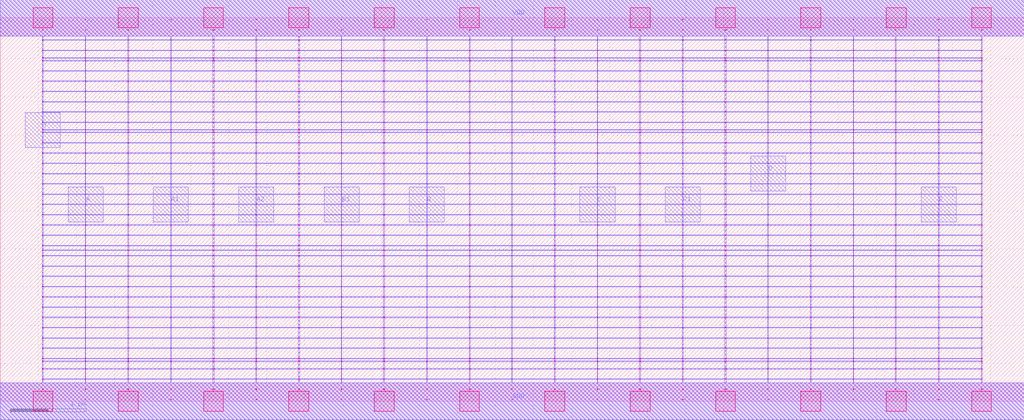
<source format=lef>
MACRO AAAOAI32211_DEBUG
 CLASS CORE ;
 FOREIGN AAAOAI32211_DEBUG 0 0 ;
 SIZE 13.44 BY 5.04 ;
 ORIGIN 0 0 ;
 SYMMETRY X Y R90 ;
 SITE unit ;
  PIN VDD
   DIRECTION INOUT ;
   USE SIGNAL ;
   SHAPE ABUTMENT ;
    PORT
     CLASS CORE ;
       LAYER met1 ;
        RECT 0.00000000 4.80000000 13.44000000 5.28000000 ;
       LAYER met2 ;
        RECT 0.00000000 4.80000000 13.44000000 5.28000000 ;
    END
  END VDD

  PIN GND
   DIRECTION INOUT ;
   USE SIGNAL ;
   SHAPE ABUTMENT ;
    PORT
     CLASS CORE ;
       LAYER met1 ;
        RECT 0.00000000 -0.24000000 13.44000000 0.24000000 ;
       LAYER met2 ;
        RECT 0.00000000 -0.24000000 13.44000000 0.24000000 ;
    END
  END GND

  PIN Y
   DIRECTION INOUT ;
   USE SIGNAL ;
   SHAPE ABUTMENT ;
    PORT
     CLASS CORE ;
       LAYER met2 ;
        RECT 0.32500000 3.33500000 0.78500000 3.79500000 ;
    END
  END Y

  PIN C
   DIRECTION INOUT ;
   USE SIGNAL ;
   SHAPE ABUTMENT ;
    PORT
     CLASS CORE ;
       LAYER met2 ;
        RECT 7.61000000 2.35700000 8.07000000 2.81700000 ;
    END
  END C

  PIN D
   DIRECTION INOUT ;
   USE SIGNAL ;
   SHAPE ABUTMENT ;
    PORT
     CLASS CORE ;
       LAYER met2 ;
        RECT 9.85000000 2.76200000 10.31000000 3.22200000 ;
    END
  END D

  PIN A
   DIRECTION INOUT ;
   USE SIGNAL ;
   SHAPE ABUTMENT ;
    PORT
     CLASS CORE ;
       LAYER met2 ;
        RECT 0.89000000 2.35700000 1.35000000 2.81700000 ;
    END
  END A

  PIN A1
   DIRECTION INOUT ;
   USE SIGNAL ;
   SHAPE ABUTMENT ;
    PORT
     CLASS CORE ;
       LAYER met2 ;
        RECT 2.01000000 2.35700000 2.47000000 2.81700000 ;
    END
  END A1

  PIN B
   DIRECTION INOUT ;
   USE SIGNAL ;
   SHAPE ABUTMENT ;
    PORT
     CLASS CORE ;
       LAYER met2 ;
        RECT 5.37000000 2.35700000 5.83000000 2.81700000 ;
    END
  END B

  PIN B1
   DIRECTION INOUT ;
   USE SIGNAL ;
   SHAPE ABUTMENT ;
    PORT
     CLASS CORE ;
       LAYER met2 ;
        RECT 4.25000000 2.35700000 4.71000000 2.81700000 ;
    END
  END B1

  PIN C1
   DIRECTION INOUT ;
   USE SIGNAL ;
   SHAPE ABUTMENT ;
    PORT
     CLASS CORE ;
       LAYER met2 ;
        RECT 8.73000000 2.35700000 9.19000000 2.81700000 ;
    END
  END C1

  PIN A2
   DIRECTION INOUT ;
   USE SIGNAL ;
   SHAPE ABUTMENT ;
    PORT
     CLASS CORE ;
       LAYER met2 ;
        RECT 3.13000000 2.35700000 3.59000000 2.81700000 ;
    END
  END A2

  PIN E
   DIRECTION INOUT ;
   USE SIGNAL ;
   SHAPE ABUTMENT ;
    PORT
     CLASS CORE ;
       LAYER met2 ;
        RECT 12.09000000 2.35700000 12.55000000 2.81700000 ;
    END
  END E

 OBS
    LAYER polycont ;
     RECT 6.71600000 0.15300000 6.72400000 0.16100000 ;
     RECT 6.71600000 0.28800000 6.72400000 0.29600000 ;
     RECT 6.71600000 0.42300000 6.72400000 0.43100000 ;
     RECT 6.71600000 0.52100000 6.72400000 0.52900000 ;
     RECT 6.71600000 0.55800000 6.72400000 0.56600000 ;
     RECT 6.71600000 0.69300000 6.72400000 0.70100000 ;
     RECT 6.71600000 0.82800000 6.72400000 0.83600000 ;
     RECT 6.71600000 0.96300000 6.72400000 0.97100000 ;
     RECT 6.71600000 1.09800000 6.72400000 1.10600000 ;
     RECT 6.71600000 1.23300000 6.72400000 1.24100000 ;
     RECT 6.71600000 1.36800000 6.72400000 1.37600000 ;
     RECT 6.71600000 1.50300000 6.72400000 1.51100000 ;
     RECT 6.71600000 1.63800000 6.72400000 1.64600000 ;
     RECT 6.71600000 1.77300000 6.72400000 1.78100000 ;
     RECT 6.71600000 1.90800000 6.72400000 1.91600000 ;
     RECT 6.71600000 1.98100000 6.72400000 1.98900000 ;
     RECT 6.71600000 2.04300000 6.72400000 2.05100000 ;
     RECT 6.71600000 2.17800000 6.72400000 2.18600000 ;
     RECT 6.71600000 2.31300000 6.72400000 2.32100000 ;
     RECT 6.71600000 2.44800000 6.72400000 2.45600000 ;
     RECT 6.71600000 2.58300000 6.72400000 2.59100000 ;
     RECT 6.71600000 2.71800000 6.72400000 2.72600000 ;
     RECT 6.71600000 2.85300000 6.72400000 2.86100000 ;
     RECT 6.71600000 2.98800000 6.72400000 2.99600000 ;
     RECT 6.71600000 3.12300000 6.72400000 3.13100000 ;
     RECT 6.71600000 3.25800000 6.72400000 3.26600000 ;
     RECT 6.71600000 3.39300000 6.72400000 3.40100000 ;
     RECT 6.71600000 3.52800000 6.72400000 3.53600000 ;
     RECT 6.71600000 3.56100000 6.72400000 3.56900000 ;
     RECT 6.71600000 3.66300000 6.72400000 3.67100000 ;
     RECT 6.71600000 3.79800000 6.72400000 3.80600000 ;
     RECT 6.71600000 3.93300000 6.72400000 3.94100000 ;
     RECT 6.71600000 4.06800000 6.72400000 4.07600000 ;
     RECT 6.71600000 4.20300000 6.72400000 4.21100000 ;
     RECT 6.71600000 4.33800000 6.72400000 4.34600000 ;
     RECT 6.71600000 4.47300000 6.72400000 4.48100000 ;
     RECT 6.71600000 4.51100000 6.72400000 4.51900000 ;
     RECT 6.71600000 4.60800000 6.72400000 4.61600000 ;
     RECT 6.71600000 4.74300000 6.72400000 4.75100000 ;
     RECT 6.71600000 4.87800000 6.72400000 4.88600000 ;
     RECT 11.19600000 2.71800000 11.20400000 2.72600000 ;
     RECT 11.75100000 2.71800000 11.76400000 2.72600000 ;
     RECT 12.31600000 2.71800000 12.32400000 2.72600000 ;
     RECT 12.87600000 2.71800000 12.88900000 2.72600000 ;
     RECT 7.83600000 2.58300000 7.84400000 2.59100000 ;
     RECT 7.27100000 2.85300000 7.28400000 2.86100000 ;
     RECT 7.83600000 2.85300000 7.84400000 2.86100000 ;
     RECT 8.39100000 2.85300000 8.40900000 2.86100000 ;
     RECT 8.95600000 2.85300000 8.96400000 2.86100000 ;
     RECT 9.51100000 2.85300000 9.52900000 2.86100000 ;
     RECT 10.07600000 2.85300000 10.08400000 2.86100000 ;
     RECT 10.63600000 2.85300000 10.64900000 2.86100000 ;
     RECT 11.19600000 2.85300000 11.20400000 2.86100000 ;
     RECT 11.75100000 2.85300000 11.76400000 2.86100000 ;
     RECT 12.31600000 2.85300000 12.32400000 2.86100000 ;
     RECT 12.87600000 2.85300000 12.88900000 2.86100000 ;
     RECT 8.39100000 2.58300000 8.40900000 2.59100000 ;
     RECT 7.27100000 2.98800000 7.28400000 2.99600000 ;
     RECT 7.83600000 2.98800000 7.84400000 2.99600000 ;
     RECT 8.39100000 2.98800000 8.40900000 2.99600000 ;
     RECT 8.95600000 2.98800000 8.96400000 2.99600000 ;
     RECT 9.51100000 2.98800000 9.52900000 2.99600000 ;
     RECT 10.07600000 2.98800000 10.08400000 2.99600000 ;
     RECT 10.63600000 2.98800000 10.64900000 2.99600000 ;
     RECT 11.19600000 2.98800000 11.20400000 2.99600000 ;
     RECT 11.75100000 2.98800000 11.76400000 2.99600000 ;
     RECT 12.31600000 2.98800000 12.32400000 2.99600000 ;
     RECT 12.87600000 2.98800000 12.88900000 2.99600000 ;
     RECT 8.95600000 2.58300000 8.96400000 2.59100000 ;
     RECT 11.19600000 3.12300000 11.20400000 3.13100000 ;
     RECT 9.51100000 2.58300000 9.52900000 2.59100000 ;
     RECT 11.19600000 3.25800000 11.20400000 3.26600000 ;
     RECT 10.07600000 2.58300000 10.08400000 2.59100000 ;
     RECT 11.19600000 3.39300000 11.20400000 3.40100000 ;
     RECT 10.63600000 2.58300000 10.64900000 2.59100000 ;
     RECT 11.19600000 3.52800000 11.20400000 3.53600000 ;
     RECT 11.19600000 2.58300000 11.20400000 2.59100000 ;
     RECT 11.19600000 3.56100000 11.20400000 3.56900000 ;
     RECT 11.75100000 2.58300000 11.76400000 2.59100000 ;
     RECT 11.19600000 3.66300000 11.20400000 3.67100000 ;
     RECT 12.31600000 2.58300000 12.32400000 2.59100000 ;
     RECT 11.19600000 3.79800000 11.20400000 3.80600000 ;
     RECT 12.87600000 2.58300000 12.88900000 2.59100000 ;
     RECT 11.19600000 3.93300000 11.20400000 3.94100000 ;
     RECT 7.27100000 2.58300000 7.28400000 2.59100000 ;
     RECT 11.19600000 4.06800000 11.20400000 4.07600000 ;
     RECT 7.27100000 2.71800000 7.28400000 2.72600000 ;
     RECT 11.19600000 4.20300000 11.20400000 4.21100000 ;
     RECT 7.83600000 2.71800000 7.84400000 2.72600000 ;
     RECT 11.19600000 4.33800000 11.20400000 4.34600000 ;
     RECT 8.39100000 2.71800000 8.40900000 2.72600000 ;
     RECT 11.19600000 4.47300000 11.20400000 4.48100000 ;
     RECT 8.95600000 2.71800000 8.96400000 2.72600000 ;
     RECT 11.19600000 4.51100000 11.20400000 4.51900000 ;
     RECT 9.51100000 2.71800000 9.52900000 2.72600000 ;
     RECT 11.19600000 4.60800000 11.20400000 4.61600000 ;
     RECT 10.07600000 2.71800000 10.08400000 2.72600000 ;
     RECT 11.19600000 4.74300000 11.20400000 4.75100000 ;
     RECT 10.63600000 2.71800000 10.64900000 2.72600000 ;
     RECT 11.19600000 4.87800000 11.20400000 4.88600000 ;
     RECT 2.23600000 2.58300000 2.24400000 2.59100000 ;
     RECT 2.79100000 2.58300000 2.80900000 2.59100000 ;
     RECT 3.35600000 2.58300000 3.36400000 2.59100000 ;
     RECT 3.91100000 2.58300000 3.92900000 2.59100000 ;
     RECT 4.47600000 2.58300000 4.48400000 2.59100000 ;
     RECT 5.03100000 2.58300000 5.04900000 2.59100000 ;
     RECT 5.59600000 2.58300000 5.60400000 2.59100000 ;
     RECT 6.15600000 2.58300000 6.16900000 2.59100000 ;
     RECT 0.55100000 2.58300000 0.56400000 2.59100000 ;
     RECT 0.55100000 2.71800000 0.56400000 2.72600000 ;
     RECT 0.55100000 2.85300000 0.56400000 2.86100000 ;
     RECT 1.11600000 2.85300000 1.12400000 2.86100000 ;
     RECT 1.67100000 2.85300000 1.68900000 2.86100000 ;
     RECT 2.23600000 2.85300000 2.24400000 2.86100000 ;
     RECT 2.79100000 2.85300000 2.80900000 2.86100000 ;
     RECT 3.35600000 2.85300000 3.36400000 2.86100000 ;
     RECT 3.91100000 2.85300000 3.92900000 2.86100000 ;
     RECT 4.47600000 2.85300000 4.48400000 2.86100000 ;
     RECT 5.03100000 2.85300000 5.04900000 2.86100000 ;
     RECT 5.59600000 2.85300000 5.60400000 2.86100000 ;
     RECT 6.15600000 2.85300000 6.16900000 2.86100000 ;
     RECT 1.11600000 2.71800000 1.12400000 2.72600000 ;
     RECT 1.67100000 2.71800000 1.68900000 2.72600000 ;
     RECT 2.23600000 2.71800000 2.24400000 2.72600000 ;
     RECT 2.79100000 2.71800000 2.80900000 2.72600000 ;
     RECT 3.35600000 2.71800000 3.36400000 2.72600000 ;
     RECT 3.91100000 2.71800000 3.92900000 2.72600000 ;
     RECT 4.47600000 2.71800000 4.48400000 2.72600000 ;
     RECT 5.03100000 2.71800000 5.04900000 2.72600000 ;
     RECT 5.59600000 2.71800000 5.60400000 2.72600000 ;
     RECT 6.15600000 2.71800000 6.16900000 2.72600000 ;
     RECT 1.11600000 2.58300000 1.12400000 2.59100000 ;
     RECT 1.67100000 2.58300000 1.68900000 2.59100000 ;
     RECT 0.55100000 2.98800000 0.56400000 2.99600000 ;
     RECT 1.11600000 2.98800000 1.12400000 2.99600000 ;
     RECT 1.67100000 2.98800000 1.68900000 2.99600000 ;
     RECT 2.23600000 2.98800000 2.24400000 2.99600000 ;
     RECT 2.79100000 2.98800000 2.80900000 2.99600000 ;
     RECT 3.35600000 2.98800000 3.36400000 2.99600000 ;
     RECT 3.91100000 2.98800000 3.92900000 2.99600000 ;
     RECT 4.47600000 2.98800000 4.48400000 2.99600000 ;
     RECT 5.03100000 2.98800000 5.04900000 2.99600000 ;
     RECT 5.59600000 2.98800000 5.60400000 2.99600000 ;
     RECT 6.15600000 2.98800000 6.16900000 2.99600000 ;
     RECT 10.07600000 0.28800000 10.08400000 0.29600000 ;
     RECT 10.07600000 1.63800000 10.08400000 1.64600000 ;
     RECT 10.07600000 0.82800000 10.08400000 0.83600000 ;
     RECT 10.07600000 1.77300000 10.08400000 1.78100000 ;
     RECT 10.07600000 0.52100000 10.08400000 0.52900000 ;
     RECT 10.07600000 1.90800000 10.08400000 1.91600000 ;
     RECT 10.07600000 0.96300000 10.08400000 0.97100000 ;
     RECT 10.07600000 1.98100000 10.08400000 1.98900000 ;
     RECT 10.07600000 0.15300000 10.08400000 0.16100000 ;
     RECT 10.07600000 2.04300000 10.08400000 2.05100000 ;
     RECT 10.07600000 1.09800000 10.08400000 1.10600000 ;
     RECT 10.07600000 2.17800000 10.08400000 2.18600000 ;
     RECT 10.07600000 0.55800000 10.08400000 0.56600000 ;
     RECT 10.07600000 2.31300000 10.08400000 2.32100000 ;
     RECT 10.07600000 1.23300000 10.08400000 1.24100000 ;
     RECT 10.07600000 2.44800000 10.08400000 2.45600000 ;
     RECT 10.07600000 0.42300000 10.08400000 0.43100000 ;
     RECT 10.07600000 1.36800000 10.08400000 1.37600000 ;
     RECT 10.07600000 0.69300000 10.08400000 0.70100000 ;
     RECT 10.07600000 1.50300000 10.08400000 1.51100000 ;

    LAYER pdiffc ;
     RECT 0.55100000 3.39300000 0.55900000 3.40100000 ;
     RECT 6.16100000 3.39300000 6.16900000 3.40100000 ;
     RECT 7.27100000 3.39300000 7.27900000 3.40100000 ;
     RECT 10.64100000 3.39300000 10.64900000 3.40100000 ;
     RECT 11.75100000 3.39300000 11.75900000 3.40100000 ;
     RECT 12.88100000 3.39300000 12.88900000 3.40100000 ;
     RECT 0.55100000 3.52800000 0.55900000 3.53600000 ;
     RECT 6.16100000 3.52800000 6.16900000 3.53600000 ;
     RECT 7.27100000 3.52800000 7.27900000 3.53600000 ;
     RECT 10.64100000 3.52800000 10.64900000 3.53600000 ;
     RECT 11.75100000 3.52800000 11.75900000 3.53600000 ;
     RECT 12.88100000 3.52800000 12.88900000 3.53600000 ;
     RECT 0.55100000 3.56100000 0.55900000 3.56900000 ;
     RECT 6.16100000 3.56100000 6.16900000 3.56900000 ;
     RECT 7.27100000 3.56100000 7.27900000 3.56900000 ;
     RECT 10.64100000 3.56100000 10.64900000 3.56900000 ;
     RECT 11.75100000 3.56100000 11.75900000 3.56900000 ;
     RECT 12.88100000 3.56100000 12.88900000 3.56900000 ;
     RECT 0.55100000 3.66300000 0.55900000 3.67100000 ;
     RECT 6.16100000 3.66300000 6.16900000 3.67100000 ;
     RECT 7.27100000 3.66300000 7.27900000 3.67100000 ;
     RECT 10.64100000 3.66300000 10.64900000 3.67100000 ;
     RECT 11.75100000 3.66300000 11.75900000 3.67100000 ;
     RECT 12.88100000 3.66300000 12.88900000 3.67100000 ;
     RECT 0.55100000 3.79800000 0.55900000 3.80600000 ;
     RECT 6.16100000 3.79800000 6.16900000 3.80600000 ;
     RECT 7.27100000 3.79800000 7.27900000 3.80600000 ;
     RECT 10.64100000 3.79800000 10.64900000 3.80600000 ;
     RECT 11.75100000 3.79800000 11.75900000 3.80600000 ;
     RECT 12.88100000 3.79800000 12.88900000 3.80600000 ;
     RECT 0.55100000 3.93300000 0.55900000 3.94100000 ;
     RECT 6.16100000 3.93300000 6.16900000 3.94100000 ;
     RECT 7.27100000 3.93300000 7.27900000 3.94100000 ;
     RECT 10.64100000 3.93300000 10.64900000 3.94100000 ;
     RECT 11.75100000 3.93300000 11.75900000 3.94100000 ;
     RECT 12.88100000 3.93300000 12.88900000 3.94100000 ;
     RECT 0.55100000 4.06800000 0.55900000 4.07600000 ;
     RECT 6.16100000 4.06800000 6.16900000 4.07600000 ;
     RECT 7.27100000 4.06800000 7.27900000 4.07600000 ;
     RECT 10.64100000 4.06800000 10.64900000 4.07600000 ;
     RECT 11.75100000 4.06800000 11.75900000 4.07600000 ;
     RECT 12.88100000 4.06800000 12.88900000 4.07600000 ;
     RECT 0.55100000 4.20300000 0.55900000 4.21100000 ;
     RECT 6.16100000 4.20300000 6.16900000 4.21100000 ;
     RECT 7.27100000 4.20300000 7.27900000 4.21100000 ;
     RECT 10.64100000 4.20300000 10.64900000 4.21100000 ;
     RECT 11.75100000 4.20300000 11.75900000 4.21100000 ;
     RECT 12.88100000 4.20300000 12.88900000 4.21100000 ;
     RECT 0.55100000 4.33800000 0.55900000 4.34600000 ;
     RECT 6.16100000 4.33800000 6.16900000 4.34600000 ;
     RECT 7.27100000 4.33800000 7.27900000 4.34600000 ;
     RECT 10.64100000 4.33800000 10.64900000 4.34600000 ;
     RECT 11.75100000 4.33800000 11.75900000 4.34600000 ;
     RECT 12.88100000 4.33800000 12.88900000 4.34600000 ;
     RECT 0.55100000 4.47300000 0.55900000 4.48100000 ;
     RECT 6.16100000 4.47300000 6.16900000 4.48100000 ;
     RECT 7.27100000 4.47300000 7.27900000 4.48100000 ;
     RECT 10.64100000 4.47300000 10.64900000 4.48100000 ;
     RECT 11.75100000 4.47300000 11.75900000 4.48100000 ;
     RECT 12.88100000 4.47300000 12.88900000 4.48100000 ;
     RECT 0.55100000 4.51100000 0.55900000 4.51900000 ;
     RECT 6.16100000 4.51100000 6.16900000 4.51900000 ;
     RECT 7.27100000 4.51100000 7.27900000 4.51900000 ;
     RECT 10.64100000 4.51100000 10.64900000 4.51900000 ;
     RECT 11.75100000 4.51100000 11.75900000 4.51900000 ;
     RECT 12.88100000 4.51100000 12.88900000 4.51900000 ;
     RECT 0.55100000 4.60800000 0.55900000 4.61600000 ;
     RECT 6.16100000 4.60800000 6.16900000 4.61600000 ;
     RECT 7.27100000 4.60800000 7.27900000 4.61600000 ;
     RECT 10.64100000 4.60800000 10.64900000 4.61600000 ;
     RECT 11.75100000 4.60800000 11.75900000 4.61600000 ;
     RECT 12.88100000 4.60800000 12.88900000 4.61600000 ;

    LAYER ndiffc ;
     RECT 7.27100000 0.42300000 7.28400000 0.43100000 ;
     RECT 8.39100000 0.42300000 8.40900000 0.43100000 ;
     RECT 9.51100000 0.42300000 9.52900000 0.43100000 ;
     RECT 10.63600000 0.42300000 10.64900000 0.43100000 ;
     RECT 11.75100000 0.42300000 11.76400000 0.43100000 ;
     RECT 12.87600000 0.42300000 12.88900000 0.43100000 ;
     RECT 7.27100000 0.52100000 7.28400000 0.52900000 ;
     RECT 8.39100000 0.52100000 8.40900000 0.52900000 ;
     RECT 9.51100000 0.52100000 9.52900000 0.52900000 ;
     RECT 10.63600000 0.52100000 10.64900000 0.52900000 ;
     RECT 11.75100000 0.52100000 11.76400000 0.52900000 ;
     RECT 12.87600000 0.52100000 12.88900000 0.52900000 ;
     RECT 7.27100000 0.55800000 7.28400000 0.56600000 ;
     RECT 8.39100000 0.55800000 8.40900000 0.56600000 ;
     RECT 9.51100000 0.55800000 9.52900000 0.56600000 ;
     RECT 10.63600000 0.55800000 10.64900000 0.56600000 ;
     RECT 11.75100000 0.55800000 11.76400000 0.56600000 ;
     RECT 12.87600000 0.55800000 12.88900000 0.56600000 ;
     RECT 7.27100000 0.69300000 7.28400000 0.70100000 ;
     RECT 8.39100000 0.69300000 8.40900000 0.70100000 ;
     RECT 9.51100000 0.69300000 9.52900000 0.70100000 ;
     RECT 10.63600000 0.69300000 10.64900000 0.70100000 ;
     RECT 11.75100000 0.69300000 11.76400000 0.70100000 ;
     RECT 12.87600000 0.69300000 12.88900000 0.70100000 ;
     RECT 7.27100000 0.82800000 7.28400000 0.83600000 ;
     RECT 8.39100000 0.82800000 8.40900000 0.83600000 ;
     RECT 9.51100000 0.82800000 9.52900000 0.83600000 ;
     RECT 10.63600000 0.82800000 10.64900000 0.83600000 ;
     RECT 11.75100000 0.82800000 11.76400000 0.83600000 ;
     RECT 12.87600000 0.82800000 12.88900000 0.83600000 ;
     RECT 7.27100000 0.96300000 7.28400000 0.97100000 ;
     RECT 8.39100000 0.96300000 8.40900000 0.97100000 ;
     RECT 9.51100000 0.96300000 9.52900000 0.97100000 ;
     RECT 10.63600000 0.96300000 10.64900000 0.97100000 ;
     RECT 11.75100000 0.96300000 11.76400000 0.97100000 ;
     RECT 12.87600000 0.96300000 12.88900000 0.97100000 ;
     RECT 7.27100000 1.09800000 7.28400000 1.10600000 ;
     RECT 8.39100000 1.09800000 8.40900000 1.10600000 ;
     RECT 9.51100000 1.09800000 9.52900000 1.10600000 ;
     RECT 10.63600000 1.09800000 10.64900000 1.10600000 ;
     RECT 11.75100000 1.09800000 11.76400000 1.10600000 ;
     RECT 12.87600000 1.09800000 12.88900000 1.10600000 ;
     RECT 7.27100000 1.23300000 7.28400000 1.24100000 ;
     RECT 8.39100000 1.23300000 8.40900000 1.24100000 ;
     RECT 9.51100000 1.23300000 9.52900000 1.24100000 ;
     RECT 10.63600000 1.23300000 10.64900000 1.24100000 ;
     RECT 11.75100000 1.23300000 11.76400000 1.24100000 ;
     RECT 12.87600000 1.23300000 12.88900000 1.24100000 ;
     RECT 7.27100000 1.36800000 7.28400000 1.37600000 ;
     RECT 8.39100000 1.36800000 8.40900000 1.37600000 ;
     RECT 9.51100000 1.36800000 9.52900000 1.37600000 ;
     RECT 10.63600000 1.36800000 10.64900000 1.37600000 ;
     RECT 11.75100000 1.36800000 11.76400000 1.37600000 ;
     RECT 12.87600000 1.36800000 12.88900000 1.37600000 ;
     RECT 7.27100000 1.50300000 7.28400000 1.51100000 ;
     RECT 8.39100000 1.50300000 8.40900000 1.51100000 ;
     RECT 9.51100000 1.50300000 9.52900000 1.51100000 ;
     RECT 10.63600000 1.50300000 10.64900000 1.51100000 ;
     RECT 11.75100000 1.50300000 11.76400000 1.51100000 ;
     RECT 12.87600000 1.50300000 12.88900000 1.51100000 ;
     RECT 7.27100000 1.63800000 7.28400000 1.64600000 ;
     RECT 8.39100000 1.63800000 8.40900000 1.64600000 ;
     RECT 9.51100000 1.63800000 9.52900000 1.64600000 ;
     RECT 10.63600000 1.63800000 10.64900000 1.64600000 ;
     RECT 11.75100000 1.63800000 11.76400000 1.64600000 ;
     RECT 12.87600000 1.63800000 12.88900000 1.64600000 ;
     RECT 7.27100000 1.77300000 7.28400000 1.78100000 ;
     RECT 8.39100000 1.77300000 8.40900000 1.78100000 ;
     RECT 9.51100000 1.77300000 9.52900000 1.78100000 ;
     RECT 10.63600000 1.77300000 10.64900000 1.78100000 ;
     RECT 11.75100000 1.77300000 11.76400000 1.78100000 ;
     RECT 12.87600000 1.77300000 12.88900000 1.78100000 ;
     RECT 7.27100000 1.90800000 7.28400000 1.91600000 ;
     RECT 8.39100000 1.90800000 8.40900000 1.91600000 ;
     RECT 9.51100000 1.90800000 9.52900000 1.91600000 ;
     RECT 10.63600000 1.90800000 10.64900000 1.91600000 ;
     RECT 11.75100000 1.90800000 11.76400000 1.91600000 ;
     RECT 12.87600000 1.90800000 12.88900000 1.91600000 ;
     RECT 7.27100000 1.98100000 7.28400000 1.98900000 ;
     RECT 8.39100000 1.98100000 8.40900000 1.98900000 ;
     RECT 9.51100000 1.98100000 9.52900000 1.98900000 ;
     RECT 10.63600000 1.98100000 10.64900000 1.98900000 ;
     RECT 11.75100000 1.98100000 11.76400000 1.98900000 ;
     RECT 12.87600000 1.98100000 12.88900000 1.98900000 ;
     RECT 7.27100000 2.04300000 7.28400000 2.05100000 ;
     RECT 8.39100000 2.04300000 8.40900000 2.05100000 ;
     RECT 9.51100000 2.04300000 9.52900000 2.05100000 ;
     RECT 10.63600000 2.04300000 10.64900000 2.05100000 ;
     RECT 11.75100000 2.04300000 11.76400000 2.05100000 ;
     RECT 12.87600000 2.04300000 12.88900000 2.05100000 ;
     RECT 0.55100000 0.42300000 0.56400000 0.43100000 ;
     RECT 1.67100000 0.42300000 1.68900000 0.43100000 ;
     RECT 2.79100000 0.42300000 2.80900000 0.43100000 ;
     RECT 3.91100000 0.42300000 3.92900000 0.43100000 ;
     RECT 5.03100000 0.42300000 5.04900000 0.43100000 ;
     RECT 6.15600000 0.42300000 6.16900000 0.43100000 ;
     RECT 0.55100000 1.36800000 0.56400000 1.37600000 ;
     RECT 1.67100000 1.36800000 1.68900000 1.37600000 ;
     RECT 2.79100000 1.36800000 2.80900000 1.37600000 ;
     RECT 3.91100000 1.36800000 3.92900000 1.37600000 ;
     RECT 5.03100000 1.36800000 5.04900000 1.37600000 ;
     RECT 6.15600000 1.36800000 6.16900000 1.37600000 ;
     RECT 0.55100000 0.82800000 0.56400000 0.83600000 ;
     RECT 1.67100000 0.82800000 1.68900000 0.83600000 ;
     RECT 2.79100000 0.82800000 2.80900000 0.83600000 ;
     RECT 3.91100000 0.82800000 3.92900000 0.83600000 ;
     RECT 5.03100000 0.82800000 5.04900000 0.83600000 ;
     RECT 6.15600000 0.82800000 6.16900000 0.83600000 ;
     RECT 0.55100000 1.50300000 0.56400000 1.51100000 ;
     RECT 1.67100000 1.50300000 1.68900000 1.51100000 ;
     RECT 2.79100000 1.50300000 2.80900000 1.51100000 ;
     RECT 3.91100000 1.50300000 3.92900000 1.51100000 ;
     RECT 5.03100000 1.50300000 5.04900000 1.51100000 ;
     RECT 6.15600000 1.50300000 6.16900000 1.51100000 ;
     RECT 0.55100000 0.55800000 0.56400000 0.56600000 ;
     RECT 1.67100000 0.55800000 1.68900000 0.56600000 ;
     RECT 2.79100000 0.55800000 2.80900000 0.56600000 ;
     RECT 3.91100000 0.55800000 3.92900000 0.56600000 ;
     RECT 5.03100000 0.55800000 5.04900000 0.56600000 ;
     RECT 6.15600000 0.55800000 6.16900000 0.56600000 ;
     RECT 0.55100000 1.63800000 0.56400000 1.64600000 ;
     RECT 1.67100000 1.63800000 1.68900000 1.64600000 ;
     RECT 2.79100000 1.63800000 2.80900000 1.64600000 ;
     RECT 3.91100000 1.63800000 3.92900000 1.64600000 ;
     RECT 5.03100000 1.63800000 5.04900000 1.64600000 ;
     RECT 6.15600000 1.63800000 6.16900000 1.64600000 ;
     RECT 0.55100000 0.96300000 0.56400000 0.97100000 ;
     RECT 1.67100000 0.96300000 1.68900000 0.97100000 ;
     RECT 2.79100000 0.96300000 2.80900000 0.97100000 ;
     RECT 3.91100000 0.96300000 3.92900000 0.97100000 ;
     RECT 5.03100000 0.96300000 5.04900000 0.97100000 ;
     RECT 6.15600000 0.96300000 6.16900000 0.97100000 ;
     RECT 0.55100000 1.77300000 0.56400000 1.78100000 ;
     RECT 1.67100000 1.77300000 1.68900000 1.78100000 ;
     RECT 2.79100000 1.77300000 2.80900000 1.78100000 ;
     RECT 3.91100000 1.77300000 3.92900000 1.78100000 ;
     RECT 5.03100000 1.77300000 5.04900000 1.78100000 ;
     RECT 6.15600000 1.77300000 6.16900000 1.78100000 ;
     RECT 0.55100000 0.52100000 0.56400000 0.52900000 ;
     RECT 1.67100000 0.52100000 1.68900000 0.52900000 ;
     RECT 2.79100000 0.52100000 2.80900000 0.52900000 ;
     RECT 3.91100000 0.52100000 3.92900000 0.52900000 ;
     RECT 5.03100000 0.52100000 5.04900000 0.52900000 ;
     RECT 6.15600000 0.52100000 6.16900000 0.52900000 ;
     RECT 0.55100000 1.90800000 0.56400000 1.91600000 ;
     RECT 1.67100000 1.90800000 1.68900000 1.91600000 ;
     RECT 2.79100000 1.90800000 2.80900000 1.91600000 ;
     RECT 3.91100000 1.90800000 3.92900000 1.91600000 ;
     RECT 5.03100000 1.90800000 5.04900000 1.91600000 ;
     RECT 6.15600000 1.90800000 6.16900000 1.91600000 ;
     RECT 0.55100000 1.09800000 0.56400000 1.10600000 ;
     RECT 1.67100000 1.09800000 1.68900000 1.10600000 ;
     RECT 2.79100000 1.09800000 2.80900000 1.10600000 ;
     RECT 3.91100000 1.09800000 3.92900000 1.10600000 ;
     RECT 5.03100000 1.09800000 5.04900000 1.10600000 ;
     RECT 6.15600000 1.09800000 6.16900000 1.10600000 ;
     RECT 0.55100000 1.98100000 0.56400000 1.98900000 ;
     RECT 1.67100000 1.98100000 1.68900000 1.98900000 ;
     RECT 2.79100000 1.98100000 2.80900000 1.98900000 ;
     RECT 3.91100000 1.98100000 3.92900000 1.98900000 ;
     RECT 5.03100000 1.98100000 5.04900000 1.98900000 ;
     RECT 6.15600000 1.98100000 6.16900000 1.98900000 ;
     RECT 0.55100000 0.69300000 0.56400000 0.70100000 ;
     RECT 1.67100000 0.69300000 1.68900000 0.70100000 ;
     RECT 2.79100000 0.69300000 2.80900000 0.70100000 ;
     RECT 3.91100000 0.69300000 3.92900000 0.70100000 ;
     RECT 5.03100000 0.69300000 5.04900000 0.70100000 ;
     RECT 6.15600000 0.69300000 6.16900000 0.70100000 ;
     RECT 0.55100000 2.04300000 0.56400000 2.05100000 ;
     RECT 1.67100000 2.04300000 1.68900000 2.05100000 ;
     RECT 2.79100000 2.04300000 2.80900000 2.05100000 ;
     RECT 3.91100000 2.04300000 3.92900000 2.05100000 ;
     RECT 5.03100000 2.04300000 5.04900000 2.05100000 ;
     RECT 6.15600000 2.04300000 6.16900000 2.05100000 ;
     RECT 0.55100000 1.23300000 0.56400000 1.24100000 ;
     RECT 1.67100000 1.23300000 1.68900000 1.24100000 ;
     RECT 2.79100000 1.23300000 2.80900000 1.24100000 ;
     RECT 3.91100000 1.23300000 3.92900000 1.24100000 ;
     RECT 5.03100000 1.23300000 5.04900000 1.24100000 ;
     RECT 6.15600000 1.23300000 6.16900000 1.24100000 ;

    LAYER met1 ;
     RECT 0.00000000 -0.24000000 13.44000000 0.24000000 ;
     RECT 6.71600000 0.24000000 6.72400000 0.28800000 ;
     RECT 0.55100000 0.28800000 12.88900000 0.29600000 ;
     RECT 6.71600000 0.29600000 6.72400000 0.42300000 ;
     RECT 0.55100000 0.42300000 12.88900000 0.43100000 ;
     RECT 6.71600000 0.43100000 6.72400000 0.52100000 ;
     RECT 0.55100000 0.52100000 12.88900000 0.52900000 ;
     RECT 6.71600000 0.52900000 6.72400000 0.55800000 ;
     RECT 0.55100000 0.55800000 12.88900000 0.56600000 ;
     RECT 6.71600000 0.56600000 6.72400000 0.69300000 ;
     RECT 0.55100000 0.69300000 12.88900000 0.70100000 ;
     RECT 6.71600000 0.70100000 6.72400000 0.82800000 ;
     RECT 0.55100000 0.82800000 12.88900000 0.83600000 ;
     RECT 6.71600000 0.83600000 6.72400000 0.96300000 ;
     RECT 0.55100000 0.96300000 12.88900000 0.97100000 ;
     RECT 6.71600000 0.97100000 6.72400000 1.09800000 ;
     RECT 0.55100000 1.09800000 12.88900000 1.10600000 ;
     RECT 6.71600000 1.10600000 6.72400000 1.23300000 ;
     RECT 0.55100000 1.23300000 12.88900000 1.24100000 ;
     RECT 6.71600000 1.24100000 6.72400000 1.36800000 ;
     RECT 0.55100000 1.36800000 12.88900000 1.37600000 ;
     RECT 6.71600000 1.37600000 6.72400000 1.50300000 ;
     RECT 0.55100000 1.50300000 12.88900000 1.51100000 ;
     RECT 6.71600000 1.51100000 6.72400000 1.63800000 ;
     RECT 0.55100000 1.63800000 12.88900000 1.64600000 ;
     RECT 6.71600000 1.64600000 6.72400000 1.77300000 ;
     RECT 0.55100000 1.77300000 12.88900000 1.78100000 ;
     RECT 6.71600000 1.78100000 6.72400000 1.90800000 ;
     RECT 0.55100000 1.90800000 12.88900000 1.91600000 ;
     RECT 6.71600000 1.91600000 6.72400000 1.98100000 ;
     RECT 0.55100000 1.98100000 12.88900000 1.98900000 ;
     RECT 6.71600000 1.98900000 6.72400000 2.04300000 ;
     RECT 0.55100000 2.04300000 12.88900000 2.05100000 ;
     RECT 6.71600000 2.05100000 6.72400000 2.17800000 ;
     RECT 0.55100000 2.17800000 12.88900000 2.18600000 ;
     RECT 6.71600000 2.18600000 6.72400000 2.31300000 ;
     RECT 0.55100000 2.31300000 12.88900000 2.32100000 ;
     RECT 6.71600000 2.32100000 6.72400000 2.44800000 ;
     RECT 0.55100000 2.44800000 12.88900000 2.45600000 ;
     RECT 0.55100000 2.45600000 0.56400000 2.58300000 ;
     RECT 1.11600000 2.45600000 1.12400000 2.58300000 ;
     RECT 1.67100000 2.45600000 1.68900000 2.58300000 ;
     RECT 2.23600000 2.45600000 2.24400000 2.58300000 ;
     RECT 2.79100000 2.45600000 2.80900000 2.58300000 ;
     RECT 3.35600000 2.45600000 3.36400000 2.58300000 ;
     RECT 3.91100000 2.45600000 3.92900000 2.58300000 ;
     RECT 4.47600000 2.45600000 4.48400000 2.58300000 ;
     RECT 5.03100000 2.45600000 5.04900000 2.58300000 ;
     RECT 5.59600000 2.45600000 5.60400000 2.58300000 ;
     RECT 6.15600000 2.45600000 6.16900000 2.58300000 ;
     RECT 6.71600000 2.45600000 6.72400000 2.58300000 ;
     RECT 7.27100000 2.45600000 7.28400000 2.58300000 ;
     RECT 7.83600000 2.45600000 7.84400000 2.58300000 ;
     RECT 8.39100000 2.45600000 8.40900000 2.58300000 ;
     RECT 8.95600000 2.45600000 8.96400000 2.58300000 ;
     RECT 9.51100000 2.45600000 9.52900000 2.58300000 ;
     RECT 10.07600000 2.45600000 10.08400000 2.58300000 ;
     RECT 10.63600000 2.45600000 10.64900000 2.58300000 ;
     RECT 11.19600000 2.45600000 11.20400000 2.58300000 ;
     RECT 11.75100000 2.45600000 11.76400000 2.58300000 ;
     RECT 12.31600000 2.45600000 12.32400000 2.58300000 ;
     RECT 12.87600000 2.45600000 12.88900000 2.58300000 ;
     RECT 0.55100000 2.58300000 12.88900000 2.59100000 ;
     RECT 6.71600000 2.59100000 6.72400000 2.71800000 ;
     RECT 0.55100000 2.71800000 12.88900000 2.72600000 ;
     RECT 6.71600000 2.72600000 6.72400000 2.85300000 ;
     RECT 0.55100000 2.85300000 12.88900000 2.86100000 ;
     RECT 6.71600000 2.86100000 6.72400000 2.98800000 ;
     RECT 0.55100000 2.98800000 12.88900000 2.99600000 ;
     RECT 6.71600000 2.99600000 6.72400000 3.12300000 ;
     RECT 0.55100000 3.12300000 12.88900000 3.13100000 ;
     RECT 6.71600000 3.13100000 6.72400000 3.25800000 ;
     RECT 0.55100000 3.25800000 12.88900000 3.26600000 ;
     RECT 6.71600000 3.26600000 6.72400000 3.39300000 ;
     RECT 0.55100000 3.39300000 12.88900000 3.40100000 ;
     RECT 6.71600000 3.40100000 6.72400000 3.52800000 ;
     RECT 0.55100000 3.52800000 12.88900000 3.53600000 ;
     RECT 6.71600000 3.53600000 6.72400000 3.56100000 ;
     RECT 0.55100000 3.56100000 12.88900000 3.56900000 ;
     RECT 6.71600000 3.56900000 6.72400000 3.66300000 ;
     RECT 0.55100000 3.66300000 12.88900000 3.67100000 ;
     RECT 6.71600000 3.67100000 6.72400000 3.79800000 ;
     RECT 0.55100000 3.79800000 12.88900000 3.80600000 ;
     RECT 6.71600000 3.80600000 6.72400000 3.93300000 ;
     RECT 0.55100000 3.93300000 12.88900000 3.94100000 ;
     RECT 6.71600000 3.94100000 6.72400000 4.06800000 ;
     RECT 0.55100000 4.06800000 12.88900000 4.07600000 ;
     RECT 6.71600000 4.07600000 6.72400000 4.20300000 ;
     RECT 0.55100000 4.20300000 12.88900000 4.21100000 ;
     RECT 6.71600000 4.21100000 6.72400000 4.33800000 ;
     RECT 0.55100000 4.33800000 12.88900000 4.34600000 ;
     RECT 6.71600000 4.34600000 6.72400000 4.47300000 ;
     RECT 0.55100000 4.47300000 12.88900000 4.48100000 ;
     RECT 6.71600000 4.48100000 6.72400000 4.51100000 ;
     RECT 0.55100000 4.51100000 12.88900000 4.51900000 ;
     RECT 6.71600000 4.51900000 6.72400000 4.60800000 ;
     RECT 0.55100000 4.60800000 12.88900000 4.61600000 ;
     RECT 6.71600000 4.61600000 6.72400000 4.74300000 ;
     RECT 0.55100000 4.74300000 12.88900000 4.75100000 ;
     RECT 6.71600000 4.75100000 6.72400000 4.80000000 ;
     RECT 0.00000000 4.80000000 13.44000000 5.28000000 ;
     RECT 10.07600000 2.59100000 10.08400000 2.71800000 ;
     RECT 10.07600000 2.99600000 10.08400000 3.12300000 ;
     RECT 10.07600000 3.13100000 10.08400000 3.25800000 ;
     RECT 10.07600000 3.26600000 10.08400000 3.39300000 ;
     RECT 10.07600000 3.40100000 10.08400000 3.52800000 ;
     RECT 10.07600000 3.53600000 10.08400000 3.56100000 ;
     RECT 10.07600000 3.56900000 10.08400000 3.66300000 ;
     RECT 10.07600000 3.67100000 10.08400000 3.79800000 ;
     RECT 10.07600000 2.72600000 10.08400000 2.85300000 ;
     RECT 7.27100000 3.80600000 7.28400000 3.93300000 ;
     RECT 7.83600000 3.80600000 7.84400000 3.93300000 ;
     RECT 8.39100000 3.80600000 8.40900000 3.93300000 ;
     RECT 8.95600000 3.80600000 8.96400000 3.93300000 ;
     RECT 9.51100000 3.80600000 9.52900000 3.93300000 ;
     RECT 10.07600000 3.80600000 10.08400000 3.93300000 ;
     RECT 10.63600000 3.80600000 10.64900000 3.93300000 ;
     RECT 11.19600000 3.80600000 11.20400000 3.93300000 ;
     RECT 11.75100000 3.80600000 11.76400000 3.93300000 ;
     RECT 12.31600000 3.80600000 12.32400000 3.93300000 ;
     RECT 12.87600000 3.80600000 12.88900000 3.93300000 ;
     RECT 10.07600000 3.94100000 10.08400000 4.06800000 ;
     RECT 10.07600000 4.07600000 10.08400000 4.20300000 ;
     RECT 10.07600000 4.21100000 10.08400000 4.33800000 ;
     RECT 10.07600000 4.34600000 10.08400000 4.47300000 ;
     RECT 10.07600000 4.48100000 10.08400000 4.51100000 ;
     RECT 10.07600000 2.86100000 10.08400000 2.98800000 ;
     RECT 10.07600000 4.51900000 10.08400000 4.60800000 ;
     RECT 10.07600000 4.61600000 10.08400000 4.74300000 ;
     RECT 10.07600000 4.75100000 10.08400000 4.80000000 ;
     RECT 11.75100000 4.07600000 11.76400000 4.20300000 ;
     RECT 12.31600000 4.07600000 12.32400000 4.20300000 ;
     RECT 12.87600000 4.07600000 12.88900000 4.20300000 ;
     RECT 11.19600000 3.94100000 11.20400000 4.06800000 ;
     RECT 10.63600000 4.21100000 10.64900000 4.33800000 ;
     RECT 11.19600000 4.21100000 11.20400000 4.33800000 ;
     RECT 11.75100000 4.21100000 11.76400000 4.33800000 ;
     RECT 12.31600000 4.21100000 12.32400000 4.33800000 ;
     RECT 12.87600000 4.21100000 12.88900000 4.33800000 ;
     RECT 11.75100000 3.94100000 11.76400000 4.06800000 ;
     RECT 10.63600000 4.34600000 10.64900000 4.47300000 ;
     RECT 11.19600000 4.34600000 11.20400000 4.47300000 ;
     RECT 11.75100000 4.34600000 11.76400000 4.47300000 ;
     RECT 12.31600000 4.34600000 12.32400000 4.47300000 ;
     RECT 12.87600000 4.34600000 12.88900000 4.47300000 ;
     RECT 12.31600000 3.94100000 12.32400000 4.06800000 ;
     RECT 10.63600000 4.48100000 10.64900000 4.51100000 ;
     RECT 11.19600000 4.48100000 11.20400000 4.51100000 ;
     RECT 11.75100000 4.48100000 11.76400000 4.51100000 ;
     RECT 12.31600000 4.48100000 12.32400000 4.51100000 ;
     RECT 12.87600000 4.48100000 12.88900000 4.51100000 ;
     RECT 12.87600000 3.94100000 12.88900000 4.06800000 ;
     RECT 10.63600000 3.94100000 10.64900000 4.06800000 ;
     RECT 10.63600000 4.51900000 10.64900000 4.60800000 ;
     RECT 11.19600000 4.51900000 11.20400000 4.60800000 ;
     RECT 11.75100000 4.51900000 11.76400000 4.60800000 ;
     RECT 12.31600000 4.51900000 12.32400000 4.60800000 ;
     RECT 12.87600000 4.51900000 12.88900000 4.60800000 ;
     RECT 10.63600000 4.07600000 10.64900000 4.20300000 ;
     RECT 10.63600000 4.61600000 10.64900000 4.74300000 ;
     RECT 11.19600000 4.61600000 11.20400000 4.74300000 ;
     RECT 11.75100000 4.61600000 11.76400000 4.74300000 ;
     RECT 12.31600000 4.61600000 12.32400000 4.74300000 ;
     RECT 12.87600000 4.61600000 12.88900000 4.74300000 ;
     RECT 11.19600000 4.07600000 11.20400000 4.20300000 ;
     RECT 10.63600000 4.75100000 10.64900000 4.80000000 ;
     RECT 11.19600000 4.75100000 11.20400000 4.80000000 ;
     RECT 11.75100000 4.75100000 11.76400000 4.80000000 ;
     RECT 12.31600000 4.75100000 12.32400000 4.80000000 ;
     RECT 12.87600000 4.75100000 12.88900000 4.80000000 ;
     RECT 8.39100000 4.21100000 8.40900000 4.33800000 ;
     RECT 8.95600000 4.21100000 8.96400000 4.33800000 ;
     RECT 9.51100000 4.21100000 9.52900000 4.33800000 ;
     RECT 7.83600000 4.07600000 7.84400000 4.20300000 ;
     RECT 8.39100000 4.07600000 8.40900000 4.20300000 ;
     RECT 8.95600000 4.07600000 8.96400000 4.20300000 ;
     RECT 9.51100000 4.07600000 9.52900000 4.20300000 ;
     RECT 7.27100000 4.51900000 7.28400000 4.60800000 ;
     RECT 7.83600000 4.51900000 7.84400000 4.60800000 ;
     RECT 8.39100000 4.51900000 8.40900000 4.60800000 ;
     RECT 8.95600000 4.51900000 8.96400000 4.60800000 ;
     RECT 9.51100000 4.51900000 9.52900000 4.60800000 ;
     RECT 7.83600000 3.94100000 7.84400000 4.06800000 ;
     RECT 8.39100000 3.94100000 8.40900000 4.06800000 ;
     RECT 7.27100000 4.34600000 7.28400000 4.47300000 ;
     RECT 7.83600000 4.34600000 7.84400000 4.47300000 ;
     RECT 8.39100000 4.34600000 8.40900000 4.47300000 ;
     RECT 8.95600000 4.34600000 8.96400000 4.47300000 ;
     RECT 7.27100000 4.61600000 7.28400000 4.74300000 ;
     RECT 7.83600000 4.61600000 7.84400000 4.74300000 ;
     RECT 8.39100000 4.61600000 8.40900000 4.74300000 ;
     RECT 8.95600000 4.61600000 8.96400000 4.74300000 ;
     RECT 9.51100000 4.61600000 9.52900000 4.74300000 ;
     RECT 9.51100000 4.34600000 9.52900000 4.47300000 ;
     RECT 8.95600000 3.94100000 8.96400000 4.06800000 ;
     RECT 9.51100000 3.94100000 9.52900000 4.06800000 ;
     RECT 7.27100000 3.94100000 7.28400000 4.06800000 ;
     RECT 7.27100000 4.07600000 7.28400000 4.20300000 ;
     RECT 7.27100000 4.21100000 7.28400000 4.33800000 ;
     RECT 7.27100000 4.75100000 7.28400000 4.80000000 ;
     RECT 7.83600000 4.75100000 7.84400000 4.80000000 ;
     RECT 8.39100000 4.75100000 8.40900000 4.80000000 ;
     RECT 8.95600000 4.75100000 8.96400000 4.80000000 ;
     RECT 9.51100000 4.75100000 9.52900000 4.80000000 ;
     RECT 7.83600000 4.21100000 7.84400000 4.33800000 ;
     RECT 7.27100000 4.48100000 7.28400000 4.51100000 ;
     RECT 7.83600000 4.48100000 7.84400000 4.51100000 ;
     RECT 8.39100000 4.48100000 8.40900000 4.51100000 ;
     RECT 8.95600000 4.48100000 8.96400000 4.51100000 ;
     RECT 9.51100000 4.48100000 9.52900000 4.51100000 ;
     RECT 7.83600000 2.99600000 7.84400000 3.12300000 ;
     RECT 7.27100000 2.59100000 7.28400000 2.71800000 ;
     RECT 8.39100000 2.86100000 8.40900000 2.98800000 ;
     RECT 8.95600000 2.86100000 8.96400000 2.98800000 ;
     RECT 7.27100000 3.40100000 7.28400000 3.52800000 ;
     RECT 7.83600000 3.40100000 7.84400000 3.52800000 ;
     RECT 8.39100000 3.40100000 8.40900000 3.52800000 ;
     RECT 8.95600000 3.40100000 8.96400000 3.52800000 ;
     RECT 9.51100000 3.40100000 9.52900000 3.52800000 ;
     RECT 8.39100000 2.99600000 8.40900000 3.12300000 ;
     RECT 7.83600000 2.59100000 7.84400000 2.71800000 ;
     RECT 7.27100000 2.72600000 7.28400000 2.85300000 ;
     RECT 7.27100000 3.53600000 7.28400000 3.56100000 ;
     RECT 7.83600000 3.53600000 7.84400000 3.56100000 ;
     RECT 8.39100000 3.53600000 8.40900000 3.56100000 ;
     RECT 9.51100000 2.86100000 9.52900000 2.98800000 ;
     RECT 8.95600000 3.53600000 8.96400000 3.56100000 ;
     RECT 9.51100000 3.53600000 9.52900000 3.56100000 ;
     RECT 8.95600000 2.99600000 8.96400000 3.12300000 ;
     RECT 7.83600000 2.72600000 7.84400000 2.85300000 ;
     RECT 8.39100000 2.72600000 8.40900000 2.85300000 ;
     RECT 7.27100000 3.56900000 7.28400000 3.66300000 ;
     RECT 7.83600000 3.56900000 7.84400000 3.66300000 ;
     RECT 8.39100000 3.56900000 8.40900000 3.66300000 ;
     RECT 8.95600000 3.56900000 8.96400000 3.66300000 ;
     RECT 9.51100000 3.56900000 9.52900000 3.66300000 ;
     RECT 8.39100000 2.59100000 8.40900000 2.71800000 ;
     RECT 8.95600000 2.59100000 8.96400000 2.71800000 ;
     RECT 9.51100000 2.99600000 9.52900000 3.12300000 ;
     RECT 8.95600000 2.72600000 8.96400000 2.85300000 ;
     RECT 9.51100000 2.72600000 9.52900000 2.85300000 ;
     RECT 7.27100000 3.67100000 7.28400000 3.79800000 ;
     RECT 7.83600000 3.67100000 7.84400000 3.79800000 ;
     RECT 8.39100000 3.67100000 8.40900000 3.79800000 ;
     RECT 8.95600000 3.67100000 8.96400000 3.79800000 ;
     RECT 9.51100000 3.67100000 9.52900000 3.79800000 ;
     RECT 9.51100000 2.59100000 9.52900000 2.71800000 ;
     RECT 7.27100000 3.13100000 7.28400000 3.25800000 ;
     RECT 7.83600000 3.13100000 7.84400000 3.25800000 ;
     RECT 7.27100000 2.86100000 7.28400000 2.98800000 ;
     RECT 7.83600000 2.86100000 7.84400000 2.98800000 ;
     RECT 8.39100000 3.13100000 8.40900000 3.25800000 ;
     RECT 8.95600000 3.13100000 8.96400000 3.25800000 ;
     RECT 9.51100000 3.13100000 9.52900000 3.25800000 ;
     RECT 7.27100000 2.99600000 7.28400000 3.12300000 ;
     RECT 7.27100000 3.26600000 7.28400000 3.39300000 ;
     RECT 7.83600000 3.26600000 7.84400000 3.39300000 ;
     RECT 8.39100000 3.26600000 8.40900000 3.39300000 ;
     RECT 8.95600000 3.26600000 8.96400000 3.39300000 ;
     RECT 9.51100000 3.26600000 9.52900000 3.39300000 ;
     RECT 10.63600000 3.13100000 10.64900000 3.25800000 ;
     RECT 11.19600000 3.13100000 11.20400000 3.25800000 ;
     RECT 10.63600000 3.56900000 10.64900000 3.66300000 ;
     RECT 12.31600000 2.72600000 12.32400000 2.85300000 ;
     RECT 12.87600000 2.72600000 12.88900000 2.85300000 ;
     RECT 11.19600000 3.56900000 11.20400000 3.66300000 ;
     RECT 11.75100000 3.56900000 11.76400000 3.66300000 ;
     RECT 12.31600000 3.56900000 12.32400000 3.66300000 ;
     RECT 12.87600000 3.56900000 12.88900000 3.66300000 ;
     RECT 11.75100000 3.13100000 11.76400000 3.25800000 ;
     RECT 12.31600000 3.13100000 12.32400000 3.25800000 ;
     RECT 12.87600000 3.13100000 12.88900000 3.25800000 ;
     RECT 11.75100000 2.59100000 11.76400000 2.71800000 ;
     RECT 10.63600000 3.40100000 10.64900000 3.52800000 ;
     RECT 11.19600000 3.40100000 11.20400000 3.52800000 ;
     RECT 11.75100000 3.40100000 11.76400000 3.52800000 ;
     RECT 12.31600000 3.40100000 12.32400000 3.52800000 ;
     RECT 10.63600000 3.67100000 10.64900000 3.79800000 ;
     RECT 11.19600000 3.67100000 11.20400000 3.79800000 ;
     RECT 11.75100000 3.67100000 11.76400000 3.79800000 ;
     RECT 12.31600000 3.67100000 12.32400000 3.79800000 ;
     RECT 12.87600000 3.67100000 12.88900000 3.79800000 ;
     RECT 12.87600000 3.40100000 12.88900000 3.52800000 ;
     RECT 10.63600000 2.86100000 10.64900000 2.98800000 ;
     RECT 11.19600000 2.86100000 11.20400000 2.98800000 ;
     RECT 10.63600000 2.72600000 10.64900000 2.85300000 ;
     RECT 12.31600000 2.59100000 12.32400000 2.71800000 ;
     RECT 11.19600000 2.59100000 11.20400000 2.71800000 ;
     RECT 10.63600000 2.99600000 10.64900000 3.12300000 ;
     RECT 11.19600000 2.99600000 11.20400000 3.12300000 ;
     RECT 11.75100000 2.99600000 11.76400000 3.12300000 ;
     RECT 12.31600000 2.99600000 12.32400000 3.12300000 ;
     RECT 12.87600000 2.99600000 12.88900000 3.12300000 ;
     RECT 10.63600000 3.26600000 10.64900000 3.39300000 ;
     RECT 10.63600000 3.53600000 10.64900000 3.56100000 ;
     RECT 11.19600000 3.53600000 11.20400000 3.56100000 ;
     RECT 11.75100000 2.86100000 11.76400000 2.98800000 ;
     RECT 12.31600000 2.86100000 12.32400000 2.98800000 ;
     RECT 11.75100000 3.53600000 11.76400000 3.56100000 ;
     RECT 11.19600000 2.72600000 11.20400000 2.85300000 ;
     RECT 11.75100000 2.72600000 11.76400000 2.85300000 ;
     RECT 12.31600000 3.53600000 12.32400000 3.56100000 ;
     RECT 12.87600000 3.53600000 12.88900000 3.56100000 ;
     RECT 11.19600000 3.26600000 11.20400000 3.39300000 ;
     RECT 11.75100000 3.26600000 11.76400000 3.39300000 ;
     RECT 12.31600000 3.26600000 12.32400000 3.39300000 ;
     RECT 12.87600000 3.26600000 12.88900000 3.39300000 ;
     RECT 12.87600000 2.59100000 12.88900000 2.71800000 ;
     RECT 10.63600000 2.59100000 10.64900000 2.71800000 ;
     RECT 12.87600000 2.86100000 12.88900000 2.98800000 ;
     RECT 4.47600000 3.80600000 4.48400000 3.93300000 ;
     RECT 5.03100000 3.80600000 5.04900000 3.93300000 ;
     RECT 5.59600000 3.80600000 5.60400000 3.93300000 ;
     RECT 6.15600000 3.80600000 6.16900000 3.93300000 ;
     RECT 3.35600000 2.59100000 3.36400000 2.71800000 ;
     RECT 3.35600000 3.94100000 3.36400000 4.06800000 ;
     RECT 3.35600000 2.99600000 3.36400000 3.12300000 ;
     RECT 3.35600000 3.40100000 3.36400000 3.52800000 ;
     RECT 3.35600000 4.07600000 3.36400000 4.20300000 ;
     RECT 3.35600000 4.21100000 3.36400000 4.33800000 ;
     RECT 3.35600000 3.53600000 3.36400000 3.56100000 ;
     RECT 3.35600000 4.34600000 3.36400000 4.47300000 ;
     RECT 3.35600000 3.13100000 3.36400000 3.25800000 ;
     RECT 3.35600000 4.48100000 3.36400000 4.51100000 ;
     RECT 3.35600000 3.56900000 3.36400000 3.66300000 ;
     RECT 3.35600000 2.86100000 3.36400000 2.98800000 ;
     RECT 3.35600000 4.51900000 3.36400000 4.60800000 ;
     RECT 3.35600000 4.61600000 3.36400000 4.74300000 ;
     RECT 3.35600000 3.67100000 3.36400000 3.79800000 ;
     RECT 3.35600000 2.72600000 3.36400000 2.85300000 ;
     RECT 3.35600000 4.75100000 3.36400000 4.80000000 ;
     RECT 3.35600000 3.26600000 3.36400000 3.39300000 ;
     RECT 0.55100000 3.80600000 0.56400000 3.93300000 ;
     RECT 1.11600000 3.80600000 1.12400000 3.93300000 ;
     RECT 1.67100000 3.80600000 1.68900000 3.93300000 ;
     RECT 2.23600000 3.80600000 2.24400000 3.93300000 ;
     RECT 2.79100000 3.80600000 2.80900000 3.93300000 ;
     RECT 3.35600000 3.80600000 3.36400000 3.93300000 ;
     RECT 3.91100000 3.80600000 3.92900000 3.93300000 ;
     RECT 5.03100000 4.34600000 5.04900000 4.47300000 ;
     RECT 5.59600000 4.34600000 5.60400000 4.47300000 ;
     RECT 6.15600000 4.34600000 6.16900000 4.47300000 ;
     RECT 4.47600000 3.94100000 4.48400000 4.06800000 ;
     RECT 5.03100000 3.94100000 5.04900000 4.06800000 ;
     RECT 3.91100000 4.48100000 3.92900000 4.51100000 ;
     RECT 4.47600000 4.48100000 4.48400000 4.51100000 ;
     RECT 5.03100000 4.48100000 5.04900000 4.51100000 ;
     RECT 5.59600000 4.48100000 5.60400000 4.51100000 ;
     RECT 6.15600000 4.48100000 6.16900000 4.51100000 ;
     RECT 3.91100000 4.07600000 3.92900000 4.20300000 ;
     RECT 4.47600000 4.07600000 4.48400000 4.20300000 ;
     RECT 5.03100000 4.07600000 5.04900000 4.20300000 ;
     RECT 3.91100000 4.51900000 3.92900000 4.60800000 ;
     RECT 4.47600000 4.51900000 4.48400000 4.60800000 ;
     RECT 5.03100000 4.51900000 5.04900000 4.60800000 ;
     RECT 5.59600000 4.51900000 5.60400000 4.60800000 ;
     RECT 6.15600000 4.51900000 6.16900000 4.60800000 ;
     RECT 5.59600000 4.07600000 5.60400000 4.20300000 ;
     RECT 3.91100000 4.61600000 3.92900000 4.74300000 ;
     RECT 4.47600000 4.61600000 4.48400000 4.74300000 ;
     RECT 5.03100000 4.61600000 5.04900000 4.74300000 ;
     RECT 5.59600000 4.61600000 5.60400000 4.74300000 ;
     RECT 6.15600000 4.61600000 6.16900000 4.74300000 ;
     RECT 6.15600000 4.07600000 6.16900000 4.20300000 ;
     RECT 5.59600000 3.94100000 5.60400000 4.06800000 ;
     RECT 3.91100000 4.21100000 3.92900000 4.33800000 ;
     RECT 3.91100000 4.75100000 3.92900000 4.80000000 ;
     RECT 4.47600000 4.75100000 4.48400000 4.80000000 ;
     RECT 5.03100000 4.75100000 5.04900000 4.80000000 ;
     RECT 5.59600000 4.75100000 5.60400000 4.80000000 ;
     RECT 6.15600000 4.75100000 6.16900000 4.80000000 ;
     RECT 4.47600000 4.21100000 4.48400000 4.33800000 ;
     RECT 5.03100000 4.21100000 5.04900000 4.33800000 ;
     RECT 5.59600000 4.21100000 5.60400000 4.33800000 ;
     RECT 6.15600000 4.21100000 6.16900000 4.33800000 ;
     RECT 6.15600000 3.94100000 6.16900000 4.06800000 ;
     RECT 3.91100000 3.94100000 3.92900000 4.06800000 ;
     RECT 3.91100000 4.34600000 3.92900000 4.47300000 ;
     RECT 4.47600000 4.34600000 4.48400000 4.47300000 ;
     RECT 2.23600000 4.51900000 2.24400000 4.60800000 ;
     RECT 2.79100000 4.51900000 2.80900000 4.60800000 ;
     RECT 0.55100000 4.34600000 0.56400000 4.47300000 ;
     RECT 1.11600000 4.34600000 1.12400000 4.47300000 ;
     RECT 1.67100000 4.34600000 1.68900000 4.47300000 ;
     RECT 2.23600000 4.34600000 2.24400000 4.47300000 ;
     RECT 2.79100000 4.34600000 2.80900000 4.47300000 ;
     RECT 1.11600000 3.94100000 1.12400000 4.06800000 ;
     RECT 0.55100000 4.61600000 0.56400000 4.74300000 ;
     RECT 1.11600000 4.61600000 1.12400000 4.74300000 ;
     RECT 1.67100000 4.61600000 1.68900000 4.74300000 ;
     RECT 2.23600000 4.61600000 2.24400000 4.74300000 ;
     RECT 2.79100000 4.61600000 2.80900000 4.74300000 ;
     RECT 1.67100000 3.94100000 1.68900000 4.06800000 ;
     RECT 0.55100000 4.07600000 0.56400000 4.20300000 ;
     RECT 0.55100000 4.21100000 0.56400000 4.33800000 ;
     RECT 1.11600000 4.21100000 1.12400000 4.33800000 ;
     RECT 1.67100000 4.21100000 1.68900000 4.33800000 ;
     RECT 2.23600000 4.21100000 2.24400000 4.33800000 ;
     RECT 0.55100000 4.48100000 0.56400000 4.51100000 ;
     RECT 1.11600000 4.48100000 1.12400000 4.51100000 ;
     RECT 0.55100000 4.75100000 0.56400000 4.80000000 ;
     RECT 1.11600000 4.75100000 1.12400000 4.80000000 ;
     RECT 1.67100000 4.75100000 1.68900000 4.80000000 ;
     RECT 2.23600000 4.75100000 2.24400000 4.80000000 ;
     RECT 2.79100000 4.75100000 2.80900000 4.80000000 ;
     RECT 1.67100000 4.48100000 1.68900000 4.51100000 ;
     RECT 2.23600000 4.48100000 2.24400000 4.51100000 ;
     RECT 2.79100000 4.48100000 2.80900000 4.51100000 ;
     RECT 2.79100000 4.21100000 2.80900000 4.33800000 ;
     RECT 1.11600000 4.07600000 1.12400000 4.20300000 ;
     RECT 1.67100000 4.07600000 1.68900000 4.20300000 ;
     RECT 2.23600000 4.07600000 2.24400000 4.20300000 ;
     RECT 2.79100000 4.07600000 2.80900000 4.20300000 ;
     RECT 2.23600000 3.94100000 2.24400000 4.06800000 ;
     RECT 2.79100000 3.94100000 2.80900000 4.06800000 ;
     RECT 0.55100000 3.94100000 0.56400000 4.06800000 ;
     RECT 0.55100000 4.51900000 0.56400000 4.60800000 ;
     RECT 1.11600000 4.51900000 1.12400000 4.60800000 ;
     RECT 1.67100000 4.51900000 1.68900000 4.60800000 ;
     RECT 1.67100000 2.99600000 1.68900000 3.12300000 ;
     RECT 2.23600000 2.99600000 2.24400000 3.12300000 ;
     RECT 2.79100000 2.99600000 2.80900000 3.12300000 ;
     RECT 2.23600000 2.59100000 2.24400000 2.71800000 ;
     RECT 1.67100000 2.86100000 1.68900000 2.98800000 ;
     RECT 1.67100000 2.72600000 1.68900000 2.85300000 ;
     RECT 2.23600000 2.72600000 2.24400000 2.85300000 ;
     RECT 2.79100000 2.72600000 2.80900000 2.85300000 ;
     RECT 0.55100000 3.67100000 0.56400000 3.79800000 ;
     RECT 1.11600000 3.67100000 1.12400000 3.79800000 ;
     RECT 1.67100000 3.67100000 1.68900000 3.79800000 ;
     RECT 2.23600000 3.67100000 2.24400000 3.79800000 ;
     RECT 2.79100000 3.67100000 2.80900000 3.79800000 ;
     RECT 2.23600000 2.86100000 2.24400000 2.98800000 ;
     RECT 0.55100000 3.13100000 0.56400000 3.25800000 ;
     RECT 1.11600000 3.13100000 1.12400000 3.25800000 ;
     RECT 1.67100000 3.13100000 1.68900000 3.25800000 ;
     RECT 2.23600000 3.13100000 2.24400000 3.25800000 ;
     RECT 2.79100000 3.13100000 2.80900000 3.25800000 ;
     RECT 2.79100000 2.59100000 2.80900000 2.71800000 ;
     RECT 0.55100000 3.56900000 0.56400000 3.66300000 ;
     RECT 1.11600000 3.56900000 1.12400000 3.66300000 ;
     RECT 1.67100000 3.56900000 1.68900000 3.66300000 ;
     RECT 1.67100000 2.59100000 1.68900000 2.71800000 ;
     RECT 0.55100000 2.99600000 0.56400000 3.12300000 ;
     RECT 0.55100000 3.40100000 0.56400000 3.52800000 ;
     RECT 0.55100000 3.26600000 0.56400000 3.39300000 ;
     RECT 1.11600000 3.26600000 1.12400000 3.39300000 ;
     RECT 1.67100000 3.26600000 1.68900000 3.39300000 ;
     RECT 2.23600000 3.26600000 2.24400000 3.39300000 ;
     RECT 1.11600000 3.40100000 1.12400000 3.52800000 ;
     RECT 1.11600000 3.53600000 1.12400000 3.56100000 ;
     RECT 1.67100000 3.53600000 1.68900000 3.56100000 ;
     RECT 2.23600000 3.53600000 2.24400000 3.56100000 ;
     RECT 2.79100000 3.53600000 2.80900000 3.56100000 ;
     RECT 1.67100000 3.40100000 1.68900000 3.52800000 ;
     RECT 1.11600000 2.72600000 1.12400000 2.85300000 ;
     RECT 0.55100000 2.86100000 0.56400000 2.98800000 ;
     RECT 2.23600000 3.56900000 2.24400000 3.66300000 ;
     RECT 2.79100000 3.56900000 2.80900000 3.66300000 ;
     RECT 1.11600000 2.86100000 1.12400000 2.98800000 ;
     RECT 2.79100000 3.26600000 2.80900000 3.39300000 ;
     RECT 2.79100000 2.86100000 2.80900000 2.98800000 ;
     RECT 2.23600000 3.40100000 2.24400000 3.52800000 ;
     RECT 0.55100000 2.59100000 0.56400000 2.71800000 ;
     RECT 1.11600000 2.59100000 1.12400000 2.71800000 ;
     RECT 0.55100000 2.72600000 0.56400000 2.85300000 ;
     RECT 0.55100000 3.53600000 0.56400000 3.56100000 ;
     RECT 2.79100000 3.40100000 2.80900000 3.52800000 ;
     RECT 1.11600000 2.99600000 1.12400000 3.12300000 ;
     RECT 6.15600000 2.72600000 6.16900000 2.85300000 ;
     RECT 4.47600000 2.99600000 4.48400000 3.12300000 ;
     RECT 5.03100000 2.99600000 5.04900000 3.12300000 ;
     RECT 5.59600000 2.99600000 5.60400000 3.12300000 ;
     RECT 6.15600000 2.99600000 6.16900000 3.12300000 ;
     RECT 3.91100000 2.59100000 3.92900000 2.71800000 ;
     RECT 4.47600000 2.59100000 4.48400000 2.71800000 ;
     RECT 3.91100000 3.56900000 3.92900000 3.66300000 ;
     RECT 4.47600000 3.56900000 4.48400000 3.66300000 ;
     RECT 5.03100000 3.56900000 5.04900000 3.66300000 ;
     RECT 5.59600000 3.56900000 5.60400000 3.66300000 ;
     RECT 6.15600000 3.56900000 6.16900000 3.66300000 ;
     RECT 5.03100000 3.13100000 5.04900000 3.25800000 ;
     RECT 5.59600000 3.13100000 5.60400000 3.25800000 ;
     RECT 3.91100000 3.67100000 3.92900000 3.79800000 ;
     RECT 4.47600000 3.67100000 4.48400000 3.79800000 ;
     RECT 5.03100000 3.67100000 5.04900000 3.79800000 ;
     RECT 5.59600000 3.67100000 5.60400000 3.79800000 ;
     RECT 6.15600000 3.67100000 6.16900000 3.79800000 ;
     RECT 6.15600000 3.13100000 6.16900000 3.25800000 ;
     RECT 3.91100000 2.72600000 3.92900000 2.85300000 ;
     RECT 4.47600000 2.72600000 4.48400000 2.85300000 ;
     RECT 5.03100000 2.59100000 5.04900000 2.71800000 ;
     RECT 5.59600000 2.59100000 5.60400000 2.71800000 ;
     RECT 6.15600000 2.59100000 6.16900000 2.71800000 ;
     RECT 6.15600000 3.26600000 6.16900000 3.39300000 ;
     RECT 3.91100000 3.53600000 3.92900000 3.56100000 ;
     RECT 4.47600000 3.53600000 4.48400000 3.56100000 ;
     RECT 5.03100000 3.53600000 5.04900000 3.56100000 ;
     RECT 3.91100000 3.13100000 3.92900000 3.25800000 ;
     RECT 4.47600000 3.13100000 4.48400000 3.25800000 ;
     RECT 5.59600000 3.53600000 5.60400000 3.56100000 ;
     RECT 6.15600000 3.53600000 6.16900000 3.56100000 ;
     RECT 5.03100000 2.72600000 5.04900000 2.85300000 ;
     RECT 5.59600000 2.72600000 5.60400000 2.85300000 ;
     RECT 3.91100000 2.86100000 3.92900000 2.98800000 ;
     RECT 4.47600000 2.86100000 4.48400000 2.98800000 ;
     RECT 5.03100000 2.86100000 5.04900000 2.98800000 ;
     RECT 5.59600000 2.86100000 5.60400000 2.98800000 ;
     RECT 3.91100000 3.26600000 3.92900000 3.39300000 ;
     RECT 4.47600000 3.26600000 4.48400000 3.39300000 ;
     RECT 5.03100000 3.26600000 5.04900000 3.39300000 ;
     RECT 5.59600000 3.26600000 5.60400000 3.39300000 ;
     RECT 6.15600000 2.86100000 6.16900000 2.98800000 ;
     RECT 3.91100000 3.40100000 3.92900000 3.52800000 ;
     RECT 4.47600000 3.40100000 4.48400000 3.52800000 ;
     RECT 5.03100000 3.40100000 5.04900000 3.52800000 ;
     RECT 5.59600000 3.40100000 5.60400000 3.52800000 ;
     RECT 6.15600000 3.40100000 6.16900000 3.52800000 ;
     RECT 3.91100000 2.99600000 3.92900000 3.12300000 ;
     RECT 0.55100000 1.10600000 0.56400000 1.23300000 ;
     RECT 1.11600000 1.10600000 1.12400000 1.23300000 ;
     RECT 1.67100000 1.10600000 1.68900000 1.23300000 ;
     RECT 2.23600000 1.10600000 2.24400000 1.23300000 ;
     RECT 2.79100000 1.10600000 2.80900000 1.23300000 ;
     RECT 3.35600000 1.10600000 3.36400000 1.23300000 ;
     RECT 3.91100000 1.10600000 3.92900000 1.23300000 ;
     RECT 4.47600000 1.10600000 4.48400000 1.23300000 ;
     RECT 5.03100000 1.10600000 5.04900000 1.23300000 ;
     RECT 5.59600000 1.10600000 5.60400000 1.23300000 ;
     RECT 6.15600000 1.10600000 6.16900000 1.23300000 ;
     RECT 3.35600000 1.24100000 3.36400000 1.36800000 ;
     RECT 3.35600000 0.29600000 3.36400000 0.42300000 ;
     RECT 3.35600000 1.37600000 3.36400000 1.50300000 ;
     RECT 3.35600000 1.51100000 3.36400000 1.63800000 ;
     RECT 3.35600000 1.64600000 3.36400000 1.77300000 ;
     RECT 3.35600000 1.78100000 3.36400000 1.90800000 ;
     RECT 3.35600000 1.91600000 3.36400000 1.98100000 ;
     RECT 3.35600000 1.98900000 3.36400000 2.04300000 ;
     RECT 3.35600000 0.43100000 3.36400000 0.52100000 ;
     RECT 3.35600000 2.05100000 3.36400000 2.17800000 ;
     RECT 3.35600000 2.18600000 3.36400000 2.31300000 ;
     RECT 3.35600000 2.32100000 3.36400000 2.44800000 ;
     RECT 3.35600000 0.24000000 3.36400000 0.28800000 ;
     RECT 3.35600000 0.52900000 3.36400000 0.55800000 ;
     RECT 3.35600000 0.56600000 3.36400000 0.69300000 ;
     RECT 3.35600000 0.70100000 3.36400000 0.82800000 ;
     RECT 3.35600000 0.83600000 3.36400000 0.96300000 ;
     RECT 3.35600000 0.97100000 3.36400000 1.09800000 ;
     RECT 6.15600000 1.51100000 6.16900000 1.63800000 ;
     RECT 5.59600000 1.24100000 5.60400000 1.36800000 ;
     RECT 3.91100000 1.64600000 3.92900000 1.77300000 ;
     RECT 4.47600000 1.64600000 4.48400000 1.77300000 ;
     RECT 5.03100000 1.64600000 5.04900000 1.77300000 ;
     RECT 5.59600000 1.64600000 5.60400000 1.77300000 ;
     RECT 6.15600000 1.64600000 6.16900000 1.77300000 ;
     RECT 6.15600000 1.24100000 6.16900000 1.36800000 ;
     RECT 3.91100000 1.78100000 3.92900000 1.90800000 ;
     RECT 4.47600000 1.78100000 4.48400000 1.90800000 ;
     RECT 5.03100000 1.78100000 5.04900000 1.90800000 ;
     RECT 5.59600000 1.78100000 5.60400000 1.90800000 ;
     RECT 6.15600000 1.78100000 6.16900000 1.90800000 ;
     RECT 3.91100000 1.24100000 3.92900000 1.36800000 ;
     RECT 3.91100000 1.91600000 3.92900000 1.98100000 ;
     RECT 4.47600000 1.91600000 4.48400000 1.98100000 ;
     RECT 5.03100000 1.91600000 5.04900000 1.98100000 ;
     RECT 5.59600000 1.91600000 5.60400000 1.98100000 ;
     RECT 6.15600000 1.91600000 6.16900000 1.98100000 ;
     RECT 4.47600000 1.24100000 4.48400000 1.36800000 ;
     RECT 3.91100000 1.98900000 3.92900000 2.04300000 ;
     RECT 4.47600000 1.98900000 4.48400000 2.04300000 ;
     RECT 5.03100000 1.98900000 5.04900000 2.04300000 ;
     RECT 5.59600000 1.98900000 5.60400000 2.04300000 ;
     RECT 6.15600000 1.98900000 6.16900000 2.04300000 ;
     RECT 3.91100000 1.37600000 3.92900000 1.50300000 ;
     RECT 4.47600000 1.37600000 4.48400000 1.50300000 ;
     RECT 3.91100000 2.05100000 3.92900000 2.17800000 ;
     RECT 4.47600000 2.05100000 4.48400000 2.17800000 ;
     RECT 5.03100000 2.05100000 5.04900000 2.17800000 ;
     RECT 5.59600000 2.05100000 5.60400000 2.17800000 ;
     RECT 6.15600000 2.05100000 6.16900000 2.17800000 ;
     RECT 5.03100000 1.37600000 5.04900000 1.50300000 ;
     RECT 3.91100000 2.18600000 3.92900000 2.31300000 ;
     RECT 4.47600000 2.18600000 4.48400000 2.31300000 ;
     RECT 5.03100000 2.18600000 5.04900000 2.31300000 ;
     RECT 5.59600000 2.18600000 5.60400000 2.31300000 ;
     RECT 6.15600000 2.18600000 6.16900000 2.31300000 ;
     RECT 5.59600000 1.37600000 5.60400000 1.50300000 ;
     RECT 3.91100000 2.32100000 3.92900000 2.44800000 ;
     RECT 4.47600000 2.32100000 4.48400000 2.44800000 ;
     RECT 5.03100000 2.32100000 5.04900000 2.44800000 ;
     RECT 5.59600000 2.32100000 5.60400000 2.44800000 ;
     RECT 6.15600000 2.32100000 6.16900000 2.44800000 ;
     RECT 6.15600000 1.37600000 6.16900000 1.50300000 ;
     RECT 5.03100000 1.24100000 5.04900000 1.36800000 ;
     RECT 3.91100000 1.51100000 3.92900000 1.63800000 ;
     RECT 4.47600000 1.51100000 4.48400000 1.63800000 ;
     RECT 5.03100000 1.51100000 5.04900000 1.63800000 ;
     RECT 5.59600000 1.51100000 5.60400000 1.63800000 ;
     RECT 1.11600000 1.98900000 1.12400000 2.04300000 ;
     RECT 1.67100000 1.98900000 1.68900000 2.04300000 ;
     RECT 2.23600000 1.98900000 2.24400000 2.04300000 ;
     RECT 2.79100000 1.98900000 2.80900000 2.04300000 ;
     RECT 2.23600000 1.64600000 2.24400000 1.77300000 ;
     RECT 2.79100000 1.64600000 2.80900000 1.77300000 ;
     RECT 2.79100000 1.24100000 2.80900000 1.36800000 ;
     RECT 0.55100000 1.24100000 0.56400000 1.36800000 ;
     RECT 1.11600000 1.24100000 1.12400000 1.36800000 ;
     RECT 0.55100000 1.37600000 0.56400000 1.50300000 ;
     RECT 0.55100000 1.51100000 0.56400000 1.63800000 ;
     RECT 0.55100000 2.05100000 0.56400000 2.17800000 ;
     RECT 1.11600000 2.05100000 1.12400000 2.17800000 ;
     RECT 1.67100000 2.05100000 1.68900000 2.17800000 ;
     RECT 2.23600000 2.05100000 2.24400000 2.17800000 ;
     RECT 2.79100000 2.05100000 2.80900000 2.17800000 ;
     RECT 1.11600000 1.51100000 1.12400000 1.63800000 ;
     RECT 0.55100000 1.78100000 0.56400000 1.90800000 ;
     RECT 1.11600000 1.78100000 1.12400000 1.90800000 ;
     RECT 1.67100000 1.78100000 1.68900000 1.90800000 ;
     RECT 2.23600000 1.78100000 2.24400000 1.90800000 ;
     RECT 2.79100000 1.78100000 2.80900000 1.90800000 ;
     RECT 0.55100000 2.18600000 0.56400000 2.31300000 ;
     RECT 1.11600000 2.18600000 1.12400000 2.31300000 ;
     RECT 1.67100000 2.18600000 1.68900000 2.31300000 ;
     RECT 2.23600000 2.18600000 2.24400000 2.31300000 ;
     RECT 2.79100000 2.18600000 2.80900000 2.31300000 ;
     RECT 1.67100000 1.51100000 1.68900000 1.63800000 ;
     RECT 2.23600000 1.51100000 2.24400000 1.63800000 ;
     RECT 2.79100000 1.51100000 2.80900000 1.63800000 ;
     RECT 1.11600000 1.37600000 1.12400000 1.50300000 ;
     RECT 1.67100000 1.37600000 1.68900000 1.50300000 ;
     RECT 2.23600000 1.37600000 2.24400000 1.50300000 ;
     RECT 0.55100000 2.32100000 0.56400000 2.44800000 ;
     RECT 1.11600000 2.32100000 1.12400000 2.44800000 ;
     RECT 1.67100000 2.32100000 1.68900000 2.44800000 ;
     RECT 2.23600000 2.32100000 2.24400000 2.44800000 ;
     RECT 2.79100000 2.32100000 2.80900000 2.44800000 ;
     RECT 0.55100000 1.91600000 0.56400000 1.98100000 ;
     RECT 1.11600000 1.91600000 1.12400000 1.98100000 ;
     RECT 1.67100000 1.91600000 1.68900000 1.98100000 ;
     RECT 2.23600000 1.91600000 2.24400000 1.98100000 ;
     RECT 2.79100000 1.91600000 2.80900000 1.98100000 ;
     RECT 2.79100000 1.37600000 2.80900000 1.50300000 ;
     RECT 1.67100000 1.24100000 1.68900000 1.36800000 ;
     RECT 2.23600000 1.24100000 2.24400000 1.36800000 ;
     RECT 0.55100000 1.64600000 0.56400000 1.77300000 ;
     RECT 1.11600000 1.64600000 1.12400000 1.77300000 ;
     RECT 1.67100000 1.64600000 1.68900000 1.77300000 ;
     RECT 0.55100000 1.98900000 0.56400000 2.04300000 ;
     RECT 1.67100000 0.43100000 1.68900000 0.52100000 ;
     RECT 2.23600000 0.43100000 2.24400000 0.52100000 ;
     RECT 2.79100000 0.29600000 2.80900000 0.42300000 ;
     RECT 2.79100000 0.43100000 2.80900000 0.52100000 ;
     RECT 1.67100000 0.29600000 1.68900000 0.42300000 ;
     RECT 2.79100000 0.24000000 2.80900000 0.28800000 ;
     RECT 1.67100000 0.24000000 1.68900000 0.28800000 ;
     RECT 0.55100000 0.52900000 0.56400000 0.55800000 ;
     RECT 1.11600000 0.52900000 1.12400000 0.55800000 ;
     RECT 1.67100000 0.52900000 1.68900000 0.55800000 ;
     RECT 2.23600000 0.52900000 2.24400000 0.55800000 ;
     RECT 2.79100000 0.52900000 2.80900000 0.55800000 ;
     RECT 0.55100000 0.43100000 0.56400000 0.52100000 ;
     RECT 0.55100000 0.56600000 0.56400000 0.69300000 ;
     RECT 1.11600000 0.56600000 1.12400000 0.69300000 ;
     RECT 1.67100000 0.56600000 1.68900000 0.69300000 ;
     RECT 2.23600000 0.56600000 2.24400000 0.69300000 ;
     RECT 2.79100000 0.56600000 2.80900000 0.69300000 ;
     RECT 1.11600000 0.43100000 1.12400000 0.52100000 ;
     RECT 0.55100000 0.70100000 0.56400000 0.82800000 ;
     RECT 1.11600000 0.70100000 1.12400000 0.82800000 ;
     RECT 1.67100000 0.70100000 1.68900000 0.82800000 ;
     RECT 2.23600000 0.70100000 2.24400000 0.82800000 ;
     RECT 2.79100000 0.70100000 2.80900000 0.82800000 ;
     RECT 2.23600000 0.24000000 2.24400000 0.28800000 ;
     RECT 0.55100000 0.24000000 0.56400000 0.28800000 ;
     RECT 0.55100000 0.83600000 0.56400000 0.96300000 ;
     RECT 1.11600000 0.83600000 1.12400000 0.96300000 ;
     RECT 1.67100000 0.83600000 1.68900000 0.96300000 ;
     RECT 2.23600000 0.83600000 2.24400000 0.96300000 ;
     RECT 2.79100000 0.83600000 2.80900000 0.96300000 ;
     RECT 1.11600000 0.29600000 1.12400000 0.42300000 ;
     RECT 1.11600000 0.24000000 1.12400000 0.28800000 ;
     RECT 0.55100000 0.29600000 0.56400000 0.42300000 ;
     RECT 0.55100000 0.97100000 0.56400000 1.09800000 ;
     RECT 1.11600000 0.97100000 1.12400000 1.09800000 ;
     RECT 1.67100000 0.97100000 1.68900000 1.09800000 ;
     RECT 2.23600000 0.97100000 2.24400000 1.09800000 ;
     RECT 2.79100000 0.97100000 2.80900000 1.09800000 ;
     RECT 2.23600000 0.29600000 2.24400000 0.42300000 ;
     RECT 5.03100000 0.56600000 5.04900000 0.69300000 ;
     RECT 5.59600000 0.56600000 5.60400000 0.69300000 ;
     RECT 6.15600000 0.56600000 6.16900000 0.69300000 ;
     RECT 5.03100000 0.24000000 5.04900000 0.28800000 ;
     RECT 5.59600000 0.24000000 5.60400000 0.28800000 ;
     RECT 3.91100000 0.29600000 3.92900000 0.42300000 ;
     RECT 5.59600000 0.29600000 5.60400000 0.42300000 ;
     RECT 6.15600000 0.29600000 6.16900000 0.42300000 ;
     RECT 3.91100000 0.43100000 3.92900000 0.52100000 ;
     RECT 4.47600000 0.43100000 4.48400000 0.52100000 ;
     RECT 6.15600000 0.97100000 6.16900000 1.09800000 ;
     RECT 3.91100000 0.70100000 3.92900000 0.82800000 ;
     RECT 4.47600000 0.70100000 4.48400000 0.82800000 ;
     RECT 5.03100000 0.70100000 5.04900000 0.82800000 ;
     RECT 5.59600000 0.70100000 5.60400000 0.82800000 ;
     RECT 6.15600000 0.70100000 6.16900000 0.82800000 ;
     RECT 6.15600000 0.24000000 6.16900000 0.28800000 ;
     RECT 3.91100000 0.52900000 3.92900000 0.55800000 ;
     RECT 4.47600000 0.52900000 4.48400000 0.55800000 ;
     RECT 5.03100000 0.52900000 5.04900000 0.55800000 ;
     RECT 5.59600000 0.52900000 5.60400000 0.55800000 ;
     RECT 6.15600000 0.52900000 6.16900000 0.55800000 ;
     RECT 3.91100000 0.24000000 3.92900000 0.28800000 ;
     RECT 4.47600000 0.24000000 4.48400000 0.28800000 ;
     RECT 3.91100000 0.83600000 3.92900000 0.96300000 ;
     RECT 4.47600000 0.83600000 4.48400000 0.96300000 ;
     RECT 5.03100000 0.83600000 5.04900000 0.96300000 ;
     RECT 5.59600000 0.83600000 5.60400000 0.96300000 ;
     RECT 6.15600000 0.83600000 6.16900000 0.96300000 ;
     RECT 5.59600000 0.97100000 5.60400000 1.09800000 ;
     RECT 5.03100000 0.43100000 5.04900000 0.52100000 ;
     RECT 5.59600000 0.43100000 5.60400000 0.52100000 ;
     RECT 6.15600000 0.43100000 6.16900000 0.52100000 ;
     RECT 4.47600000 0.29600000 4.48400000 0.42300000 ;
     RECT 5.03100000 0.29600000 5.04900000 0.42300000 ;
     RECT 3.91100000 0.56600000 3.92900000 0.69300000 ;
     RECT 4.47600000 0.56600000 4.48400000 0.69300000 ;
     RECT 3.91100000 0.97100000 3.92900000 1.09800000 ;
     RECT 4.47600000 0.97100000 4.48400000 1.09800000 ;
     RECT 5.03100000 0.97100000 5.04900000 1.09800000 ;
     RECT 10.07600000 1.78100000 10.08400000 1.90800000 ;
     RECT 10.07600000 0.97100000 10.08400000 1.09800000 ;
     RECT 10.07600000 1.91600000 10.08400000 1.98100000 ;
     RECT 10.07600000 0.56600000 10.08400000 0.69300000 ;
     RECT 7.27100000 1.10600000 7.28400000 1.23300000 ;
     RECT 7.83600000 1.10600000 7.84400000 1.23300000 ;
     RECT 8.39100000 1.10600000 8.40900000 1.23300000 ;
     RECT 10.07600000 1.98900000 10.08400000 2.04300000 ;
     RECT 8.95600000 1.10600000 8.96400000 1.23300000 ;
     RECT 9.51100000 1.10600000 9.52900000 1.23300000 ;
     RECT 10.07600000 1.10600000 10.08400000 1.23300000 ;
     RECT 10.63600000 1.10600000 10.64900000 1.23300000 ;
     RECT 11.19600000 1.10600000 11.20400000 1.23300000 ;
     RECT 11.75100000 1.10600000 11.76400000 1.23300000 ;
     RECT 12.31600000 1.10600000 12.32400000 1.23300000 ;
     RECT 12.87600000 1.10600000 12.88900000 1.23300000 ;
     RECT 10.07600000 0.43100000 10.08400000 0.52100000 ;
     RECT 10.07600000 2.05100000 10.08400000 2.17800000 ;
     RECT 10.07600000 2.18600000 10.08400000 2.31300000 ;
     RECT 10.07600000 1.24100000 10.08400000 1.36800000 ;
     RECT 10.07600000 0.29600000 10.08400000 0.42300000 ;
     RECT 10.07600000 2.32100000 10.08400000 2.44800000 ;
     RECT 10.07600000 0.70100000 10.08400000 0.82800000 ;
     RECT 10.07600000 1.37600000 10.08400000 1.50300000 ;
     RECT 10.07600000 0.24000000 10.08400000 0.28800000 ;
     RECT 10.07600000 1.51100000 10.08400000 1.63800000 ;
     RECT 10.07600000 0.52900000 10.08400000 0.55800000 ;
     RECT 10.07600000 0.83600000 10.08400000 0.96300000 ;
     RECT 10.07600000 1.64600000 10.08400000 1.77300000 ;
     RECT 11.75100000 1.91600000 11.76400000 1.98100000 ;
     RECT 12.31600000 1.91600000 12.32400000 1.98100000 ;
     RECT 12.87600000 1.91600000 12.88900000 1.98100000 ;
     RECT 10.63600000 1.78100000 10.64900000 1.90800000 ;
     RECT 11.19600000 1.78100000 11.20400000 1.90800000 ;
     RECT 11.75100000 1.78100000 11.76400000 1.90800000 ;
     RECT 10.63600000 2.05100000 10.64900000 2.17800000 ;
     RECT 11.19600000 2.05100000 11.20400000 2.17800000 ;
     RECT 11.75100000 2.05100000 11.76400000 2.17800000 ;
     RECT 12.31600000 2.05100000 12.32400000 2.17800000 ;
     RECT 12.87600000 2.05100000 12.88900000 2.17800000 ;
     RECT 12.31600000 1.78100000 12.32400000 1.90800000 ;
     RECT 10.63600000 2.18600000 10.64900000 2.31300000 ;
     RECT 11.19600000 2.18600000 11.20400000 2.31300000 ;
     RECT 11.75100000 2.18600000 11.76400000 2.31300000 ;
     RECT 12.31600000 2.18600000 12.32400000 2.31300000 ;
     RECT 12.87600000 2.18600000 12.88900000 2.31300000 ;
     RECT 12.87600000 1.78100000 12.88900000 1.90800000 ;
     RECT 10.63600000 1.24100000 10.64900000 1.36800000 ;
     RECT 11.19600000 1.24100000 11.20400000 1.36800000 ;
     RECT 11.75100000 1.24100000 11.76400000 1.36800000 ;
     RECT 12.31600000 1.24100000 12.32400000 1.36800000 ;
     RECT 12.87600000 1.24100000 12.88900000 1.36800000 ;
     RECT 10.63600000 1.98900000 10.64900000 2.04300000 ;
     RECT 11.19600000 1.98900000 11.20400000 2.04300000 ;
     RECT 10.63600000 2.32100000 10.64900000 2.44800000 ;
     RECT 11.19600000 2.32100000 11.20400000 2.44800000 ;
     RECT 11.75100000 2.32100000 11.76400000 2.44800000 ;
     RECT 12.31600000 2.32100000 12.32400000 2.44800000 ;
     RECT 12.87600000 2.32100000 12.88900000 2.44800000 ;
     RECT 11.75100000 1.98900000 11.76400000 2.04300000 ;
     RECT 12.31600000 1.98900000 12.32400000 2.04300000 ;
     RECT 10.63600000 1.37600000 10.64900000 1.50300000 ;
     RECT 11.19600000 1.37600000 11.20400000 1.50300000 ;
     RECT 11.75100000 1.37600000 11.76400000 1.50300000 ;
     RECT 12.31600000 1.37600000 12.32400000 1.50300000 ;
     RECT 12.87600000 1.37600000 12.88900000 1.50300000 ;
     RECT 12.87600000 1.98900000 12.88900000 2.04300000 ;
     RECT 12.87600000 1.64600000 12.88900000 1.77300000 ;
     RECT 10.63600000 1.51100000 10.64900000 1.63800000 ;
     RECT 11.19600000 1.51100000 11.20400000 1.63800000 ;
     RECT 11.75100000 1.51100000 11.76400000 1.63800000 ;
     RECT 12.31600000 1.51100000 12.32400000 1.63800000 ;
     RECT 12.87600000 1.51100000 12.88900000 1.63800000 ;
     RECT 12.31600000 1.64600000 12.32400000 1.77300000 ;
     RECT 10.63600000 1.91600000 10.64900000 1.98100000 ;
     RECT 11.19600000 1.91600000 11.20400000 1.98100000 ;
     RECT 10.63600000 1.64600000 10.64900000 1.77300000 ;
     RECT 11.19600000 1.64600000 11.20400000 1.77300000 ;
     RECT 11.75100000 1.64600000 11.76400000 1.77300000 ;
     RECT 7.27100000 2.05100000 7.28400000 2.17800000 ;
     RECT 7.83600000 2.05100000 7.84400000 2.17800000 ;
     RECT 8.39100000 2.05100000 8.40900000 2.17800000 ;
     RECT 8.95600000 2.05100000 8.96400000 2.17800000 ;
     RECT 7.27100000 2.32100000 7.28400000 2.44800000 ;
     RECT 7.83600000 2.32100000 7.84400000 2.44800000 ;
     RECT 8.39100000 2.32100000 8.40900000 2.44800000 ;
     RECT 8.95600000 2.32100000 8.96400000 2.44800000 ;
     RECT 9.51100000 2.32100000 9.52900000 2.44800000 ;
     RECT 9.51100000 2.05100000 9.52900000 2.17800000 ;
     RECT 8.39100000 1.78100000 8.40900000 1.90800000 ;
     RECT 8.95600000 1.78100000 8.96400000 1.90800000 ;
     RECT 9.51100000 1.78100000 9.52900000 1.90800000 ;
     RECT 7.27100000 1.78100000 7.28400000 1.90800000 ;
     RECT 7.83600000 1.78100000 7.84400000 1.90800000 ;
     RECT 7.27100000 1.91600000 7.28400000 1.98100000 ;
     RECT 7.27100000 1.37600000 7.28400000 1.50300000 ;
     RECT 7.83600000 1.37600000 7.84400000 1.50300000 ;
     RECT 8.39100000 1.37600000 8.40900000 1.50300000 ;
     RECT 8.95600000 1.37600000 8.96400000 1.50300000 ;
     RECT 9.51100000 1.37600000 9.52900000 1.50300000 ;
     RECT 7.27100000 1.24100000 7.28400000 1.36800000 ;
     RECT 7.83600000 1.24100000 7.84400000 1.36800000 ;
     RECT 8.39100000 1.24100000 8.40900000 1.36800000 ;
     RECT 8.95600000 1.24100000 8.96400000 1.36800000 ;
     RECT 9.51100000 1.24100000 9.52900000 1.36800000 ;
     RECT 7.27100000 2.18600000 7.28400000 2.31300000 ;
     RECT 7.83600000 2.18600000 7.84400000 2.31300000 ;
     RECT 7.27100000 1.51100000 7.28400000 1.63800000 ;
     RECT 7.83600000 1.51100000 7.84400000 1.63800000 ;
     RECT 8.39100000 1.51100000 8.40900000 1.63800000 ;
     RECT 8.95600000 1.51100000 8.96400000 1.63800000 ;
     RECT 9.51100000 1.51100000 9.52900000 1.63800000 ;
     RECT 8.39100000 2.18600000 8.40900000 2.31300000 ;
     RECT 8.95600000 2.18600000 8.96400000 2.31300000 ;
     RECT 9.51100000 2.18600000 9.52900000 2.31300000 ;
     RECT 7.83600000 1.91600000 7.84400000 1.98100000 ;
     RECT 8.39100000 1.91600000 8.40900000 1.98100000 ;
     RECT 8.95600000 1.91600000 8.96400000 1.98100000 ;
     RECT 9.51100000 1.91600000 9.52900000 1.98100000 ;
     RECT 7.27100000 1.98900000 7.28400000 2.04300000 ;
     RECT 7.27100000 1.64600000 7.28400000 1.77300000 ;
     RECT 7.83600000 1.64600000 7.84400000 1.77300000 ;
     RECT 8.39100000 1.64600000 8.40900000 1.77300000 ;
     RECT 8.95600000 1.64600000 8.96400000 1.77300000 ;
     RECT 9.51100000 1.64600000 9.52900000 1.77300000 ;
     RECT 7.83600000 1.98900000 7.84400000 2.04300000 ;
     RECT 8.39100000 1.98900000 8.40900000 2.04300000 ;
     RECT 8.95600000 1.98900000 8.96400000 2.04300000 ;
     RECT 9.51100000 1.98900000 9.52900000 2.04300000 ;
     RECT 8.95600000 0.29600000 8.96400000 0.42300000 ;
     RECT 9.51100000 0.29600000 9.52900000 0.42300000 ;
     RECT 9.51100000 0.56600000 9.52900000 0.69300000 ;
     RECT 7.27100000 0.70100000 7.28400000 0.82800000 ;
     RECT 8.39100000 0.24000000 8.40900000 0.28800000 ;
     RECT 8.95600000 0.24000000 8.96400000 0.28800000 ;
     RECT 9.51100000 0.24000000 9.52900000 0.28800000 ;
     RECT 7.83600000 0.70100000 7.84400000 0.82800000 ;
     RECT 7.27100000 0.52900000 7.28400000 0.55800000 ;
     RECT 7.83600000 0.52900000 7.84400000 0.55800000 ;
     RECT 8.39100000 0.52900000 8.40900000 0.55800000 ;
     RECT 8.95600000 0.52900000 8.96400000 0.55800000 ;
     RECT 9.51100000 0.52900000 9.52900000 0.55800000 ;
     RECT 8.39100000 0.70100000 8.40900000 0.82800000 ;
     RECT 8.95600000 0.70100000 8.96400000 0.82800000 ;
     RECT 7.27100000 0.24000000 7.28400000 0.28800000 ;
     RECT 7.83600000 0.24000000 7.84400000 0.28800000 ;
     RECT 7.27100000 0.29600000 7.28400000 0.42300000 ;
     RECT 7.83600000 0.97100000 7.84400000 1.09800000 ;
     RECT 8.39100000 0.97100000 8.40900000 1.09800000 ;
     RECT 9.51100000 0.43100000 9.52900000 0.52100000 ;
     RECT 8.95600000 0.97100000 8.96400000 1.09800000 ;
     RECT 9.51100000 0.97100000 9.52900000 1.09800000 ;
     RECT 7.27100000 0.97100000 7.28400000 1.09800000 ;
     RECT 7.83600000 0.29600000 7.84400000 0.42300000 ;
     RECT 7.27100000 0.83600000 7.28400000 0.96300000 ;
     RECT 7.83600000 0.83600000 7.84400000 0.96300000 ;
     RECT 8.39100000 0.83600000 8.40900000 0.96300000 ;
     RECT 8.95600000 0.83600000 8.96400000 0.96300000 ;
     RECT 9.51100000 0.83600000 9.52900000 0.96300000 ;
     RECT 7.27100000 0.43100000 7.28400000 0.52100000 ;
     RECT 9.51100000 0.70100000 9.52900000 0.82800000 ;
     RECT 7.83600000 0.43100000 7.84400000 0.52100000 ;
     RECT 8.39100000 0.43100000 8.40900000 0.52100000 ;
     RECT 8.95600000 0.43100000 8.96400000 0.52100000 ;
     RECT 7.27100000 0.56600000 7.28400000 0.69300000 ;
     RECT 7.83600000 0.56600000 7.84400000 0.69300000 ;
     RECT 8.39100000 0.56600000 8.40900000 0.69300000 ;
     RECT 8.95600000 0.56600000 8.96400000 0.69300000 ;
     RECT 8.39100000 0.29600000 8.40900000 0.42300000 ;
     RECT 12.31600000 0.52900000 12.32400000 0.55800000 ;
     RECT 12.87600000 0.52900000 12.88900000 0.55800000 ;
     RECT 10.63600000 0.24000000 10.64900000 0.28800000 ;
     RECT 11.19600000 0.24000000 11.20400000 0.28800000 ;
     RECT 11.75100000 0.24000000 11.76400000 0.28800000 ;
     RECT 12.31600000 0.24000000 12.32400000 0.28800000 ;
     RECT 12.87600000 0.24000000 12.88900000 0.28800000 ;
     RECT 11.19600000 0.52900000 11.20400000 0.55800000 ;
     RECT 10.63600000 0.56600000 10.64900000 0.69300000 ;
     RECT 11.19600000 0.56600000 11.20400000 0.69300000 ;
     RECT 11.75100000 0.52900000 11.76400000 0.55800000 ;
     RECT 10.63600000 0.97100000 10.64900000 1.09800000 ;
     RECT 11.19600000 0.97100000 11.20400000 1.09800000 ;
     RECT 10.63600000 0.70100000 10.64900000 0.82800000 ;
     RECT 11.19600000 0.70100000 11.20400000 0.82800000 ;
     RECT 11.75100000 0.70100000 11.76400000 0.82800000 ;
     RECT 12.31600000 0.70100000 12.32400000 0.82800000 ;
     RECT 10.63600000 0.43100000 10.64900000 0.52100000 ;
     RECT 11.19600000 0.43100000 11.20400000 0.52100000 ;
     RECT 11.75100000 0.43100000 11.76400000 0.52100000 ;
     RECT 12.31600000 0.43100000 12.32400000 0.52100000 ;
     RECT 12.87600000 0.43100000 12.88900000 0.52100000 ;
     RECT 11.75100000 0.97100000 11.76400000 1.09800000 ;
     RECT 12.31600000 0.97100000 12.32400000 1.09800000 ;
     RECT 10.63600000 0.29600000 10.64900000 0.42300000 ;
     RECT 10.63600000 0.83600000 10.64900000 0.96300000 ;
     RECT 11.19600000 0.83600000 11.20400000 0.96300000 ;
     RECT 11.75100000 0.83600000 11.76400000 0.96300000 ;
     RECT 12.31600000 0.83600000 12.32400000 0.96300000 ;
     RECT 12.87600000 0.83600000 12.88900000 0.96300000 ;
     RECT 10.63600000 0.52900000 10.64900000 0.55800000 ;
     RECT 11.19600000 0.29600000 11.20400000 0.42300000 ;
     RECT 12.87600000 0.97100000 12.88900000 1.09800000 ;
     RECT 11.75100000 0.56600000 11.76400000 0.69300000 ;
     RECT 12.87600000 0.70100000 12.88900000 0.82800000 ;
     RECT 11.75100000 0.29600000 11.76400000 0.42300000 ;
     RECT 12.31600000 0.29600000 12.32400000 0.42300000 ;
     RECT 12.87600000 0.29600000 12.88900000 0.42300000 ;
     RECT 12.31600000 0.56600000 12.32400000 0.69300000 ;
     RECT 12.87600000 0.56600000 12.88900000 0.69300000 ;

    LAYER via1 ;
     RECT 6.71600000 0.01800000 6.72400000 0.02600000 ;
     RECT 6.71600000 0.15300000 6.72400000 0.16100000 ;
     RECT 6.71600000 0.28800000 6.72400000 0.29600000 ;
     RECT 6.71600000 0.42300000 6.72400000 0.43100000 ;
     RECT 6.71600000 0.52100000 6.72400000 0.52900000 ;
     RECT 6.71600000 0.55800000 6.72400000 0.56600000 ;
     RECT 6.71600000 0.69300000 6.72400000 0.70100000 ;
     RECT 6.71600000 0.82800000 6.72400000 0.83600000 ;
     RECT 6.71600000 0.96300000 6.72400000 0.97100000 ;
     RECT 6.71600000 1.09800000 6.72400000 1.10600000 ;
     RECT 6.71600000 1.23300000 6.72400000 1.24100000 ;
     RECT 6.71600000 1.36800000 6.72400000 1.37600000 ;
     RECT 6.71600000 1.50300000 6.72400000 1.51100000 ;
     RECT 6.71600000 1.63800000 6.72400000 1.64600000 ;
     RECT 6.71600000 1.77300000 6.72400000 1.78100000 ;
     RECT 6.71600000 1.90800000 6.72400000 1.91600000 ;
     RECT 6.71600000 1.98100000 6.72400000 1.98900000 ;
     RECT 6.71600000 2.04300000 6.72400000 2.05100000 ;
     RECT 6.71600000 2.17800000 6.72400000 2.18600000 ;
     RECT 6.71600000 2.31300000 6.72400000 2.32100000 ;
     RECT 6.71600000 2.44800000 6.72400000 2.45600000 ;
     RECT 6.71600000 2.58300000 6.72400000 2.59100000 ;
     RECT 6.71600000 2.71800000 6.72400000 2.72600000 ;
     RECT 6.71600000 2.85300000 6.72400000 2.86100000 ;
     RECT 6.71600000 2.98800000 6.72400000 2.99600000 ;
     RECT 6.71600000 3.12300000 6.72400000 3.13100000 ;
     RECT 6.71600000 3.25800000 6.72400000 3.26600000 ;
     RECT 6.71600000 3.39300000 6.72400000 3.40100000 ;
     RECT 6.71600000 3.52800000 6.72400000 3.53600000 ;
     RECT 6.71600000 3.56100000 6.72400000 3.56900000 ;
     RECT 6.71600000 3.66300000 6.72400000 3.67100000 ;
     RECT 6.71600000 3.79800000 6.72400000 3.80600000 ;
     RECT 6.71600000 3.93300000 6.72400000 3.94100000 ;
     RECT 6.71600000 4.06800000 6.72400000 4.07600000 ;
     RECT 6.71600000 4.20300000 6.72400000 4.21100000 ;
     RECT 6.71600000 4.33800000 6.72400000 4.34600000 ;
     RECT 6.71600000 4.47300000 6.72400000 4.48100000 ;
     RECT 6.71600000 4.51100000 6.72400000 4.51900000 ;
     RECT 6.71600000 4.60800000 6.72400000 4.61600000 ;
     RECT 6.71600000 4.74300000 6.72400000 4.75100000 ;
     RECT 6.71600000 4.87800000 6.72400000 4.88600000 ;
     RECT 6.71600000 5.01300000 6.72400000 5.02100000 ;
     RECT 10.07600000 3.93300000 10.08400000 3.94100000 ;
     RECT 10.63600000 3.93300000 10.64900000 3.94100000 ;
     RECT 11.19600000 3.93300000 11.20400000 3.94100000 ;
     RECT 11.75100000 3.93300000 11.76400000 3.94100000 ;
     RECT 12.31600000 3.93300000 12.32400000 3.94100000 ;
     RECT 12.87600000 3.93300000 12.88900000 3.94100000 ;
     RECT 10.07600000 4.06800000 10.08400000 4.07600000 ;
     RECT 10.63600000 4.06800000 10.64900000 4.07600000 ;
     RECT 11.19600000 4.06800000 11.20400000 4.07600000 ;
     RECT 11.75100000 4.06800000 11.76400000 4.07600000 ;
     RECT 12.31600000 4.06800000 12.32400000 4.07600000 ;
     RECT 12.87600000 4.06800000 12.88900000 4.07600000 ;
     RECT 10.07600000 4.20300000 10.08400000 4.21100000 ;
     RECT 10.63600000 4.20300000 10.64900000 4.21100000 ;
     RECT 11.19600000 4.20300000 11.20400000 4.21100000 ;
     RECT 11.75100000 4.20300000 11.76400000 4.21100000 ;
     RECT 12.31600000 4.20300000 12.32400000 4.21100000 ;
     RECT 12.87600000 4.20300000 12.88900000 4.21100000 ;
     RECT 10.07600000 4.33800000 10.08400000 4.34600000 ;
     RECT 10.63600000 4.33800000 10.64900000 4.34600000 ;
     RECT 11.19600000 4.33800000 11.20400000 4.34600000 ;
     RECT 11.75100000 4.33800000 11.76400000 4.34600000 ;
     RECT 12.31600000 4.33800000 12.32400000 4.34600000 ;
     RECT 12.87600000 4.33800000 12.88900000 4.34600000 ;
     RECT 10.07600000 4.47300000 10.08400000 4.48100000 ;
     RECT 10.63600000 4.47300000 10.64900000 4.48100000 ;
     RECT 11.19600000 4.47300000 11.20400000 4.48100000 ;
     RECT 11.75100000 4.47300000 11.76400000 4.48100000 ;
     RECT 12.31600000 4.47300000 12.32400000 4.48100000 ;
     RECT 12.87600000 4.47300000 12.88900000 4.48100000 ;
     RECT 10.07600000 4.51100000 10.08400000 4.51900000 ;
     RECT 10.63600000 4.51100000 10.64900000 4.51900000 ;
     RECT 11.19600000 4.51100000 11.20400000 4.51900000 ;
     RECT 11.75100000 4.51100000 11.76400000 4.51900000 ;
     RECT 12.31600000 4.51100000 12.32400000 4.51900000 ;
     RECT 12.87600000 4.51100000 12.88900000 4.51900000 ;
     RECT 10.07600000 4.60800000 10.08400000 4.61600000 ;
     RECT 10.63600000 4.60800000 10.64900000 4.61600000 ;
     RECT 11.19600000 4.60800000 11.20400000 4.61600000 ;
     RECT 11.75100000 4.60800000 11.76400000 4.61600000 ;
     RECT 12.31600000 4.60800000 12.32400000 4.61600000 ;
     RECT 12.87600000 4.60800000 12.88900000 4.61600000 ;
     RECT 10.07600000 4.74300000 10.08400000 4.75100000 ;
     RECT 10.63600000 4.74300000 10.64900000 4.75100000 ;
     RECT 11.19600000 4.74300000 11.20400000 4.75100000 ;
     RECT 11.75100000 4.74300000 11.76400000 4.75100000 ;
     RECT 12.31600000 4.74300000 12.32400000 4.75100000 ;
     RECT 12.87600000 4.74300000 12.88900000 4.75100000 ;
     RECT 10.07600000 4.87800000 10.08400000 4.88600000 ;
     RECT 10.63600000 4.87800000 10.64900000 4.88600000 ;
     RECT 11.19600000 4.87800000 11.20400000 4.88600000 ;
     RECT 11.75100000 4.87800000 11.76400000 4.88600000 ;
     RECT 12.31600000 4.87800000 12.32400000 4.88600000 ;
     RECT 12.87600000 4.87800000 12.88900000 4.88600000 ;
     RECT 10.07600000 5.01300000 10.08400000 5.02100000 ;
     RECT 11.19600000 5.01300000 11.20400000 5.02100000 ;
     RECT 12.31600000 5.01300000 12.32400000 5.02100000 ;
     RECT 10.51000000 4.91000000 10.77000000 5.17000000 ;
     RECT 11.63000000 4.91000000 11.89000000 5.17000000 ;
     RECT 12.75000000 4.91000000 13.01000000 5.17000000 ;
     RECT 9.51100000 4.06800000 9.52900000 4.07600000 ;
     RECT 7.83600000 3.93300000 7.84400000 3.94100000 ;
     RECT 8.39100000 3.93300000 8.40900000 3.94100000 ;
     RECT 7.27100000 4.33800000 7.28400000 4.34600000 ;
     RECT 7.83600000 4.33800000 7.84400000 4.34600000 ;
     RECT 8.39100000 4.33800000 8.40900000 4.34600000 ;
     RECT 7.27100000 4.60800000 7.28400000 4.61600000 ;
     RECT 7.83600000 4.60800000 7.84400000 4.61600000 ;
     RECT 8.39100000 4.60800000 8.40900000 4.61600000 ;
     RECT 8.95600000 4.60800000 8.96400000 4.61600000 ;
     RECT 9.51100000 4.60800000 9.52900000 4.61600000 ;
     RECT 8.95600000 4.33800000 8.96400000 4.34600000 ;
     RECT 9.51100000 4.33800000 9.52900000 4.34600000 ;
     RECT 8.95600000 3.93300000 8.96400000 3.94100000 ;
     RECT 9.51100000 3.93300000 9.52900000 3.94100000 ;
     RECT 7.27100000 3.93300000 7.28400000 3.94100000 ;
     RECT 7.27100000 4.06800000 7.28400000 4.07600000 ;
     RECT 7.27100000 4.74300000 7.28400000 4.75100000 ;
     RECT 7.83600000 4.74300000 7.84400000 4.75100000 ;
     RECT 8.39100000 4.74300000 8.40900000 4.75100000 ;
     RECT 8.95600000 4.74300000 8.96400000 4.75100000 ;
     RECT 9.51100000 4.74300000 9.52900000 4.75100000 ;
     RECT 7.27100000 4.20300000 7.28400000 4.21100000 ;
     RECT 7.83600000 4.20300000 7.84400000 4.21100000 ;
     RECT 7.27100000 4.47300000 7.28400000 4.48100000 ;
     RECT 7.83600000 4.47300000 7.84400000 4.48100000 ;
     RECT 8.39100000 4.47300000 8.40900000 4.48100000 ;
     RECT 8.95600000 4.47300000 8.96400000 4.48100000 ;
     RECT 7.27100000 4.87800000 7.28400000 4.88600000 ;
     RECT 7.83600000 4.87800000 7.84400000 4.88600000 ;
     RECT 8.39100000 4.87800000 8.40900000 4.88600000 ;
     RECT 8.95600000 4.87800000 8.96400000 4.88600000 ;
     RECT 9.51100000 4.87800000 9.52900000 4.88600000 ;
     RECT 9.51100000 4.47300000 9.52900000 4.48100000 ;
     RECT 8.39100000 4.20300000 8.40900000 4.21100000 ;
     RECT 8.95600000 4.20300000 8.96400000 4.21100000 ;
     RECT 9.51100000 4.20300000 9.52900000 4.21100000 ;
     RECT 7.83600000 4.06800000 7.84400000 4.07600000 ;
     RECT 8.39100000 4.06800000 8.40900000 4.07600000 ;
     RECT 7.83600000 5.01300000 7.84400000 5.02100000 ;
     RECT 8.95600000 5.01300000 8.96400000 5.02100000 ;
     RECT 8.95600000 4.06800000 8.96400000 4.07600000 ;
     RECT 7.27100000 4.51100000 7.28400000 4.51900000 ;
     RECT 7.83600000 4.51100000 7.84400000 4.51900000 ;
     RECT 7.15000000 4.91000000 7.41000000 5.17000000 ;
     RECT 8.27000000 4.91000000 8.53000000 5.17000000 ;
     RECT 9.39000000 4.91000000 9.65000000 5.17000000 ;
     RECT 8.39100000 4.51100000 8.40900000 4.51900000 ;
     RECT 8.95600000 4.51100000 8.96400000 4.51900000 ;
     RECT 9.51100000 4.51100000 9.52900000 4.51900000 ;
     RECT 7.27100000 2.98800000 7.28400000 2.99600000 ;
     RECT 7.83600000 2.98800000 7.84400000 2.99600000 ;
     RECT 8.39100000 2.98800000 8.40900000 2.99600000 ;
     RECT 8.95600000 2.98800000 8.96400000 2.99600000 ;
     RECT 7.27100000 2.58300000 7.28400000 2.59100000 ;
     RECT 9.51100000 2.98800000 9.52900000 2.99600000 ;
     RECT 8.95600000 2.58300000 8.96400000 2.59100000 ;
     RECT 7.27100000 3.12300000 7.28400000 3.13100000 ;
     RECT 7.83600000 3.12300000 7.84400000 3.13100000 ;
     RECT 8.39100000 3.12300000 8.40900000 3.13100000 ;
     RECT 9.51100000 2.71800000 9.52900000 2.72600000 ;
     RECT 8.95600000 3.12300000 8.96400000 3.13100000 ;
     RECT 9.51100000 3.12300000 9.52900000 3.13100000 ;
     RECT 9.51100000 2.58300000 9.52900000 2.59100000 ;
     RECT 7.27100000 3.25800000 7.28400000 3.26600000 ;
     RECT 7.83600000 3.25800000 7.84400000 3.26600000 ;
     RECT 8.39100000 3.25800000 8.40900000 3.26600000 ;
     RECT 7.27100000 2.71800000 7.28400000 2.72600000 ;
     RECT 8.95600000 3.25800000 8.96400000 3.26600000 ;
     RECT 9.51100000 3.25800000 9.52900000 3.26600000 ;
     RECT 7.27100000 3.39300000 7.28400000 3.40100000 ;
     RECT 7.83600000 3.39300000 7.84400000 3.40100000 ;
     RECT 8.39100000 3.39300000 8.40900000 3.40100000 ;
     RECT 8.95600000 3.39300000 8.96400000 3.40100000 ;
     RECT 9.51100000 3.39300000 9.52900000 3.40100000 ;
     RECT 7.27100000 3.52800000 7.28400000 3.53600000 ;
     RECT 7.83600000 3.52800000 7.84400000 3.53600000 ;
     RECT 8.39100000 3.52800000 8.40900000 3.53600000 ;
     RECT 8.95600000 3.52800000 8.96400000 3.53600000 ;
     RECT 7.83600000 2.71800000 7.84400000 2.72600000 ;
     RECT 9.51100000 3.52800000 9.52900000 3.53600000 ;
     RECT 7.27100000 3.56100000 7.28400000 3.56900000 ;
     RECT 7.83600000 3.56100000 7.84400000 3.56900000 ;
     RECT 8.39100000 3.56100000 8.40900000 3.56900000 ;
     RECT 8.95600000 3.56100000 8.96400000 3.56900000 ;
     RECT 9.51100000 3.56100000 9.52900000 3.56900000 ;
     RECT 7.27100000 3.66300000 7.28400000 3.67100000 ;
     RECT 7.83600000 3.66300000 7.84400000 3.67100000 ;
     RECT 8.39100000 3.66300000 8.40900000 3.67100000 ;
     RECT 8.95600000 3.66300000 8.96400000 3.67100000 ;
     RECT 9.51100000 3.66300000 9.52900000 3.67100000 ;
     RECT 8.39100000 2.71800000 8.40900000 2.72600000 ;
     RECT 7.27100000 3.79800000 7.28400000 3.80600000 ;
     RECT 7.83600000 3.79800000 7.84400000 3.80600000 ;
     RECT 8.39100000 3.79800000 8.40900000 3.80600000 ;
     RECT 8.95600000 3.79800000 8.96400000 3.80600000 ;
     RECT 9.51100000 3.79800000 9.52900000 3.80600000 ;
     RECT 7.83600000 2.58300000 7.84400000 2.59100000 ;
     RECT 7.27100000 2.85300000 7.28400000 2.86100000 ;
     RECT 7.83600000 2.85300000 7.84400000 2.86100000 ;
     RECT 8.39100000 2.85300000 8.40900000 2.86100000 ;
     RECT 8.95600000 2.85300000 8.96400000 2.86100000 ;
     RECT 9.51100000 2.85300000 9.52900000 2.86100000 ;
     RECT 8.95600000 2.71800000 8.96400000 2.72600000 ;
     RECT 8.39100000 2.58300000 8.40900000 2.59100000 ;
     RECT 10.63600000 3.25800000 10.64900000 3.26600000 ;
     RECT 11.19600000 3.25800000 11.20400000 3.26600000 ;
     RECT 11.75100000 3.25800000 11.76400000 3.26600000 ;
     RECT 10.07600000 3.79800000 10.08400000 3.80600000 ;
     RECT 10.63600000 3.79800000 10.64900000 3.80600000 ;
     RECT 11.19600000 3.79800000 11.20400000 3.80600000 ;
     RECT 11.75100000 3.79800000 11.76400000 3.80600000 ;
     RECT 12.31600000 3.79800000 12.32400000 3.80600000 ;
     RECT 12.87600000 3.79800000 12.88900000 3.80600000 ;
     RECT 12.87600000 2.58300000 12.88900000 2.59100000 ;
     RECT 12.31600000 3.25800000 12.32400000 3.26600000 ;
     RECT 12.87600000 3.25800000 12.88900000 3.26600000 ;
     RECT 10.07600000 2.58300000 10.08400000 2.59100000 ;
     RECT 11.75100000 2.98800000 11.76400000 2.99600000 ;
     RECT 12.31600000 2.98800000 12.32400000 2.99600000 ;
     RECT 12.87600000 2.98800000 12.88900000 2.99600000 ;
     RECT 11.75100000 2.85300000 11.76400000 2.86100000 ;
     RECT 12.31600000 2.85300000 12.32400000 2.86100000 ;
     RECT 10.07600000 3.39300000 10.08400000 3.40100000 ;
     RECT 10.63600000 3.39300000 10.64900000 3.40100000 ;
     RECT 11.19600000 3.39300000 11.20400000 3.40100000 ;
     RECT 11.75100000 3.39300000 11.76400000 3.40100000 ;
     RECT 12.31600000 3.39300000 12.32400000 3.40100000 ;
     RECT 12.87600000 3.39300000 12.88900000 3.40100000 ;
     RECT 10.63600000 2.58300000 10.64900000 2.59100000 ;
     RECT 12.87600000 2.85300000 12.88900000 2.86100000 ;
     RECT 11.75100000 2.71800000 11.76400000 2.72600000 ;
     RECT 12.31600000 2.71800000 12.32400000 2.72600000 ;
     RECT 12.87600000 2.71800000 12.88900000 2.72600000 ;
     RECT 10.07600000 3.12300000 10.08400000 3.13100000 ;
     RECT 10.07600000 2.71800000 10.08400000 2.72600000 ;
     RECT 10.07600000 3.52800000 10.08400000 3.53600000 ;
     RECT 10.63600000 3.52800000 10.64900000 3.53600000 ;
     RECT 11.19600000 3.52800000 11.20400000 3.53600000 ;
     RECT 11.75100000 3.52800000 11.76400000 3.53600000 ;
     RECT 12.31600000 3.52800000 12.32400000 3.53600000 ;
     RECT 12.87600000 3.52800000 12.88900000 3.53600000 ;
     RECT 11.19600000 2.58300000 11.20400000 2.59100000 ;
     RECT 10.63600000 3.12300000 10.64900000 3.13100000 ;
     RECT 11.19600000 3.12300000 11.20400000 3.13100000 ;
     RECT 11.75100000 3.12300000 11.76400000 3.13100000 ;
     RECT 12.31600000 3.12300000 12.32400000 3.13100000 ;
     RECT 10.63600000 2.71800000 10.64900000 2.72600000 ;
     RECT 12.87600000 3.12300000 12.88900000 3.13100000 ;
     RECT 10.07600000 3.56100000 10.08400000 3.56900000 ;
     RECT 10.63600000 3.56100000 10.64900000 3.56900000 ;
     RECT 11.19600000 3.56100000 11.20400000 3.56900000 ;
     RECT 11.75100000 3.56100000 11.76400000 3.56900000 ;
     RECT 12.31600000 3.56100000 12.32400000 3.56900000 ;
     RECT 12.87600000 3.56100000 12.88900000 3.56900000 ;
     RECT 11.75100000 2.58300000 11.76400000 2.59100000 ;
     RECT 10.07600000 2.85300000 10.08400000 2.86100000 ;
     RECT 10.63600000 2.85300000 10.64900000 2.86100000 ;
     RECT 11.19600000 2.85300000 11.20400000 2.86100000 ;
     RECT 11.19600000 2.71800000 11.20400000 2.72600000 ;
     RECT 10.07600000 2.98800000 10.08400000 2.99600000 ;
     RECT 10.63600000 2.98800000 10.64900000 2.99600000 ;
     RECT 10.07600000 3.66300000 10.08400000 3.67100000 ;
     RECT 10.63600000 3.66300000 10.64900000 3.67100000 ;
     RECT 11.19600000 3.66300000 11.20400000 3.67100000 ;
     RECT 11.75100000 3.66300000 11.76400000 3.67100000 ;
     RECT 12.31600000 3.66300000 12.32400000 3.67100000 ;
     RECT 12.87600000 3.66300000 12.88900000 3.67100000 ;
     RECT 12.31600000 2.58300000 12.32400000 2.59100000 ;
     RECT 11.19600000 2.98800000 11.20400000 2.99600000 ;
     RECT 10.07600000 3.25800000 10.08400000 3.26600000 ;
     RECT 3.91100000 3.93300000 3.92900000 3.94100000 ;
     RECT 4.47600000 3.93300000 4.48400000 3.94100000 ;
     RECT 5.03100000 3.93300000 5.04900000 3.94100000 ;
     RECT 5.59600000 3.93300000 5.60400000 3.94100000 ;
     RECT 6.15600000 3.93300000 6.16900000 3.94100000 ;
     RECT 3.91100000 4.06800000 3.92900000 4.07600000 ;
     RECT 4.47600000 4.06800000 4.48400000 4.07600000 ;
     RECT 5.03100000 4.06800000 5.04900000 4.07600000 ;
     RECT 5.59600000 4.06800000 5.60400000 4.07600000 ;
     RECT 6.15600000 4.06800000 6.16900000 4.07600000 ;
     RECT 3.91100000 4.20300000 3.92900000 4.21100000 ;
     RECT 4.47600000 4.20300000 4.48400000 4.21100000 ;
     RECT 5.03100000 4.20300000 5.04900000 4.21100000 ;
     RECT 5.59600000 4.20300000 5.60400000 4.21100000 ;
     RECT 6.15600000 4.20300000 6.16900000 4.21100000 ;
     RECT 3.91100000 4.33800000 3.92900000 4.34600000 ;
     RECT 4.47600000 4.33800000 4.48400000 4.34600000 ;
     RECT 5.03100000 4.33800000 5.04900000 4.34600000 ;
     RECT 5.59600000 4.33800000 5.60400000 4.34600000 ;
     RECT 6.15600000 4.33800000 6.16900000 4.34600000 ;
     RECT 3.91100000 4.47300000 3.92900000 4.48100000 ;
     RECT 4.47600000 4.47300000 4.48400000 4.48100000 ;
     RECT 5.03100000 4.47300000 5.04900000 4.48100000 ;
     RECT 5.59600000 4.47300000 5.60400000 4.48100000 ;
     RECT 6.15600000 4.47300000 6.16900000 4.48100000 ;
     RECT 3.91100000 4.51100000 3.92900000 4.51900000 ;
     RECT 4.47600000 4.51100000 4.48400000 4.51900000 ;
     RECT 5.03100000 4.51100000 5.04900000 4.51900000 ;
     RECT 5.59600000 4.51100000 5.60400000 4.51900000 ;
     RECT 6.15600000 4.51100000 6.16900000 4.51900000 ;
     RECT 3.91100000 4.60800000 3.92900000 4.61600000 ;
     RECT 4.47600000 4.60800000 4.48400000 4.61600000 ;
     RECT 5.03100000 4.60800000 5.04900000 4.61600000 ;
     RECT 5.59600000 4.60800000 5.60400000 4.61600000 ;
     RECT 6.15600000 4.60800000 6.16900000 4.61600000 ;
     RECT 3.91100000 4.74300000 3.92900000 4.75100000 ;
     RECT 4.47600000 4.74300000 4.48400000 4.75100000 ;
     RECT 5.03100000 4.74300000 5.04900000 4.75100000 ;
     RECT 5.59600000 4.74300000 5.60400000 4.75100000 ;
     RECT 6.15600000 4.74300000 6.16900000 4.75100000 ;
     RECT 3.91100000 4.87800000 3.92900000 4.88600000 ;
     RECT 4.47600000 4.87800000 4.48400000 4.88600000 ;
     RECT 5.03100000 4.87800000 5.04900000 4.88600000 ;
     RECT 5.59600000 4.87800000 5.60400000 4.88600000 ;
     RECT 6.15600000 4.87800000 6.16900000 4.88600000 ;
     RECT 4.47600000 5.01300000 4.48400000 5.02100000 ;
     RECT 5.59600000 5.01300000 5.60400000 5.02100000 ;
     RECT 3.79000000 4.91000000 4.05000000 5.17000000 ;
     RECT 4.91000000 4.91000000 5.17000000 5.17000000 ;
     RECT 6.03000000 4.91000000 6.29000000 5.17000000 ;
     RECT 1.67100000 3.93300000 1.68900000 3.94100000 ;
     RECT 2.23600000 3.93300000 2.24400000 3.94100000 ;
     RECT 0.55100000 4.20300000 0.56400000 4.21100000 ;
     RECT 1.11600000 4.20300000 1.12400000 4.21100000 ;
     RECT 1.67100000 4.20300000 1.68900000 4.21100000 ;
     RECT 0.55100000 4.51100000 0.56400000 4.51900000 ;
     RECT 1.11600000 4.51100000 1.12400000 4.51900000 ;
     RECT 1.67100000 4.51100000 1.68900000 4.51900000 ;
     RECT 2.23600000 4.51100000 2.24400000 4.51900000 ;
     RECT 2.79100000 4.51100000 2.80900000 4.51900000 ;
     RECT 3.35600000 4.51100000 3.36400000 4.51900000 ;
     RECT 2.23600000 4.20300000 2.24400000 4.21100000 ;
     RECT 2.79100000 4.20300000 2.80900000 4.21100000 ;
     RECT 3.35600000 4.20300000 3.36400000 4.21100000 ;
     RECT 2.79100000 3.93300000 2.80900000 3.94100000 ;
     RECT 0.55100000 4.06800000 0.56400000 4.07600000 ;
     RECT 0.55100000 4.60800000 0.56400000 4.61600000 ;
     RECT 1.11600000 4.60800000 1.12400000 4.61600000 ;
     RECT 1.67100000 4.60800000 1.68900000 4.61600000 ;
     RECT 2.23600000 4.60800000 2.24400000 4.61600000 ;
     RECT 2.79100000 4.60800000 2.80900000 4.61600000 ;
     RECT 3.35600000 4.60800000 3.36400000 4.61600000 ;
     RECT 1.11600000 4.06800000 1.12400000 4.07600000 ;
     RECT 1.67100000 4.06800000 1.68900000 4.07600000 ;
     RECT 2.23600000 4.06800000 2.24400000 4.07600000 ;
     RECT 0.55100000 4.33800000 0.56400000 4.34600000 ;
     RECT 1.11600000 4.33800000 1.12400000 4.34600000 ;
     RECT 0.55100000 4.74300000 0.56400000 4.75100000 ;
     RECT 1.11600000 4.74300000 1.12400000 4.75100000 ;
     RECT 1.67100000 4.74300000 1.68900000 4.75100000 ;
     RECT 2.23600000 4.74300000 2.24400000 4.75100000 ;
     RECT 2.79100000 4.74300000 2.80900000 4.75100000 ;
     RECT 3.35600000 4.74300000 3.36400000 4.75100000 ;
     RECT 1.67100000 4.33800000 1.68900000 4.34600000 ;
     RECT 2.23600000 4.33800000 2.24400000 4.34600000 ;
     RECT 2.79100000 4.33800000 2.80900000 4.34600000 ;
     RECT 3.35600000 4.33800000 3.36400000 4.34600000 ;
     RECT 2.79100000 4.06800000 2.80900000 4.07600000 ;
     RECT 0.55100000 4.87800000 0.56400000 4.88600000 ;
     RECT 1.11600000 4.87800000 1.12400000 4.88600000 ;
     RECT 1.67100000 4.87800000 1.68900000 4.88600000 ;
     RECT 2.23600000 4.87800000 2.24400000 4.88600000 ;
     RECT 2.79100000 4.87800000 2.80900000 4.88600000 ;
     RECT 3.35600000 4.87800000 3.36400000 4.88600000 ;
     RECT 3.35600000 4.06800000 3.36400000 4.07600000 ;
     RECT 3.35600000 3.93300000 3.36400000 3.94100000 ;
     RECT 0.55100000 3.93300000 0.56400000 3.94100000 ;
     RECT 1.11600000 3.93300000 1.12400000 3.94100000 ;
     RECT 0.55100000 4.47300000 0.56400000 4.48100000 ;
     RECT 1.11600000 5.01300000 1.12400000 5.02100000 ;
     RECT 2.23600000 5.01300000 2.24400000 5.02100000 ;
     RECT 3.35600000 5.01300000 3.36400000 5.02100000 ;
     RECT 1.11600000 4.47300000 1.12400000 4.48100000 ;
     RECT 1.67100000 4.47300000 1.68900000 4.48100000 ;
     RECT 0.43000000 4.91000000 0.69000000 5.17000000 ;
     RECT 1.55000000 4.91000000 1.81000000 5.17000000 ;
     RECT 2.67000000 4.91000000 2.93000000 5.17000000 ;
     RECT 2.23600000 4.47300000 2.24400000 4.48100000 ;
     RECT 2.79100000 4.47300000 2.80900000 4.48100000 ;
     RECT 3.35600000 4.47300000 3.36400000 4.48100000 ;
     RECT 0.55100000 2.85300000 0.56400000 2.86100000 ;
     RECT 1.11600000 2.85300000 1.12400000 2.86100000 ;
     RECT 2.23600000 3.39300000 2.24400000 3.40100000 ;
     RECT 2.79100000 3.39300000 2.80900000 3.40100000 ;
     RECT 3.35600000 3.39300000 3.36400000 3.40100000 ;
     RECT 2.23600000 2.58300000 2.24400000 2.59100000 ;
     RECT 2.79100000 2.58300000 2.80900000 2.59100000 ;
     RECT 3.35600000 2.58300000 3.36400000 2.59100000 ;
     RECT 2.79100000 2.85300000 2.80900000 2.86100000 ;
     RECT 3.35600000 2.85300000 3.36400000 2.86100000 ;
     RECT 0.55100000 3.66300000 0.56400000 3.67100000 ;
     RECT 1.11600000 3.66300000 1.12400000 3.67100000 ;
     RECT 1.67100000 3.66300000 1.68900000 3.67100000 ;
     RECT 2.23600000 3.66300000 2.24400000 3.67100000 ;
     RECT 2.79100000 3.66300000 2.80900000 3.67100000 ;
     RECT 3.35600000 3.66300000 3.36400000 3.67100000 ;
     RECT 0.55100000 3.52800000 0.56400000 3.53600000 ;
     RECT 1.11600000 3.52800000 1.12400000 3.53600000 ;
     RECT 1.67100000 3.52800000 1.68900000 3.53600000 ;
     RECT 2.23600000 3.52800000 2.24400000 3.53600000 ;
     RECT 2.79100000 3.52800000 2.80900000 3.53600000 ;
     RECT 0.55100000 3.12300000 0.56400000 3.13100000 ;
     RECT 1.11600000 3.12300000 1.12400000 3.13100000 ;
     RECT 1.67100000 3.12300000 1.68900000 3.13100000 ;
     RECT 2.23600000 3.12300000 2.24400000 3.13100000 ;
     RECT 0.55100000 3.56100000 0.56400000 3.56900000 ;
     RECT 1.11600000 3.56100000 1.12400000 3.56900000 ;
     RECT 1.11600000 2.71800000 1.12400000 2.72600000 ;
     RECT 1.67100000 2.71800000 1.68900000 2.72600000 ;
     RECT 2.23600000 2.71800000 2.24400000 2.72600000 ;
     RECT 0.55100000 3.25800000 0.56400000 3.26600000 ;
     RECT 1.11600000 3.25800000 1.12400000 3.26600000 ;
     RECT 1.67100000 3.25800000 1.68900000 3.26600000 ;
     RECT 1.67100000 3.56100000 1.68900000 3.56900000 ;
     RECT 2.23600000 3.56100000 2.24400000 3.56900000 ;
     RECT 2.79100000 3.56100000 2.80900000 3.56900000 ;
     RECT 3.35600000 3.56100000 3.36400000 3.56900000 ;
     RECT 3.35600000 3.52800000 3.36400000 3.53600000 ;
     RECT 2.23600000 2.98800000 2.24400000 2.99600000 ;
     RECT 2.79100000 2.98800000 2.80900000 2.99600000 ;
     RECT 3.35600000 2.98800000 3.36400000 2.99600000 ;
     RECT 1.11600000 2.58300000 1.12400000 2.59100000 ;
     RECT 1.67100000 2.58300000 1.68900000 2.59100000 ;
     RECT 0.55100000 2.98800000 0.56400000 2.99600000 ;
     RECT 2.23600000 3.25800000 2.24400000 3.26600000 ;
     RECT 2.79100000 3.25800000 2.80900000 3.26600000 ;
     RECT 0.55100000 3.79800000 0.56400000 3.80600000 ;
     RECT 1.11600000 3.79800000 1.12400000 3.80600000 ;
     RECT 1.67100000 3.79800000 1.68900000 3.80600000 ;
     RECT 2.23600000 3.79800000 2.24400000 3.80600000 ;
     RECT 2.79100000 3.79800000 2.80900000 3.80600000 ;
     RECT 3.35600000 3.79800000 3.36400000 3.80600000 ;
     RECT 1.11600000 2.98800000 1.12400000 2.99600000 ;
     RECT 1.67100000 2.98800000 1.68900000 2.99600000 ;
     RECT 0.55100000 3.39300000 0.56400000 3.40100000 ;
     RECT 1.11600000 3.39300000 1.12400000 3.40100000 ;
     RECT 2.79100000 3.12300000 2.80900000 3.13100000 ;
     RECT 3.35600000 3.25800000 3.36400000 3.26600000 ;
     RECT 3.35600000 3.12300000 3.36400000 3.13100000 ;
     RECT 1.67100000 2.85300000 1.68900000 2.86100000 ;
     RECT 2.23600000 2.85300000 2.24400000 2.86100000 ;
     RECT 1.67100000 3.39300000 1.68900000 3.40100000 ;
     RECT 0.55100000 2.58300000 0.56400000 2.59100000 ;
     RECT 0.55100000 2.71800000 0.56400000 2.72600000 ;
     RECT 2.79100000 2.71800000 2.80900000 2.72600000 ;
     RECT 3.35600000 2.71800000 3.36400000 2.72600000 ;
     RECT 5.03100000 2.85300000 5.04900000 2.86100000 ;
     RECT 5.59600000 2.85300000 5.60400000 2.86100000 ;
     RECT 6.15600000 2.85300000 6.16900000 2.86100000 ;
     RECT 5.59600000 3.52800000 5.60400000 3.53600000 ;
     RECT 6.15600000 3.52800000 6.16900000 3.53600000 ;
     RECT 4.47600000 2.58300000 4.48400000 2.59100000 ;
     RECT 5.03100000 2.58300000 5.04900000 2.59100000 ;
     RECT 5.59600000 2.58300000 5.60400000 2.59100000 ;
     RECT 6.15600000 2.58300000 6.16900000 2.59100000 ;
     RECT 3.91100000 2.98800000 3.92900000 2.99600000 ;
     RECT 4.47600000 2.98800000 4.48400000 2.99600000 ;
     RECT 3.91100000 3.52800000 3.92900000 3.53600000 ;
     RECT 3.91100000 3.56100000 3.92900000 3.56900000 ;
     RECT 4.47600000 3.56100000 4.48400000 3.56900000 ;
     RECT 5.03100000 2.98800000 5.04900000 2.99600000 ;
     RECT 5.59600000 2.98800000 5.60400000 2.99600000 ;
     RECT 6.15600000 2.98800000 6.16900000 2.99600000 ;
     RECT 4.47600000 3.39300000 4.48400000 3.40100000 ;
     RECT 3.91100000 2.85300000 3.92900000 2.86100000 ;
     RECT 5.03100000 3.39300000 5.04900000 3.40100000 ;
     RECT 5.59600000 3.39300000 5.60400000 3.40100000 ;
     RECT 3.91100000 2.58300000 3.92900000 2.59100000 ;
     RECT 6.15600000 3.39300000 6.16900000 3.40100000 ;
     RECT 5.59600000 2.71800000 5.60400000 2.72600000 ;
     RECT 6.15600000 2.71800000 6.16900000 2.72600000 ;
     RECT 3.91100000 3.66300000 3.92900000 3.67100000 ;
     RECT 4.47600000 3.66300000 4.48400000 3.67100000 ;
     RECT 5.03100000 3.66300000 5.04900000 3.67100000 ;
     RECT 3.91100000 3.79800000 3.92900000 3.80600000 ;
     RECT 4.47600000 3.79800000 4.48400000 3.80600000 ;
     RECT 5.03100000 3.79800000 5.04900000 3.80600000 ;
     RECT 5.59600000 3.79800000 5.60400000 3.80600000 ;
     RECT 3.91100000 3.39300000 3.92900000 3.40100000 ;
     RECT 5.03100000 3.56100000 5.04900000 3.56900000 ;
     RECT 5.59600000 3.56100000 5.60400000 3.56900000 ;
     RECT 6.15600000 3.56100000 6.16900000 3.56900000 ;
     RECT 4.47600000 3.52800000 4.48400000 3.53600000 ;
     RECT 6.15600000 3.79800000 6.16900000 3.80600000 ;
     RECT 5.03100000 3.52800000 5.04900000 3.53600000 ;
     RECT 3.91100000 3.25800000 3.92900000 3.26600000 ;
     RECT 4.47600000 3.25800000 4.48400000 3.26600000 ;
     RECT 5.03100000 3.25800000 5.04900000 3.26600000 ;
     RECT 5.59600000 3.25800000 5.60400000 3.26600000 ;
     RECT 3.91100000 3.12300000 3.92900000 3.13100000 ;
     RECT 4.47600000 3.12300000 4.48400000 3.13100000 ;
     RECT 5.03100000 3.12300000 5.04900000 3.13100000 ;
     RECT 5.59600000 3.12300000 5.60400000 3.13100000 ;
     RECT 6.15600000 3.12300000 6.16900000 3.13100000 ;
     RECT 5.59600000 3.66300000 5.60400000 3.67100000 ;
     RECT 6.15600000 3.25800000 6.16900000 3.26600000 ;
     RECT 6.15600000 3.66300000 6.16900000 3.67100000 ;
     RECT 4.47600000 2.85300000 4.48400000 2.86100000 ;
     RECT 3.91100000 2.71800000 3.92900000 2.72600000 ;
     RECT 4.47600000 2.71800000 4.48400000 2.72600000 ;
     RECT 5.03100000 2.71800000 5.04900000 2.72600000 ;
     RECT 3.91100000 1.23300000 3.92900000 1.24100000 ;
     RECT 4.47600000 1.23300000 4.48400000 1.24100000 ;
     RECT 5.03100000 1.23300000 5.04900000 1.24100000 ;
     RECT 5.59600000 1.23300000 5.60400000 1.24100000 ;
     RECT 6.15600000 1.23300000 6.16900000 1.24100000 ;
     RECT 3.91100000 1.36800000 3.92900000 1.37600000 ;
     RECT 4.47600000 1.36800000 4.48400000 1.37600000 ;
     RECT 5.03100000 1.36800000 5.04900000 1.37600000 ;
     RECT 5.59600000 1.36800000 5.60400000 1.37600000 ;
     RECT 6.15600000 1.36800000 6.16900000 1.37600000 ;
     RECT 3.91100000 1.50300000 3.92900000 1.51100000 ;
     RECT 4.47600000 1.50300000 4.48400000 1.51100000 ;
     RECT 5.03100000 1.50300000 5.04900000 1.51100000 ;
     RECT 5.59600000 1.50300000 5.60400000 1.51100000 ;
     RECT 6.15600000 1.50300000 6.16900000 1.51100000 ;
     RECT 3.91100000 1.63800000 3.92900000 1.64600000 ;
     RECT 4.47600000 1.63800000 4.48400000 1.64600000 ;
     RECT 5.03100000 1.63800000 5.04900000 1.64600000 ;
     RECT 5.59600000 1.63800000 5.60400000 1.64600000 ;
     RECT 6.15600000 1.63800000 6.16900000 1.64600000 ;
     RECT 3.91100000 1.77300000 3.92900000 1.78100000 ;
     RECT 4.47600000 1.77300000 4.48400000 1.78100000 ;
     RECT 5.03100000 1.77300000 5.04900000 1.78100000 ;
     RECT 5.59600000 1.77300000 5.60400000 1.78100000 ;
     RECT 6.15600000 1.77300000 6.16900000 1.78100000 ;
     RECT 3.91100000 1.90800000 3.92900000 1.91600000 ;
     RECT 4.47600000 1.90800000 4.48400000 1.91600000 ;
     RECT 5.03100000 1.90800000 5.04900000 1.91600000 ;
     RECT 5.59600000 1.90800000 5.60400000 1.91600000 ;
     RECT 6.15600000 1.90800000 6.16900000 1.91600000 ;
     RECT 3.91100000 1.98100000 3.92900000 1.98900000 ;
     RECT 4.47600000 1.98100000 4.48400000 1.98900000 ;
     RECT 5.03100000 1.98100000 5.04900000 1.98900000 ;
     RECT 5.59600000 1.98100000 5.60400000 1.98900000 ;
     RECT 6.15600000 1.98100000 6.16900000 1.98900000 ;
     RECT 3.91100000 2.04300000 3.92900000 2.05100000 ;
     RECT 4.47600000 2.04300000 4.48400000 2.05100000 ;
     RECT 5.03100000 2.04300000 5.04900000 2.05100000 ;
     RECT 5.59600000 2.04300000 5.60400000 2.05100000 ;
     RECT 6.15600000 2.04300000 6.16900000 2.05100000 ;
     RECT 3.91100000 2.17800000 3.92900000 2.18600000 ;
     RECT 4.47600000 2.17800000 4.48400000 2.18600000 ;
     RECT 5.03100000 2.17800000 5.04900000 2.18600000 ;
     RECT 5.59600000 2.17800000 5.60400000 2.18600000 ;
     RECT 6.15600000 2.17800000 6.16900000 2.18600000 ;
     RECT 3.91100000 2.31300000 3.92900000 2.32100000 ;
     RECT 4.47600000 2.31300000 4.48400000 2.32100000 ;
     RECT 5.03100000 2.31300000 5.04900000 2.32100000 ;
     RECT 5.59600000 2.31300000 5.60400000 2.32100000 ;
     RECT 6.15600000 2.31300000 6.16900000 2.32100000 ;
     RECT 3.91100000 2.44800000 3.92900000 2.45600000 ;
     RECT 4.47600000 2.44800000 4.48400000 2.45600000 ;
     RECT 5.03100000 2.44800000 5.04900000 2.45600000 ;
     RECT 5.59600000 2.44800000 5.60400000 2.45600000 ;
     RECT 6.15600000 2.44800000 6.16900000 2.45600000 ;
     RECT 0.55100000 1.90800000 0.56400000 1.91600000 ;
     RECT 1.11600000 1.90800000 1.12400000 1.91600000 ;
     RECT 1.67100000 1.90800000 1.68900000 1.91600000 ;
     RECT 2.23600000 1.90800000 2.24400000 1.91600000 ;
     RECT 2.79100000 1.90800000 2.80900000 1.91600000 ;
     RECT 3.35600000 1.90800000 3.36400000 1.91600000 ;
     RECT 2.23600000 1.50300000 2.24400000 1.51100000 ;
     RECT 2.79100000 1.50300000 2.80900000 1.51100000 ;
     RECT 3.35600000 1.50300000 3.36400000 1.51100000 ;
     RECT 2.79100000 1.23300000 2.80900000 1.24100000 ;
     RECT 0.55100000 1.36800000 0.56400000 1.37600000 ;
     RECT 0.55100000 1.98100000 0.56400000 1.98900000 ;
     RECT 1.11600000 1.98100000 1.12400000 1.98900000 ;
     RECT 1.67100000 1.98100000 1.68900000 1.98900000 ;
     RECT 2.23600000 1.98100000 2.24400000 1.98900000 ;
     RECT 2.79100000 1.98100000 2.80900000 1.98900000 ;
     RECT 3.35600000 1.98100000 3.36400000 1.98900000 ;
     RECT 1.11600000 1.36800000 1.12400000 1.37600000 ;
     RECT 1.67100000 1.36800000 1.68900000 1.37600000 ;
     RECT 2.23600000 1.36800000 2.24400000 1.37600000 ;
     RECT 0.55100000 1.63800000 0.56400000 1.64600000 ;
     RECT 1.11600000 1.63800000 1.12400000 1.64600000 ;
     RECT 0.55100000 2.04300000 0.56400000 2.05100000 ;
     RECT 1.11600000 2.04300000 1.12400000 2.05100000 ;
     RECT 1.67100000 2.04300000 1.68900000 2.05100000 ;
     RECT 2.23600000 2.04300000 2.24400000 2.05100000 ;
     RECT 2.79100000 2.04300000 2.80900000 2.05100000 ;
     RECT 3.35600000 2.04300000 3.36400000 2.05100000 ;
     RECT 1.67100000 1.63800000 1.68900000 1.64600000 ;
     RECT 2.23600000 1.63800000 2.24400000 1.64600000 ;
     RECT 2.79100000 1.63800000 2.80900000 1.64600000 ;
     RECT 3.35600000 1.63800000 3.36400000 1.64600000 ;
     RECT 2.79100000 1.36800000 2.80900000 1.37600000 ;
     RECT 0.55100000 2.17800000 0.56400000 2.18600000 ;
     RECT 1.11600000 2.17800000 1.12400000 2.18600000 ;
     RECT 1.67100000 2.17800000 1.68900000 2.18600000 ;
     RECT 2.23600000 2.17800000 2.24400000 2.18600000 ;
     RECT 2.79100000 2.17800000 2.80900000 2.18600000 ;
     RECT 3.35600000 2.17800000 3.36400000 2.18600000 ;
     RECT 3.35600000 1.36800000 3.36400000 1.37600000 ;
     RECT 3.35600000 1.23300000 3.36400000 1.24100000 ;
     RECT 0.55100000 1.23300000 0.56400000 1.24100000 ;
     RECT 1.11600000 1.23300000 1.12400000 1.24100000 ;
     RECT 0.55100000 1.77300000 0.56400000 1.78100000 ;
     RECT 0.55100000 2.31300000 0.56400000 2.32100000 ;
     RECT 1.11600000 2.31300000 1.12400000 2.32100000 ;
     RECT 1.67100000 2.31300000 1.68900000 2.32100000 ;
     RECT 2.23600000 2.31300000 2.24400000 2.32100000 ;
     RECT 2.79100000 2.31300000 2.80900000 2.32100000 ;
     RECT 3.35600000 2.31300000 3.36400000 2.32100000 ;
     RECT 1.11600000 1.77300000 1.12400000 1.78100000 ;
     RECT 1.67100000 1.77300000 1.68900000 1.78100000 ;
     RECT 2.23600000 1.77300000 2.24400000 1.78100000 ;
     RECT 2.79100000 1.77300000 2.80900000 1.78100000 ;
     RECT 3.35600000 1.77300000 3.36400000 1.78100000 ;
     RECT 0.55100000 2.44800000 0.56400000 2.45600000 ;
     RECT 1.11600000 2.44800000 1.12400000 2.45600000 ;
     RECT 1.67100000 2.44800000 1.68900000 2.45600000 ;
     RECT 2.23600000 2.44800000 2.24400000 2.45600000 ;
     RECT 2.79100000 2.44800000 2.80900000 2.45600000 ;
     RECT 3.35600000 2.44800000 3.36400000 2.45600000 ;
     RECT 1.67100000 1.23300000 1.68900000 1.24100000 ;
     RECT 2.23600000 1.23300000 2.24400000 1.24100000 ;
     RECT 0.55100000 1.50300000 0.56400000 1.51100000 ;
     RECT 1.11600000 1.50300000 1.12400000 1.51100000 ;
     RECT 1.67100000 1.50300000 1.68900000 1.51100000 ;
     RECT 2.79100000 0.15300000 2.80900000 0.16100000 ;
     RECT 1.67100000 1.09800000 1.68900000 1.10600000 ;
     RECT 2.23600000 1.09800000 2.24400000 1.10600000 ;
     RECT 2.79100000 1.09800000 2.80900000 1.10600000 ;
     RECT 3.35600000 1.09800000 3.36400000 1.10600000 ;
     RECT 0.55100000 0.52100000 0.56400000 0.52900000 ;
     RECT 1.11600000 0.52100000 1.12400000 0.52900000 ;
     RECT 1.67100000 0.52100000 1.68900000 0.52900000 ;
     RECT 2.23600000 0.52100000 2.24400000 0.52900000 ;
     RECT 1.11600000 0.15300000 1.12400000 0.16100000 ;
     RECT 2.79100000 0.52100000 2.80900000 0.52900000 ;
     RECT 3.35600000 0.52100000 3.36400000 0.52900000 ;
     RECT 3.35600000 0.15300000 3.36400000 0.16100000 ;
     RECT 0.55100000 0.55800000 0.56400000 0.56600000 ;
     RECT 1.11600000 0.55800000 1.12400000 0.56600000 ;
     RECT 1.67100000 0.55800000 1.68900000 0.56600000 ;
     RECT 2.23600000 0.55800000 2.24400000 0.56600000 ;
     RECT 2.79100000 0.55800000 2.80900000 0.56600000 ;
     RECT 3.35600000 0.55800000 3.36400000 0.56600000 ;
     RECT 1.11600000 0.01800000 1.12400000 0.02600000 ;
     RECT 0.55100000 0.69300000 0.56400000 0.70100000 ;
     RECT 1.11600000 0.69300000 1.12400000 0.70100000 ;
     RECT 1.67100000 0.15300000 1.68900000 0.16100000 ;
     RECT 1.67100000 0.69300000 1.68900000 0.70100000 ;
     RECT 2.23600000 0.69300000 2.24400000 0.70100000 ;
     RECT 2.79100000 0.69300000 2.80900000 0.70100000 ;
     RECT 3.35600000 0.69300000 3.36400000 0.70100000 ;
     RECT 0.43000000 -0.13000000 0.69000000 0.13000000 ;
     RECT 0.55100000 0.82800000 0.56400000 0.83600000 ;
     RECT 1.11600000 0.82800000 1.12400000 0.83600000 ;
     RECT 1.67100000 0.82800000 1.68900000 0.83600000 ;
     RECT 2.23600000 0.82800000 2.24400000 0.83600000 ;
     RECT 2.79100000 0.82800000 2.80900000 0.83600000 ;
     RECT 3.35600000 0.82800000 3.36400000 0.83600000 ;
     RECT 2.23600000 0.15300000 2.24400000 0.16100000 ;
     RECT 1.55000000 -0.13000000 1.81000000 0.13000000 ;
     RECT 0.55100000 0.96300000 0.56400000 0.97100000 ;
     RECT 1.11600000 0.96300000 1.12400000 0.97100000 ;
     RECT 1.67100000 0.96300000 1.68900000 0.97100000 ;
     RECT 2.23600000 0.96300000 2.24400000 0.97100000 ;
     RECT 2.79100000 0.96300000 2.80900000 0.97100000 ;
     RECT 3.35600000 0.96300000 3.36400000 0.97100000 ;
     RECT 0.55100000 0.15300000 0.56400000 0.16100000 ;
     RECT 2.67000000 -0.13000000 2.93000000 0.13000000 ;
     RECT 0.55100000 1.09800000 0.56400000 1.10600000 ;
     RECT 1.11600000 1.09800000 1.12400000 1.10600000 ;
     RECT 2.23600000 0.01800000 2.24400000 0.02600000 ;
     RECT 0.55100000 0.28800000 0.56400000 0.29600000 ;
     RECT 1.11600000 0.28800000 1.12400000 0.29600000 ;
     RECT 1.67100000 0.28800000 1.68900000 0.29600000 ;
     RECT 2.23600000 0.28800000 2.24400000 0.29600000 ;
     RECT 2.79100000 0.28800000 2.80900000 0.29600000 ;
     RECT 3.35600000 0.28800000 3.36400000 0.29600000 ;
     RECT 3.35600000 0.01800000 3.36400000 0.02600000 ;
     RECT 0.55100000 0.42300000 0.56400000 0.43100000 ;
     RECT 1.11600000 0.42300000 1.12400000 0.43100000 ;
     RECT 1.67100000 0.42300000 1.68900000 0.43100000 ;
     RECT 2.23600000 0.42300000 2.24400000 0.43100000 ;
     RECT 2.79100000 0.42300000 2.80900000 0.43100000 ;
     RECT 3.35600000 0.42300000 3.36400000 0.43100000 ;
     RECT 6.03000000 -0.13000000 6.29000000 0.13000000 ;
     RECT 5.03100000 0.96300000 5.04900000 0.97100000 ;
     RECT 5.59600000 0.96300000 5.60400000 0.97100000 ;
     RECT 6.15600000 0.96300000 6.16900000 0.97100000 ;
     RECT 3.91100000 0.15300000 3.92900000 0.16100000 ;
     RECT 6.15600000 0.52100000 6.16900000 0.52900000 ;
     RECT 5.59600000 0.01800000 5.60400000 0.02600000 ;
     RECT 3.91100000 0.42300000 3.92900000 0.43100000 ;
     RECT 3.91100000 0.69300000 3.92900000 0.70100000 ;
     RECT 4.47600000 0.69300000 4.48400000 0.70100000 ;
     RECT 5.03100000 0.69300000 5.04900000 0.70100000 ;
     RECT 5.59600000 0.69300000 5.60400000 0.70100000 ;
     RECT 3.91100000 1.09800000 3.92900000 1.10600000 ;
     RECT 4.47600000 1.09800000 4.48400000 1.10600000 ;
     RECT 5.03100000 1.09800000 5.04900000 1.10600000 ;
     RECT 5.59600000 1.09800000 5.60400000 1.10600000 ;
     RECT 4.47600000 0.15300000 4.48400000 0.16100000 ;
     RECT 6.15600000 1.09800000 6.16900000 1.10600000 ;
     RECT 3.79000000 -0.13000000 4.05000000 0.13000000 ;
     RECT 6.15600000 0.69300000 6.16900000 0.70100000 ;
     RECT 4.47600000 0.42300000 4.48400000 0.43100000 ;
     RECT 5.03100000 0.42300000 5.04900000 0.43100000 ;
     RECT 5.59600000 0.42300000 5.60400000 0.43100000 ;
     RECT 6.15600000 0.42300000 6.16900000 0.43100000 ;
     RECT 4.47600000 0.01800000 4.48400000 0.02600000 ;
     RECT 3.91100000 0.55800000 3.92900000 0.56600000 ;
     RECT 4.47600000 0.55800000 4.48400000 0.56600000 ;
     RECT 3.91100000 0.82800000 3.92900000 0.83600000 ;
     RECT 5.03100000 0.15300000 5.04900000 0.16100000 ;
     RECT 5.59600000 0.15300000 5.60400000 0.16100000 ;
     RECT 6.15600000 0.15300000 6.16900000 0.16100000 ;
     RECT 4.47600000 0.82800000 4.48400000 0.83600000 ;
     RECT 5.03100000 0.82800000 5.04900000 0.83600000 ;
     RECT 4.91000000 -0.13000000 5.17000000 0.13000000 ;
     RECT 5.59600000 0.82800000 5.60400000 0.83600000 ;
     RECT 6.15600000 0.82800000 6.16900000 0.83600000 ;
     RECT 5.03100000 0.55800000 5.04900000 0.56600000 ;
     RECT 5.59600000 0.55800000 5.60400000 0.56600000 ;
     RECT 3.91100000 0.28800000 3.92900000 0.29600000 ;
     RECT 4.47600000 0.28800000 4.48400000 0.29600000 ;
     RECT 5.03100000 0.28800000 5.04900000 0.29600000 ;
     RECT 5.59600000 0.28800000 5.60400000 0.29600000 ;
     RECT 6.15600000 0.28800000 6.16900000 0.29600000 ;
     RECT 6.15600000 0.55800000 6.16900000 0.56600000 ;
     RECT 3.91100000 0.52100000 3.92900000 0.52900000 ;
     RECT 4.47600000 0.52100000 4.48400000 0.52900000 ;
     RECT 5.03100000 0.52100000 5.04900000 0.52900000 ;
     RECT 5.59600000 0.52100000 5.60400000 0.52900000 ;
     RECT 3.91100000 0.96300000 3.92900000 0.97100000 ;
     RECT 4.47600000 0.96300000 4.48400000 0.97100000 ;
     RECT 11.75100000 1.36800000 11.76400000 1.37600000 ;
     RECT 12.31600000 1.36800000 12.32400000 1.37600000 ;
     RECT 12.87600000 1.36800000 12.88900000 1.37600000 ;
     RECT 10.07600000 1.50300000 10.08400000 1.51100000 ;
     RECT 10.63600000 1.50300000 10.64900000 1.51100000 ;
     RECT 11.19600000 1.50300000 11.20400000 1.51100000 ;
     RECT 11.75100000 1.50300000 11.76400000 1.51100000 ;
     RECT 12.31600000 1.50300000 12.32400000 1.51100000 ;
     RECT 12.87600000 1.50300000 12.88900000 1.51100000 ;
     RECT 10.07600000 1.63800000 10.08400000 1.64600000 ;
     RECT 10.63600000 1.63800000 10.64900000 1.64600000 ;
     RECT 11.19600000 1.63800000 11.20400000 1.64600000 ;
     RECT 11.75100000 1.63800000 11.76400000 1.64600000 ;
     RECT 12.31600000 1.63800000 12.32400000 1.64600000 ;
     RECT 12.87600000 1.63800000 12.88900000 1.64600000 ;
     RECT 10.07600000 1.77300000 10.08400000 1.78100000 ;
     RECT 10.63600000 1.77300000 10.64900000 1.78100000 ;
     RECT 11.19600000 1.77300000 11.20400000 1.78100000 ;
     RECT 11.75100000 1.77300000 11.76400000 1.78100000 ;
     RECT 12.31600000 1.77300000 12.32400000 1.78100000 ;
     RECT 12.87600000 1.77300000 12.88900000 1.78100000 ;
     RECT 10.07600000 1.90800000 10.08400000 1.91600000 ;
     RECT 10.63600000 1.90800000 10.64900000 1.91600000 ;
     RECT 11.19600000 1.90800000 11.20400000 1.91600000 ;
     RECT 11.75100000 1.90800000 11.76400000 1.91600000 ;
     RECT 12.31600000 1.90800000 12.32400000 1.91600000 ;
     RECT 12.87600000 1.90800000 12.88900000 1.91600000 ;
     RECT 10.07600000 1.98100000 10.08400000 1.98900000 ;
     RECT 10.63600000 1.98100000 10.64900000 1.98900000 ;
     RECT 11.19600000 1.98100000 11.20400000 1.98900000 ;
     RECT 11.75100000 1.98100000 11.76400000 1.98900000 ;
     RECT 12.31600000 1.98100000 12.32400000 1.98900000 ;
     RECT 12.87600000 1.98100000 12.88900000 1.98900000 ;
     RECT 10.07600000 2.04300000 10.08400000 2.05100000 ;
     RECT 10.63600000 2.04300000 10.64900000 2.05100000 ;
     RECT 11.19600000 2.04300000 11.20400000 2.05100000 ;
     RECT 11.75100000 2.04300000 11.76400000 2.05100000 ;
     RECT 12.31600000 2.04300000 12.32400000 2.05100000 ;
     RECT 12.87600000 2.04300000 12.88900000 2.05100000 ;
     RECT 10.07600000 2.17800000 10.08400000 2.18600000 ;
     RECT 10.63600000 2.17800000 10.64900000 2.18600000 ;
     RECT 11.19600000 2.17800000 11.20400000 2.18600000 ;
     RECT 11.75100000 2.17800000 11.76400000 2.18600000 ;
     RECT 12.31600000 2.17800000 12.32400000 2.18600000 ;
     RECT 12.87600000 2.17800000 12.88900000 2.18600000 ;
     RECT 10.07600000 2.31300000 10.08400000 2.32100000 ;
     RECT 10.63600000 2.31300000 10.64900000 2.32100000 ;
     RECT 11.19600000 2.31300000 11.20400000 2.32100000 ;
     RECT 11.75100000 2.31300000 11.76400000 2.32100000 ;
     RECT 12.31600000 2.31300000 12.32400000 2.32100000 ;
     RECT 12.87600000 2.31300000 12.88900000 2.32100000 ;
     RECT 10.07600000 1.23300000 10.08400000 1.24100000 ;
     RECT 10.63600000 1.23300000 10.64900000 1.24100000 ;
     RECT 11.19600000 1.23300000 11.20400000 1.24100000 ;
     RECT 11.75100000 1.23300000 11.76400000 1.24100000 ;
     RECT 12.31600000 1.23300000 12.32400000 1.24100000 ;
     RECT 10.07600000 2.44800000 10.08400000 2.45600000 ;
     RECT 10.63600000 2.44800000 10.64900000 2.45600000 ;
     RECT 11.19600000 2.44800000 11.20400000 2.45600000 ;
     RECT 11.75100000 2.44800000 11.76400000 2.45600000 ;
     RECT 12.31600000 2.44800000 12.32400000 2.45600000 ;
     RECT 12.87600000 2.44800000 12.88900000 2.45600000 ;
     RECT 12.87600000 1.23300000 12.88900000 1.24100000 ;
     RECT 10.07600000 1.36800000 10.08400000 1.37600000 ;
     RECT 10.63600000 1.36800000 10.64900000 1.37600000 ;
     RECT 11.19600000 1.36800000 11.20400000 1.37600000 ;
     RECT 7.27100000 1.90800000 7.28400000 1.91600000 ;
     RECT 7.83600000 1.90800000 7.84400000 1.91600000 ;
     RECT 8.39100000 1.90800000 8.40900000 1.91600000 ;
     RECT 7.27100000 2.17800000 7.28400000 2.18600000 ;
     RECT 7.83600000 2.17800000 7.84400000 2.18600000 ;
     RECT 8.39100000 2.17800000 8.40900000 2.18600000 ;
     RECT 8.95600000 2.17800000 8.96400000 2.18600000 ;
     RECT 9.51100000 2.17800000 9.52900000 2.18600000 ;
     RECT 8.95600000 1.90800000 8.96400000 1.91600000 ;
     RECT 9.51100000 1.90800000 9.52900000 1.91600000 ;
     RECT 8.95600000 1.50300000 8.96400000 1.51100000 ;
     RECT 9.51100000 1.50300000 9.52900000 1.51100000 ;
     RECT 7.27100000 1.50300000 7.28400000 1.51100000 ;
     RECT 7.27100000 1.63800000 7.28400000 1.64600000 ;
     RECT 7.27100000 2.31300000 7.28400000 2.32100000 ;
     RECT 7.83600000 2.31300000 7.84400000 2.32100000 ;
     RECT 8.39100000 2.31300000 8.40900000 2.32100000 ;
     RECT 8.95600000 2.31300000 8.96400000 2.32100000 ;
     RECT 9.51100000 2.31300000 9.52900000 2.32100000 ;
     RECT 7.27100000 1.77300000 7.28400000 1.78100000 ;
     RECT 7.83600000 1.77300000 7.84400000 1.78100000 ;
     RECT 7.27100000 1.98100000 7.28400000 1.98900000 ;
     RECT 7.83600000 1.98100000 7.84400000 1.98900000 ;
     RECT 8.39100000 1.98100000 8.40900000 1.98900000 ;
     RECT 8.95600000 1.98100000 8.96400000 1.98900000 ;
     RECT 7.27100000 1.23300000 7.28400000 1.24100000 ;
     RECT 7.83600000 1.23300000 7.84400000 1.24100000 ;
     RECT 8.39100000 1.23300000 8.40900000 1.24100000 ;
     RECT 8.95600000 1.23300000 8.96400000 1.24100000 ;
     RECT 9.51100000 1.23300000 9.52900000 1.24100000 ;
     RECT 9.51100000 1.98100000 9.52900000 1.98900000 ;
     RECT 8.39100000 1.77300000 8.40900000 1.78100000 ;
     RECT 8.95600000 1.77300000 8.96400000 1.78100000 ;
     RECT 9.51100000 1.77300000 9.52900000 1.78100000 ;
     RECT 7.83600000 1.63800000 7.84400000 1.64600000 ;
     RECT 7.27100000 2.44800000 7.28400000 2.45600000 ;
     RECT 7.83600000 2.44800000 7.84400000 2.45600000 ;
     RECT 8.39100000 2.44800000 8.40900000 2.45600000 ;
     RECT 8.95600000 2.44800000 8.96400000 2.45600000 ;
     RECT 9.51100000 2.44800000 9.52900000 2.45600000 ;
     RECT 8.39100000 1.63800000 8.40900000 1.64600000 ;
     RECT 8.95600000 1.63800000 8.96400000 1.64600000 ;
     RECT 7.27100000 2.04300000 7.28400000 2.05100000 ;
     RECT 7.83600000 2.04300000 7.84400000 2.05100000 ;
     RECT 8.39100000 2.04300000 8.40900000 2.05100000 ;
     RECT 8.95600000 2.04300000 8.96400000 2.05100000 ;
     RECT 9.51100000 2.04300000 9.52900000 2.05100000 ;
     RECT 7.27100000 1.36800000 7.28400000 1.37600000 ;
     RECT 7.83600000 1.36800000 7.84400000 1.37600000 ;
     RECT 8.39100000 1.36800000 8.40900000 1.37600000 ;
     RECT 8.95600000 1.36800000 8.96400000 1.37600000 ;
     RECT 9.51100000 1.36800000 9.52900000 1.37600000 ;
     RECT 9.51100000 1.63800000 9.52900000 1.64600000 ;
     RECT 7.83600000 1.50300000 7.84400000 1.51100000 ;
     RECT 8.39100000 1.50300000 8.40900000 1.51100000 ;
     RECT 7.83600000 0.15300000 7.84400000 0.16100000 ;
     RECT 8.39100000 0.15300000 8.40900000 0.16100000 ;
     RECT 8.95600000 0.15300000 8.96400000 0.16100000 ;
     RECT 7.27100000 0.55800000 7.28400000 0.56600000 ;
     RECT 7.83600000 0.55800000 7.84400000 0.56600000 ;
     RECT 8.39100000 0.55800000 8.40900000 0.56600000 ;
     RECT 7.83600000 0.42300000 7.84400000 0.43100000 ;
     RECT 8.39100000 0.42300000 8.40900000 0.43100000 ;
     RECT 8.95600000 0.42300000 8.96400000 0.43100000 ;
     RECT 9.51100000 0.42300000 9.52900000 0.43100000 ;
     RECT 7.27100000 0.69300000 7.28400000 0.70100000 ;
     RECT 7.83600000 0.01800000 7.84400000 0.02600000 ;
     RECT 9.39000000 -0.13000000 9.65000000 0.13000000 ;
     RECT 8.95600000 0.01800000 8.96400000 0.02600000 ;
     RECT 7.27100000 0.15300000 7.28400000 0.16100000 ;
     RECT 7.27100000 0.28800000 7.28400000 0.29600000 ;
     RECT 9.51100000 0.52100000 9.52900000 0.52900000 ;
     RECT 8.95600000 0.55800000 8.96400000 0.56600000 ;
     RECT 9.51100000 0.55800000 9.52900000 0.56600000 ;
     RECT 8.39100000 0.28800000 8.40900000 0.29600000 ;
     RECT 8.95600000 0.28800000 8.96400000 0.29600000 ;
     RECT 7.83600000 0.28800000 7.84400000 0.29600000 ;
     RECT 7.15000000 -0.13000000 7.41000000 0.13000000 ;
     RECT 8.27000000 -0.13000000 8.53000000 0.13000000 ;
     RECT 7.27100000 0.82800000 7.28400000 0.83600000 ;
     RECT 7.83600000 0.82800000 7.84400000 0.83600000 ;
     RECT 8.39100000 0.82800000 8.40900000 0.83600000 ;
     RECT 8.95600000 0.82800000 8.96400000 0.83600000 ;
     RECT 9.51100000 0.82800000 9.52900000 0.83600000 ;
     RECT 7.83600000 0.69300000 7.84400000 0.70100000 ;
     RECT 8.39100000 0.69300000 8.40900000 0.70100000 ;
     RECT 8.95600000 0.69300000 8.96400000 0.70100000 ;
     RECT 9.51100000 0.28800000 9.52900000 0.29600000 ;
     RECT 7.27100000 1.09800000 7.28400000 1.10600000 ;
     RECT 7.83600000 1.09800000 7.84400000 1.10600000 ;
     RECT 8.39100000 1.09800000 8.40900000 1.10600000 ;
     RECT 8.95600000 1.09800000 8.96400000 1.10600000 ;
     RECT 9.51100000 1.09800000 9.52900000 1.10600000 ;
     RECT 9.51100000 0.69300000 9.52900000 0.70100000 ;
     RECT 7.27100000 0.52100000 7.28400000 0.52900000 ;
     RECT 7.83600000 0.52100000 7.84400000 0.52900000 ;
     RECT 9.51100000 0.15300000 9.52900000 0.16100000 ;
     RECT 8.39100000 0.52100000 8.40900000 0.52900000 ;
     RECT 8.95600000 0.52100000 8.96400000 0.52900000 ;
     RECT 7.27100000 0.96300000 7.28400000 0.97100000 ;
     RECT 7.83600000 0.96300000 7.84400000 0.97100000 ;
     RECT 8.39100000 0.96300000 8.40900000 0.97100000 ;
     RECT 8.95600000 0.96300000 8.96400000 0.97100000 ;
     RECT 9.51100000 0.96300000 9.52900000 0.97100000 ;
     RECT 7.27100000 0.42300000 7.28400000 0.43100000 ;
     RECT 10.07600000 0.52100000 10.08400000 0.52900000 ;
     RECT 10.63600000 0.52100000 10.64900000 0.52900000 ;
     RECT 11.19600000 0.52100000 11.20400000 0.52900000 ;
     RECT 11.75100000 0.52100000 11.76400000 0.52900000 ;
     RECT 12.31600000 0.52100000 12.32400000 0.52900000 ;
     RECT 12.87600000 0.52100000 12.88900000 0.52900000 ;
     RECT 10.63600000 0.42300000 10.64900000 0.43100000 ;
     RECT 12.87600000 0.42300000 12.88900000 0.43100000 ;
     RECT 12.31600000 0.01800000 12.32400000 0.02600000 ;
     RECT 11.19600000 0.42300000 11.20400000 0.43100000 ;
     RECT 11.75100000 0.42300000 11.76400000 0.43100000 ;
     RECT 12.31600000 0.42300000 12.32400000 0.43100000 ;
     RECT 11.19600000 0.82800000 11.20400000 0.83600000 ;
     RECT 11.75100000 0.82800000 11.76400000 0.83600000 ;
     RECT 12.31600000 0.82800000 12.32400000 0.83600000 ;
     RECT 12.87600000 0.82800000 12.88900000 0.83600000 ;
     RECT 12.87600000 0.15300000 12.88900000 0.16100000 ;
     RECT 10.51000000 -0.13000000 10.77000000 0.13000000 ;
     RECT 11.63000000 -0.13000000 11.89000000 0.13000000 ;
     RECT 10.07600000 0.96300000 10.08400000 0.97100000 ;
     RECT 10.07600000 0.28800000 10.08400000 0.29600000 ;
     RECT 10.63600000 0.28800000 10.64900000 0.29600000 ;
     RECT 10.63600000 0.96300000 10.64900000 0.97100000 ;
     RECT 11.19600000 0.96300000 11.20400000 0.97100000 ;
     RECT 12.75000000 -0.13000000 13.01000000 0.13000000 ;
     RECT 10.07600000 0.01800000 10.08400000 0.02600000 ;
     RECT 10.63600000 0.69300000 10.64900000 0.70100000 ;
     RECT 10.07600000 1.09800000 10.08400000 1.10600000 ;
     RECT 10.63600000 1.09800000 10.64900000 1.10600000 ;
     RECT 11.19600000 1.09800000 11.20400000 1.10600000 ;
     RECT 11.75100000 1.09800000 11.76400000 1.10600000 ;
     RECT 11.19600000 0.69300000 11.20400000 0.70100000 ;
     RECT 11.75100000 0.69300000 11.76400000 0.70100000 ;
     RECT 10.07600000 0.82800000 10.08400000 0.83600000 ;
     RECT 10.63600000 0.82800000 10.64900000 0.83600000 ;
     RECT 12.31600000 0.69300000 12.32400000 0.70100000 ;
     RECT 12.87600000 0.69300000 12.88900000 0.70100000 ;
     RECT 10.07600000 0.69300000 10.08400000 0.70100000 ;
     RECT 11.19600000 0.01800000 11.20400000 0.02600000 ;
     RECT 11.75100000 0.96300000 11.76400000 0.97100000 ;
     RECT 10.07600000 0.55800000 10.08400000 0.56600000 ;
     RECT 10.63600000 0.55800000 10.64900000 0.56600000 ;
     RECT 11.19600000 0.55800000 11.20400000 0.56600000 ;
     RECT 11.75100000 0.55800000 11.76400000 0.56600000 ;
     RECT 12.31600000 0.55800000 12.32400000 0.56600000 ;
     RECT 12.87600000 0.55800000 12.88900000 0.56600000 ;
     RECT 12.31600000 0.96300000 12.32400000 0.97100000 ;
     RECT 10.07600000 0.15300000 10.08400000 0.16100000 ;
     RECT 10.63600000 0.15300000 10.64900000 0.16100000 ;
     RECT 11.19600000 0.15300000 11.20400000 0.16100000 ;
     RECT 11.75100000 0.15300000 11.76400000 0.16100000 ;
     RECT 12.31600000 0.15300000 12.32400000 0.16100000 ;
     RECT 12.87600000 0.96300000 12.88900000 0.97100000 ;
     RECT 12.31600000 1.09800000 12.32400000 1.10600000 ;
     RECT 12.87600000 1.09800000 12.88900000 1.10600000 ;
     RECT 11.19600000 0.28800000 11.20400000 0.29600000 ;
     RECT 11.75100000 0.28800000 11.76400000 0.29600000 ;
     RECT 12.31600000 0.28800000 12.32400000 0.29600000 ;
     RECT 12.87600000 0.28800000 12.88900000 0.29600000 ;
     RECT 10.07600000 0.42300000 10.08400000 0.43100000 ;

    LAYER met2 ;
     RECT 0.00000000 -0.24000000 13.44000000 0.24000000 ;
     RECT 6.71600000 0.24000000 6.72400000 0.28800000 ;
     RECT 0.55100000 0.28800000 12.88900000 0.29600000 ;
     RECT 6.71600000 0.29600000 6.72400000 0.42300000 ;
     RECT 0.55100000 0.42300000 12.88900000 0.43100000 ;
     RECT 6.71600000 0.43100000 6.72400000 0.52100000 ;
     RECT 0.55100000 0.52100000 12.88900000 0.52900000 ;
     RECT 6.71600000 0.52900000 6.72400000 0.55800000 ;
     RECT 0.55100000 0.55800000 12.88900000 0.56600000 ;
     RECT 6.71600000 0.56600000 6.72400000 0.69300000 ;
     RECT 0.55100000 0.69300000 12.88900000 0.70100000 ;
     RECT 6.71600000 0.70100000 6.72400000 0.82800000 ;
     RECT 0.55100000 0.82800000 12.88900000 0.83600000 ;
     RECT 6.71600000 0.83600000 6.72400000 0.96300000 ;
     RECT 0.55100000 0.96300000 12.88900000 0.97100000 ;
     RECT 6.71600000 0.97100000 6.72400000 1.09800000 ;
     RECT 0.55100000 1.09800000 12.88900000 1.10600000 ;
     RECT 6.71600000 1.10600000 6.72400000 1.23300000 ;
     RECT 0.55100000 1.23300000 12.88900000 1.24100000 ;
     RECT 6.71600000 1.24100000 6.72400000 1.36800000 ;
     RECT 0.55100000 1.36800000 12.88900000 1.37600000 ;
     RECT 6.71600000 1.37600000 6.72400000 1.50300000 ;
     RECT 0.55100000 1.50300000 12.88900000 1.51100000 ;
     RECT 6.71600000 1.51100000 6.72400000 1.63800000 ;
     RECT 0.55100000 1.63800000 12.88900000 1.64600000 ;
     RECT 6.71600000 1.64600000 6.72400000 1.77300000 ;
     RECT 0.55100000 1.77300000 12.88900000 1.78100000 ;
     RECT 6.71600000 1.78100000 6.72400000 1.90800000 ;
     RECT 0.55100000 1.90800000 12.88900000 1.91600000 ;
     RECT 6.71600000 1.91600000 6.72400000 1.98100000 ;
     RECT 0.55100000 1.98100000 12.88900000 1.98900000 ;
     RECT 6.71600000 1.98900000 6.72400000 2.04300000 ;
     RECT 0.55100000 2.04300000 12.88900000 2.05100000 ;
     RECT 6.71600000 2.05100000 6.72400000 2.17800000 ;
     RECT 0.55100000 2.17800000 12.88900000 2.18600000 ;
     RECT 6.71600000 2.18600000 6.72400000 2.31300000 ;
     RECT 0.55100000 2.31300000 12.88900000 2.32100000 ;
     RECT 6.71600000 2.32100000 6.72400000 2.44800000 ;
     RECT 0.55100000 2.44800000 12.88900000 2.45600000 ;
     RECT 0.55100000 2.45600000 0.56400000 2.58300000 ;
     RECT 1.11600000 2.45600000 1.12400000 2.58300000 ;
     RECT 1.67100000 2.45600000 1.68900000 2.58300000 ;
     RECT 2.23600000 2.45600000 2.24400000 2.58300000 ;
     RECT 2.79100000 2.45600000 2.80900000 2.58300000 ;
     RECT 3.35600000 2.45600000 3.36400000 2.58300000 ;
     RECT 3.91100000 2.45600000 3.92900000 2.58300000 ;
     RECT 4.47600000 2.45600000 4.48400000 2.58300000 ;
     RECT 5.03100000 2.45600000 5.04900000 2.58300000 ;
     RECT 5.59600000 2.45600000 5.60400000 2.58300000 ;
     RECT 6.15600000 2.45600000 6.16900000 2.58300000 ;
     RECT 6.71600000 2.45600000 6.72400000 2.58300000 ;
     RECT 7.27100000 2.45600000 7.28400000 2.58300000 ;
     RECT 7.83600000 2.45600000 7.84400000 2.58300000 ;
     RECT 8.39100000 2.45600000 8.40900000 2.58300000 ;
     RECT 8.95600000 2.45600000 8.96400000 2.58300000 ;
     RECT 9.51100000 2.45600000 9.52900000 2.58300000 ;
     RECT 10.07600000 2.45600000 10.08400000 2.58300000 ;
     RECT 10.63600000 2.45600000 10.64900000 2.58300000 ;
     RECT 11.19600000 2.45600000 11.20400000 2.58300000 ;
     RECT 11.75100000 2.45600000 11.76400000 2.58300000 ;
     RECT 12.31600000 2.45600000 12.32400000 2.58300000 ;
     RECT 12.87600000 2.45600000 12.88900000 2.58300000 ;
     RECT 0.55100000 2.58300000 12.88900000 2.59100000 ;
     RECT 6.71600000 2.59100000 6.72400000 2.71800000 ;
     RECT 0.55100000 2.71800000 12.88900000 2.72600000 ;
     RECT 6.71600000 2.72600000 6.72400000 2.85300000 ;
     RECT 0.55100000 2.85300000 12.88900000 2.86100000 ;
     RECT 6.71600000 2.86100000 6.72400000 2.98800000 ;
     RECT 0.55100000 2.98800000 12.88900000 2.99600000 ;
     RECT 6.71600000 2.99600000 6.72400000 3.12300000 ;
     RECT 0.55100000 3.12300000 12.88900000 3.13100000 ;
     RECT 6.71600000 3.13100000 6.72400000 3.25800000 ;
     RECT 0.55100000 3.25800000 12.88900000 3.26600000 ;
     RECT 6.71600000 3.26600000 6.72400000 3.39300000 ;
     RECT 0.55100000 3.39300000 12.88900000 3.40100000 ;
     RECT 6.71600000 3.40100000 6.72400000 3.52800000 ;
     RECT 0.55100000 3.52800000 12.88900000 3.53600000 ;
     RECT 6.71600000 3.53600000 6.72400000 3.56100000 ;
     RECT 0.55100000 3.56100000 12.88900000 3.56900000 ;
     RECT 6.71600000 3.56900000 6.72400000 3.66300000 ;
     RECT 0.55100000 3.66300000 12.88900000 3.67100000 ;
     RECT 6.71600000 3.67100000 6.72400000 3.79800000 ;
     RECT 0.55100000 3.79800000 12.88900000 3.80600000 ;
     RECT 6.71600000 3.80600000 6.72400000 3.93300000 ;
     RECT 0.55100000 3.93300000 12.88900000 3.94100000 ;
     RECT 6.71600000 3.94100000 6.72400000 4.06800000 ;
     RECT 0.55100000 4.06800000 12.88900000 4.07600000 ;
     RECT 6.71600000 4.07600000 6.72400000 4.20300000 ;
     RECT 0.55100000 4.20300000 12.88900000 4.21100000 ;
     RECT 6.71600000 4.21100000 6.72400000 4.33800000 ;
     RECT 0.55100000 4.33800000 12.88900000 4.34600000 ;
     RECT 6.71600000 4.34600000 6.72400000 4.47300000 ;
     RECT 0.55100000 4.47300000 12.88900000 4.48100000 ;
     RECT 6.71600000 4.48100000 6.72400000 4.51100000 ;
     RECT 0.55100000 4.51100000 12.88900000 4.51900000 ;
     RECT 6.71600000 4.51900000 6.72400000 4.60800000 ;
     RECT 0.55100000 4.60800000 12.88900000 4.61600000 ;
     RECT 6.71600000 4.61600000 6.72400000 4.74300000 ;
     RECT 0.55100000 4.74300000 12.88900000 4.75100000 ;
     RECT 6.71600000 4.75100000 6.72400000 4.80000000 ;
     RECT 0.00000000 4.80000000 13.44000000 5.28000000 ;
     RECT 10.07600000 2.59100000 10.08400000 2.71800000 ;
     RECT 10.07600000 2.99600000 10.08400000 3.12300000 ;
     RECT 10.07600000 3.13100000 10.08400000 3.25800000 ;
     RECT 10.07600000 3.26600000 10.08400000 3.39300000 ;
     RECT 10.07600000 3.40100000 10.08400000 3.52800000 ;
     RECT 10.07600000 3.53600000 10.08400000 3.56100000 ;
     RECT 10.07600000 3.56900000 10.08400000 3.66300000 ;
     RECT 10.07600000 3.67100000 10.08400000 3.79800000 ;
     RECT 10.07600000 2.72600000 10.08400000 2.85300000 ;
     RECT 7.27100000 3.80600000 7.28400000 3.93300000 ;
     RECT 7.83600000 3.80600000 7.84400000 3.93300000 ;
     RECT 8.39100000 3.80600000 8.40900000 3.93300000 ;
     RECT 8.95600000 3.80600000 8.96400000 3.93300000 ;
     RECT 9.51100000 3.80600000 9.52900000 3.93300000 ;
     RECT 10.07600000 3.80600000 10.08400000 3.93300000 ;
     RECT 10.63600000 3.80600000 10.64900000 3.93300000 ;
     RECT 11.19600000 3.80600000 11.20400000 3.93300000 ;
     RECT 11.75100000 3.80600000 11.76400000 3.93300000 ;
     RECT 12.31600000 3.80600000 12.32400000 3.93300000 ;
     RECT 12.87600000 3.80600000 12.88900000 3.93300000 ;
     RECT 10.07600000 3.94100000 10.08400000 4.06800000 ;
     RECT 10.07600000 4.07600000 10.08400000 4.20300000 ;
     RECT 10.07600000 4.21100000 10.08400000 4.33800000 ;
     RECT 10.07600000 4.34600000 10.08400000 4.47300000 ;
     RECT 10.07600000 4.48100000 10.08400000 4.51100000 ;
     RECT 10.07600000 2.86100000 10.08400000 2.98800000 ;
     RECT 10.07600000 4.51900000 10.08400000 4.60800000 ;
     RECT 10.07600000 4.61600000 10.08400000 4.74300000 ;
     RECT 10.07600000 4.75100000 10.08400000 4.80000000 ;
     RECT 11.75100000 4.07600000 11.76400000 4.20300000 ;
     RECT 12.31600000 4.07600000 12.32400000 4.20300000 ;
     RECT 12.87600000 4.07600000 12.88900000 4.20300000 ;
     RECT 11.19600000 3.94100000 11.20400000 4.06800000 ;
     RECT 10.63600000 4.21100000 10.64900000 4.33800000 ;
     RECT 11.19600000 4.21100000 11.20400000 4.33800000 ;
     RECT 11.75100000 4.21100000 11.76400000 4.33800000 ;
     RECT 12.31600000 4.21100000 12.32400000 4.33800000 ;
     RECT 12.87600000 4.21100000 12.88900000 4.33800000 ;
     RECT 11.75100000 3.94100000 11.76400000 4.06800000 ;
     RECT 10.63600000 4.34600000 10.64900000 4.47300000 ;
     RECT 11.19600000 4.34600000 11.20400000 4.47300000 ;
     RECT 11.75100000 4.34600000 11.76400000 4.47300000 ;
     RECT 12.31600000 4.34600000 12.32400000 4.47300000 ;
     RECT 12.87600000 4.34600000 12.88900000 4.47300000 ;
     RECT 12.31600000 3.94100000 12.32400000 4.06800000 ;
     RECT 10.63600000 4.48100000 10.64900000 4.51100000 ;
     RECT 11.19600000 4.48100000 11.20400000 4.51100000 ;
     RECT 11.75100000 4.48100000 11.76400000 4.51100000 ;
     RECT 12.31600000 4.48100000 12.32400000 4.51100000 ;
     RECT 12.87600000 4.48100000 12.88900000 4.51100000 ;
     RECT 12.87600000 3.94100000 12.88900000 4.06800000 ;
     RECT 10.63600000 3.94100000 10.64900000 4.06800000 ;
     RECT 10.63600000 4.51900000 10.64900000 4.60800000 ;
     RECT 11.19600000 4.51900000 11.20400000 4.60800000 ;
     RECT 11.75100000 4.51900000 11.76400000 4.60800000 ;
     RECT 12.31600000 4.51900000 12.32400000 4.60800000 ;
     RECT 12.87600000 4.51900000 12.88900000 4.60800000 ;
     RECT 10.63600000 4.07600000 10.64900000 4.20300000 ;
     RECT 10.63600000 4.61600000 10.64900000 4.74300000 ;
     RECT 11.19600000 4.61600000 11.20400000 4.74300000 ;
     RECT 11.75100000 4.61600000 11.76400000 4.74300000 ;
     RECT 12.31600000 4.61600000 12.32400000 4.74300000 ;
     RECT 12.87600000 4.61600000 12.88900000 4.74300000 ;
     RECT 11.19600000 4.07600000 11.20400000 4.20300000 ;
     RECT 10.63600000 4.75100000 10.64900000 4.80000000 ;
     RECT 11.19600000 4.75100000 11.20400000 4.80000000 ;
     RECT 11.75100000 4.75100000 11.76400000 4.80000000 ;
     RECT 12.31600000 4.75100000 12.32400000 4.80000000 ;
     RECT 12.87600000 4.75100000 12.88900000 4.80000000 ;
     RECT 8.39100000 4.21100000 8.40900000 4.33800000 ;
     RECT 8.95600000 4.21100000 8.96400000 4.33800000 ;
     RECT 9.51100000 4.21100000 9.52900000 4.33800000 ;
     RECT 7.83600000 4.07600000 7.84400000 4.20300000 ;
     RECT 8.39100000 4.07600000 8.40900000 4.20300000 ;
     RECT 8.95600000 4.07600000 8.96400000 4.20300000 ;
     RECT 9.51100000 4.07600000 9.52900000 4.20300000 ;
     RECT 7.27100000 4.51900000 7.28400000 4.60800000 ;
     RECT 7.83600000 4.51900000 7.84400000 4.60800000 ;
     RECT 8.39100000 4.51900000 8.40900000 4.60800000 ;
     RECT 8.95600000 4.51900000 8.96400000 4.60800000 ;
     RECT 9.51100000 4.51900000 9.52900000 4.60800000 ;
     RECT 7.83600000 3.94100000 7.84400000 4.06800000 ;
     RECT 8.39100000 3.94100000 8.40900000 4.06800000 ;
     RECT 7.27100000 4.34600000 7.28400000 4.47300000 ;
     RECT 7.83600000 4.34600000 7.84400000 4.47300000 ;
     RECT 8.39100000 4.34600000 8.40900000 4.47300000 ;
     RECT 8.95600000 4.34600000 8.96400000 4.47300000 ;
     RECT 7.27100000 4.61600000 7.28400000 4.74300000 ;
     RECT 7.83600000 4.61600000 7.84400000 4.74300000 ;
     RECT 8.39100000 4.61600000 8.40900000 4.74300000 ;
     RECT 8.95600000 4.61600000 8.96400000 4.74300000 ;
     RECT 9.51100000 4.61600000 9.52900000 4.74300000 ;
     RECT 9.51100000 4.34600000 9.52900000 4.47300000 ;
     RECT 8.95600000 3.94100000 8.96400000 4.06800000 ;
     RECT 9.51100000 3.94100000 9.52900000 4.06800000 ;
     RECT 7.27100000 3.94100000 7.28400000 4.06800000 ;
     RECT 7.27100000 4.07600000 7.28400000 4.20300000 ;
     RECT 7.27100000 4.21100000 7.28400000 4.33800000 ;
     RECT 7.27100000 4.75100000 7.28400000 4.80000000 ;
     RECT 7.83600000 4.75100000 7.84400000 4.80000000 ;
     RECT 8.39100000 4.75100000 8.40900000 4.80000000 ;
     RECT 8.95600000 4.75100000 8.96400000 4.80000000 ;
     RECT 9.51100000 4.75100000 9.52900000 4.80000000 ;
     RECT 7.83600000 4.21100000 7.84400000 4.33800000 ;
     RECT 7.27100000 4.48100000 7.28400000 4.51100000 ;
     RECT 7.83600000 4.48100000 7.84400000 4.51100000 ;
     RECT 8.39100000 4.48100000 8.40900000 4.51100000 ;
     RECT 8.95600000 4.48100000 8.96400000 4.51100000 ;
     RECT 9.51100000 4.48100000 9.52900000 4.51100000 ;
     RECT 7.83600000 2.99600000 7.84400000 3.12300000 ;
     RECT 7.27100000 2.59100000 7.28400000 2.71800000 ;
     RECT 8.39100000 2.86100000 8.40900000 2.98800000 ;
     RECT 8.95600000 2.86100000 8.96400000 2.98800000 ;
     RECT 7.27100000 3.40100000 7.28400000 3.52800000 ;
     RECT 7.83600000 3.40100000 7.84400000 3.52800000 ;
     RECT 8.39100000 3.40100000 8.40900000 3.52800000 ;
     RECT 8.95600000 3.40100000 8.96400000 3.52800000 ;
     RECT 9.51100000 3.40100000 9.52900000 3.52800000 ;
     RECT 8.39100000 2.99600000 8.40900000 3.12300000 ;
     RECT 7.83600000 2.59100000 7.84400000 2.71800000 ;
     RECT 7.27100000 2.72600000 7.28400000 2.85300000 ;
     RECT 7.27100000 3.53600000 7.28400000 3.56100000 ;
     RECT 7.83600000 3.53600000 7.84400000 3.56100000 ;
     RECT 8.39100000 3.53600000 8.40900000 3.56100000 ;
     RECT 9.51100000 2.86100000 9.52900000 2.98800000 ;
     RECT 8.95600000 3.53600000 8.96400000 3.56100000 ;
     RECT 9.51100000 3.53600000 9.52900000 3.56100000 ;
     RECT 8.95600000 2.99600000 8.96400000 3.12300000 ;
     RECT 7.83600000 2.72600000 7.84400000 2.85300000 ;
     RECT 8.39100000 2.72600000 8.40900000 2.85300000 ;
     RECT 7.27100000 3.56900000 7.28400000 3.66300000 ;
     RECT 7.83600000 3.56900000 7.84400000 3.66300000 ;
     RECT 8.39100000 3.56900000 8.40900000 3.66300000 ;
     RECT 8.95600000 3.56900000 8.96400000 3.66300000 ;
     RECT 9.51100000 3.56900000 9.52900000 3.66300000 ;
     RECT 8.39100000 2.59100000 8.40900000 2.71800000 ;
     RECT 8.95600000 2.59100000 8.96400000 2.71800000 ;
     RECT 9.51100000 2.99600000 9.52900000 3.12300000 ;
     RECT 8.95600000 2.72600000 8.96400000 2.85300000 ;
     RECT 9.51100000 2.72600000 9.52900000 2.85300000 ;
     RECT 7.27100000 3.67100000 7.28400000 3.79800000 ;
     RECT 7.83600000 3.67100000 7.84400000 3.79800000 ;
     RECT 8.39100000 3.67100000 8.40900000 3.79800000 ;
     RECT 8.95600000 3.67100000 8.96400000 3.79800000 ;
     RECT 9.51100000 3.67100000 9.52900000 3.79800000 ;
     RECT 9.51100000 2.59100000 9.52900000 2.71800000 ;
     RECT 7.27100000 3.13100000 7.28400000 3.25800000 ;
     RECT 7.83600000 3.13100000 7.84400000 3.25800000 ;
     RECT 7.27100000 2.86100000 7.28400000 2.98800000 ;
     RECT 7.83600000 2.86100000 7.84400000 2.98800000 ;
     RECT 8.39100000 3.13100000 8.40900000 3.25800000 ;
     RECT 8.95600000 3.13100000 8.96400000 3.25800000 ;
     RECT 9.51100000 3.13100000 9.52900000 3.25800000 ;
     RECT 7.27100000 2.99600000 7.28400000 3.12300000 ;
     RECT 7.27100000 3.26600000 7.28400000 3.39300000 ;
     RECT 7.83600000 3.26600000 7.84400000 3.39300000 ;
     RECT 8.39100000 3.26600000 8.40900000 3.39300000 ;
     RECT 8.95600000 3.26600000 8.96400000 3.39300000 ;
     RECT 9.51100000 3.26600000 9.52900000 3.39300000 ;
     RECT 10.63600000 3.13100000 10.64900000 3.25800000 ;
     RECT 11.19600000 3.13100000 11.20400000 3.25800000 ;
     RECT 10.63600000 3.56900000 10.64900000 3.66300000 ;
     RECT 12.31600000 2.72600000 12.32400000 2.85300000 ;
     RECT 12.87600000 2.72600000 12.88900000 2.85300000 ;
     RECT 11.19600000 3.56900000 11.20400000 3.66300000 ;
     RECT 11.75100000 3.56900000 11.76400000 3.66300000 ;
     RECT 12.31600000 3.56900000 12.32400000 3.66300000 ;
     RECT 12.87600000 3.56900000 12.88900000 3.66300000 ;
     RECT 11.75100000 3.13100000 11.76400000 3.25800000 ;
     RECT 12.31600000 3.13100000 12.32400000 3.25800000 ;
     RECT 12.87600000 3.13100000 12.88900000 3.25800000 ;
     RECT 11.75100000 2.59100000 11.76400000 2.71800000 ;
     RECT 10.63600000 3.40100000 10.64900000 3.52800000 ;
     RECT 11.19600000 3.40100000 11.20400000 3.52800000 ;
     RECT 11.75100000 3.40100000 11.76400000 3.52800000 ;
     RECT 12.31600000 3.40100000 12.32400000 3.52800000 ;
     RECT 10.63600000 3.67100000 10.64900000 3.79800000 ;
     RECT 11.19600000 3.67100000 11.20400000 3.79800000 ;
     RECT 11.75100000 3.67100000 11.76400000 3.79800000 ;
     RECT 12.31600000 3.67100000 12.32400000 3.79800000 ;
     RECT 12.87600000 3.67100000 12.88900000 3.79800000 ;
     RECT 12.87600000 3.40100000 12.88900000 3.52800000 ;
     RECT 10.63600000 2.86100000 10.64900000 2.98800000 ;
     RECT 11.19600000 2.86100000 11.20400000 2.98800000 ;
     RECT 10.63600000 2.72600000 10.64900000 2.85300000 ;
     RECT 12.31600000 2.59100000 12.32400000 2.71800000 ;
     RECT 11.19600000 2.59100000 11.20400000 2.71800000 ;
     RECT 10.63600000 2.99600000 10.64900000 3.12300000 ;
     RECT 11.19600000 2.99600000 11.20400000 3.12300000 ;
     RECT 11.75100000 2.99600000 11.76400000 3.12300000 ;
     RECT 12.31600000 2.99600000 12.32400000 3.12300000 ;
     RECT 12.87600000 2.99600000 12.88900000 3.12300000 ;
     RECT 10.63600000 3.26600000 10.64900000 3.39300000 ;
     RECT 10.63600000 3.53600000 10.64900000 3.56100000 ;
     RECT 11.19600000 3.53600000 11.20400000 3.56100000 ;
     RECT 11.75100000 2.86100000 11.76400000 2.98800000 ;
     RECT 12.31600000 2.86100000 12.32400000 2.98800000 ;
     RECT 11.75100000 3.53600000 11.76400000 3.56100000 ;
     RECT 11.19600000 2.72600000 11.20400000 2.85300000 ;
     RECT 11.75100000 2.72600000 11.76400000 2.85300000 ;
     RECT 12.31600000 3.53600000 12.32400000 3.56100000 ;
     RECT 12.87600000 3.53600000 12.88900000 3.56100000 ;
     RECT 11.19600000 3.26600000 11.20400000 3.39300000 ;
     RECT 11.75100000 3.26600000 11.76400000 3.39300000 ;
     RECT 12.31600000 3.26600000 12.32400000 3.39300000 ;
     RECT 12.87600000 3.26600000 12.88900000 3.39300000 ;
     RECT 12.87600000 2.59100000 12.88900000 2.71800000 ;
     RECT 10.63600000 2.59100000 10.64900000 2.71800000 ;
     RECT 12.87600000 2.86100000 12.88900000 2.98800000 ;
     RECT 4.47600000 3.80600000 4.48400000 3.93300000 ;
     RECT 5.03100000 3.80600000 5.04900000 3.93300000 ;
     RECT 5.59600000 3.80600000 5.60400000 3.93300000 ;
     RECT 6.15600000 3.80600000 6.16900000 3.93300000 ;
     RECT 3.35600000 2.59100000 3.36400000 2.71800000 ;
     RECT 3.35600000 3.94100000 3.36400000 4.06800000 ;
     RECT 3.35600000 2.99600000 3.36400000 3.12300000 ;
     RECT 3.35600000 3.40100000 3.36400000 3.52800000 ;
     RECT 3.35600000 4.07600000 3.36400000 4.20300000 ;
     RECT 3.35600000 4.21100000 3.36400000 4.33800000 ;
     RECT 3.35600000 3.53600000 3.36400000 3.56100000 ;
     RECT 3.35600000 4.34600000 3.36400000 4.47300000 ;
     RECT 3.35600000 3.13100000 3.36400000 3.25800000 ;
     RECT 3.35600000 4.48100000 3.36400000 4.51100000 ;
     RECT 3.35600000 3.56900000 3.36400000 3.66300000 ;
     RECT 3.35600000 2.86100000 3.36400000 2.98800000 ;
     RECT 3.35600000 4.51900000 3.36400000 4.60800000 ;
     RECT 3.35600000 4.61600000 3.36400000 4.74300000 ;
     RECT 3.35600000 3.67100000 3.36400000 3.79800000 ;
     RECT 3.35600000 2.72600000 3.36400000 2.85300000 ;
     RECT 3.35600000 4.75100000 3.36400000 4.80000000 ;
     RECT 3.35600000 3.26600000 3.36400000 3.39300000 ;
     RECT 0.55100000 3.80600000 0.56400000 3.93300000 ;
     RECT 1.11600000 3.80600000 1.12400000 3.93300000 ;
     RECT 1.67100000 3.80600000 1.68900000 3.93300000 ;
     RECT 2.23600000 3.80600000 2.24400000 3.93300000 ;
     RECT 2.79100000 3.80600000 2.80900000 3.93300000 ;
     RECT 3.35600000 3.80600000 3.36400000 3.93300000 ;
     RECT 3.91100000 3.80600000 3.92900000 3.93300000 ;
     RECT 5.03100000 4.34600000 5.04900000 4.47300000 ;
     RECT 5.59600000 4.34600000 5.60400000 4.47300000 ;
     RECT 6.15600000 4.34600000 6.16900000 4.47300000 ;
     RECT 4.47600000 3.94100000 4.48400000 4.06800000 ;
     RECT 5.03100000 3.94100000 5.04900000 4.06800000 ;
     RECT 3.91100000 4.48100000 3.92900000 4.51100000 ;
     RECT 4.47600000 4.48100000 4.48400000 4.51100000 ;
     RECT 5.03100000 4.48100000 5.04900000 4.51100000 ;
     RECT 5.59600000 4.48100000 5.60400000 4.51100000 ;
     RECT 6.15600000 4.48100000 6.16900000 4.51100000 ;
     RECT 3.91100000 4.07600000 3.92900000 4.20300000 ;
     RECT 4.47600000 4.07600000 4.48400000 4.20300000 ;
     RECT 5.03100000 4.07600000 5.04900000 4.20300000 ;
     RECT 3.91100000 4.51900000 3.92900000 4.60800000 ;
     RECT 4.47600000 4.51900000 4.48400000 4.60800000 ;
     RECT 5.03100000 4.51900000 5.04900000 4.60800000 ;
     RECT 5.59600000 4.51900000 5.60400000 4.60800000 ;
     RECT 6.15600000 4.51900000 6.16900000 4.60800000 ;
     RECT 5.59600000 4.07600000 5.60400000 4.20300000 ;
     RECT 3.91100000 4.61600000 3.92900000 4.74300000 ;
     RECT 4.47600000 4.61600000 4.48400000 4.74300000 ;
     RECT 5.03100000 4.61600000 5.04900000 4.74300000 ;
     RECT 5.59600000 4.61600000 5.60400000 4.74300000 ;
     RECT 6.15600000 4.61600000 6.16900000 4.74300000 ;
     RECT 6.15600000 4.07600000 6.16900000 4.20300000 ;
     RECT 5.59600000 3.94100000 5.60400000 4.06800000 ;
     RECT 3.91100000 4.21100000 3.92900000 4.33800000 ;
     RECT 3.91100000 4.75100000 3.92900000 4.80000000 ;
     RECT 4.47600000 4.75100000 4.48400000 4.80000000 ;
     RECT 5.03100000 4.75100000 5.04900000 4.80000000 ;
     RECT 5.59600000 4.75100000 5.60400000 4.80000000 ;
     RECT 6.15600000 4.75100000 6.16900000 4.80000000 ;
     RECT 4.47600000 4.21100000 4.48400000 4.33800000 ;
     RECT 5.03100000 4.21100000 5.04900000 4.33800000 ;
     RECT 5.59600000 4.21100000 5.60400000 4.33800000 ;
     RECT 6.15600000 4.21100000 6.16900000 4.33800000 ;
     RECT 6.15600000 3.94100000 6.16900000 4.06800000 ;
     RECT 3.91100000 3.94100000 3.92900000 4.06800000 ;
     RECT 3.91100000 4.34600000 3.92900000 4.47300000 ;
     RECT 4.47600000 4.34600000 4.48400000 4.47300000 ;
     RECT 2.23600000 4.51900000 2.24400000 4.60800000 ;
     RECT 2.79100000 4.51900000 2.80900000 4.60800000 ;
     RECT 0.55100000 4.34600000 0.56400000 4.47300000 ;
     RECT 1.11600000 4.34600000 1.12400000 4.47300000 ;
     RECT 1.67100000 4.34600000 1.68900000 4.47300000 ;
     RECT 2.23600000 4.34600000 2.24400000 4.47300000 ;
     RECT 2.79100000 4.34600000 2.80900000 4.47300000 ;
     RECT 1.11600000 3.94100000 1.12400000 4.06800000 ;
     RECT 0.55100000 4.61600000 0.56400000 4.74300000 ;
     RECT 1.11600000 4.61600000 1.12400000 4.74300000 ;
     RECT 1.67100000 4.61600000 1.68900000 4.74300000 ;
     RECT 2.23600000 4.61600000 2.24400000 4.74300000 ;
     RECT 2.79100000 4.61600000 2.80900000 4.74300000 ;
     RECT 1.67100000 3.94100000 1.68900000 4.06800000 ;
     RECT 0.55100000 4.07600000 0.56400000 4.20300000 ;
     RECT 0.55100000 4.21100000 0.56400000 4.33800000 ;
     RECT 1.11600000 4.21100000 1.12400000 4.33800000 ;
     RECT 1.67100000 4.21100000 1.68900000 4.33800000 ;
     RECT 2.23600000 4.21100000 2.24400000 4.33800000 ;
     RECT 0.55100000 4.48100000 0.56400000 4.51100000 ;
     RECT 1.11600000 4.48100000 1.12400000 4.51100000 ;
     RECT 0.55100000 4.75100000 0.56400000 4.80000000 ;
     RECT 1.11600000 4.75100000 1.12400000 4.80000000 ;
     RECT 1.67100000 4.75100000 1.68900000 4.80000000 ;
     RECT 2.23600000 4.75100000 2.24400000 4.80000000 ;
     RECT 2.79100000 4.75100000 2.80900000 4.80000000 ;
     RECT 1.67100000 4.48100000 1.68900000 4.51100000 ;
     RECT 2.23600000 4.48100000 2.24400000 4.51100000 ;
     RECT 2.79100000 4.48100000 2.80900000 4.51100000 ;
     RECT 2.79100000 4.21100000 2.80900000 4.33800000 ;
     RECT 1.11600000 4.07600000 1.12400000 4.20300000 ;
     RECT 1.67100000 4.07600000 1.68900000 4.20300000 ;
     RECT 2.23600000 4.07600000 2.24400000 4.20300000 ;
     RECT 2.79100000 4.07600000 2.80900000 4.20300000 ;
     RECT 2.23600000 3.94100000 2.24400000 4.06800000 ;
     RECT 2.79100000 3.94100000 2.80900000 4.06800000 ;
     RECT 0.55100000 3.94100000 0.56400000 4.06800000 ;
     RECT 0.55100000 4.51900000 0.56400000 4.60800000 ;
     RECT 1.11600000 4.51900000 1.12400000 4.60800000 ;
     RECT 1.67100000 4.51900000 1.68900000 4.60800000 ;
     RECT 1.67100000 2.99600000 1.68900000 3.12300000 ;
     RECT 2.23600000 2.99600000 2.24400000 3.12300000 ;
     RECT 2.79100000 2.99600000 2.80900000 3.12300000 ;
     RECT 2.23600000 2.59100000 2.24400000 2.71800000 ;
     RECT 1.67100000 2.86100000 1.68900000 2.98800000 ;
     RECT 1.67100000 2.72600000 1.68900000 2.85300000 ;
     RECT 2.23600000 2.72600000 2.24400000 2.85300000 ;
     RECT 2.79100000 2.72600000 2.80900000 2.85300000 ;
     RECT 0.55100000 3.67100000 0.56400000 3.79800000 ;
     RECT 1.11600000 3.67100000 1.12400000 3.79800000 ;
     RECT 1.67100000 3.67100000 1.68900000 3.79800000 ;
     RECT 2.23600000 3.67100000 2.24400000 3.79800000 ;
     RECT 2.79100000 3.67100000 2.80900000 3.79800000 ;
     RECT 2.23600000 2.86100000 2.24400000 2.98800000 ;
     RECT 0.55100000 3.13100000 0.56400000 3.25800000 ;
     RECT 1.11600000 3.13100000 1.12400000 3.25800000 ;
     RECT 1.67100000 3.13100000 1.68900000 3.25800000 ;
     RECT 2.23600000 3.13100000 2.24400000 3.25800000 ;
     RECT 2.79100000 3.13100000 2.80900000 3.25800000 ;
     RECT 2.79100000 2.59100000 2.80900000 2.71800000 ;
     RECT 0.55100000 3.56900000 0.56400000 3.66300000 ;
     RECT 1.11600000 3.56900000 1.12400000 3.66300000 ;
     RECT 1.67100000 3.56900000 1.68900000 3.66300000 ;
     RECT 1.67100000 2.59100000 1.68900000 2.71800000 ;
     RECT 0.55100000 2.99600000 0.56400000 3.12300000 ;
     RECT 0.55100000 3.40100000 0.56400000 3.52800000 ;
     RECT 0.55100000 3.26600000 0.56400000 3.39300000 ;
     RECT 1.11600000 3.26600000 1.12400000 3.39300000 ;
     RECT 1.67100000 3.26600000 1.68900000 3.39300000 ;
     RECT 2.23600000 3.26600000 2.24400000 3.39300000 ;
     RECT 1.11600000 3.40100000 1.12400000 3.52800000 ;
     RECT 1.11600000 3.53600000 1.12400000 3.56100000 ;
     RECT 1.67100000 3.53600000 1.68900000 3.56100000 ;
     RECT 2.23600000 3.53600000 2.24400000 3.56100000 ;
     RECT 2.79100000 3.53600000 2.80900000 3.56100000 ;
     RECT 1.67100000 3.40100000 1.68900000 3.52800000 ;
     RECT 1.11600000 2.72600000 1.12400000 2.85300000 ;
     RECT 0.55100000 2.86100000 0.56400000 2.98800000 ;
     RECT 2.23600000 3.56900000 2.24400000 3.66300000 ;
     RECT 2.79100000 3.56900000 2.80900000 3.66300000 ;
     RECT 1.11600000 2.86100000 1.12400000 2.98800000 ;
     RECT 2.79100000 3.26600000 2.80900000 3.39300000 ;
     RECT 2.79100000 2.86100000 2.80900000 2.98800000 ;
     RECT 2.23600000 3.40100000 2.24400000 3.52800000 ;
     RECT 0.55100000 2.59100000 0.56400000 2.71800000 ;
     RECT 1.11600000 2.59100000 1.12400000 2.71800000 ;
     RECT 0.55100000 2.72600000 0.56400000 2.85300000 ;
     RECT 0.55100000 3.53600000 0.56400000 3.56100000 ;
     RECT 2.79100000 3.40100000 2.80900000 3.52800000 ;
     RECT 1.11600000 2.99600000 1.12400000 3.12300000 ;
     RECT 6.15600000 2.72600000 6.16900000 2.85300000 ;
     RECT 4.47600000 2.99600000 4.48400000 3.12300000 ;
     RECT 5.03100000 2.99600000 5.04900000 3.12300000 ;
     RECT 5.59600000 2.99600000 5.60400000 3.12300000 ;
     RECT 6.15600000 2.99600000 6.16900000 3.12300000 ;
     RECT 3.91100000 2.59100000 3.92900000 2.71800000 ;
     RECT 4.47600000 2.59100000 4.48400000 2.71800000 ;
     RECT 3.91100000 3.56900000 3.92900000 3.66300000 ;
     RECT 4.47600000 3.56900000 4.48400000 3.66300000 ;
     RECT 5.03100000 3.56900000 5.04900000 3.66300000 ;
     RECT 5.59600000 3.56900000 5.60400000 3.66300000 ;
     RECT 6.15600000 3.56900000 6.16900000 3.66300000 ;
     RECT 5.03100000 3.13100000 5.04900000 3.25800000 ;
     RECT 5.59600000 3.13100000 5.60400000 3.25800000 ;
     RECT 3.91100000 3.67100000 3.92900000 3.79800000 ;
     RECT 4.47600000 3.67100000 4.48400000 3.79800000 ;
     RECT 5.03100000 3.67100000 5.04900000 3.79800000 ;
     RECT 5.59600000 3.67100000 5.60400000 3.79800000 ;
     RECT 6.15600000 3.67100000 6.16900000 3.79800000 ;
     RECT 6.15600000 3.13100000 6.16900000 3.25800000 ;
     RECT 3.91100000 2.72600000 3.92900000 2.85300000 ;
     RECT 4.47600000 2.72600000 4.48400000 2.85300000 ;
     RECT 5.03100000 2.59100000 5.04900000 2.71800000 ;
     RECT 5.59600000 2.59100000 5.60400000 2.71800000 ;
     RECT 6.15600000 2.59100000 6.16900000 2.71800000 ;
     RECT 6.15600000 3.26600000 6.16900000 3.39300000 ;
     RECT 3.91100000 3.53600000 3.92900000 3.56100000 ;
     RECT 4.47600000 3.53600000 4.48400000 3.56100000 ;
     RECT 5.03100000 3.53600000 5.04900000 3.56100000 ;
     RECT 3.91100000 3.13100000 3.92900000 3.25800000 ;
     RECT 4.47600000 3.13100000 4.48400000 3.25800000 ;
     RECT 5.59600000 3.53600000 5.60400000 3.56100000 ;
     RECT 6.15600000 3.53600000 6.16900000 3.56100000 ;
     RECT 5.03100000 2.72600000 5.04900000 2.85300000 ;
     RECT 5.59600000 2.72600000 5.60400000 2.85300000 ;
     RECT 3.91100000 2.86100000 3.92900000 2.98800000 ;
     RECT 4.47600000 2.86100000 4.48400000 2.98800000 ;
     RECT 5.03100000 2.86100000 5.04900000 2.98800000 ;
     RECT 5.59600000 2.86100000 5.60400000 2.98800000 ;
     RECT 3.91100000 3.26600000 3.92900000 3.39300000 ;
     RECT 4.47600000 3.26600000 4.48400000 3.39300000 ;
     RECT 5.03100000 3.26600000 5.04900000 3.39300000 ;
     RECT 5.59600000 3.26600000 5.60400000 3.39300000 ;
     RECT 6.15600000 2.86100000 6.16900000 2.98800000 ;
     RECT 3.91100000 3.40100000 3.92900000 3.52800000 ;
     RECT 4.47600000 3.40100000 4.48400000 3.52800000 ;
     RECT 5.03100000 3.40100000 5.04900000 3.52800000 ;
     RECT 5.59600000 3.40100000 5.60400000 3.52800000 ;
     RECT 6.15600000 3.40100000 6.16900000 3.52800000 ;
     RECT 3.91100000 2.99600000 3.92900000 3.12300000 ;
     RECT 0.55100000 1.10600000 0.56400000 1.23300000 ;
     RECT 1.11600000 1.10600000 1.12400000 1.23300000 ;
     RECT 1.67100000 1.10600000 1.68900000 1.23300000 ;
     RECT 2.23600000 1.10600000 2.24400000 1.23300000 ;
     RECT 2.79100000 1.10600000 2.80900000 1.23300000 ;
     RECT 3.35600000 1.10600000 3.36400000 1.23300000 ;
     RECT 3.91100000 1.10600000 3.92900000 1.23300000 ;
     RECT 4.47600000 1.10600000 4.48400000 1.23300000 ;
     RECT 5.03100000 1.10600000 5.04900000 1.23300000 ;
     RECT 5.59600000 1.10600000 5.60400000 1.23300000 ;
     RECT 6.15600000 1.10600000 6.16900000 1.23300000 ;
     RECT 3.35600000 1.24100000 3.36400000 1.36800000 ;
     RECT 3.35600000 0.29600000 3.36400000 0.42300000 ;
     RECT 3.35600000 1.37600000 3.36400000 1.50300000 ;
     RECT 3.35600000 1.51100000 3.36400000 1.63800000 ;
     RECT 3.35600000 1.64600000 3.36400000 1.77300000 ;
     RECT 3.35600000 1.78100000 3.36400000 1.90800000 ;
     RECT 3.35600000 1.91600000 3.36400000 1.98100000 ;
     RECT 3.35600000 1.98900000 3.36400000 2.04300000 ;
     RECT 3.35600000 0.43100000 3.36400000 0.52100000 ;
     RECT 3.35600000 2.05100000 3.36400000 2.17800000 ;
     RECT 3.35600000 2.18600000 3.36400000 2.31300000 ;
     RECT 3.35600000 2.32100000 3.36400000 2.44800000 ;
     RECT 3.35600000 0.24000000 3.36400000 0.28800000 ;
     RECT 3.35600000 0.52900000 3.36400000 0.55800000 ;
     RECT 3.35600000 0.56600000 3.36400000 0.69300000 ;
     RECT 3.35600000 0.70100000 3.36400000 0.82800000 ;
     RECT 3.35600000 0.83600000 3.36400000 0.96300000 ;
     RECT 3.35600000 0.97100000 3.36400000 1.09800000 ;
     RECT 6.15600000 1.51100000 6.16900000 1.63800000 ;
     RECT 5.59600000 1.24100000 5.60400000 1.36800000 ;
     RECT 3.91100000 1.64600000 3.92900000 1.77300000 ;
     RECT 4.47600000 1.64600000 4.48400000 1.77300000 ;
     RECT 5.03100000 1.64600000 5.04900000 1.77300000 ;
     RECT 5.59600000 1.64600000 5.60400000 1.77300000 ;
     RECT 6.15600000 1.64600000 6.16900000 1.77300000 ;
     RECT 6.15600000 1.24100000 6.16900000 1.36800000 ;
     RECT 3.91100000 1.78100000 3.92900000 1.90800000 ;
     RECT 4.47600000 1.78100000 4.48400000 1.90800000 ;
     RECT 5.03100000 1.78100000 5.04900000 1.90800000 ;
     RECT 5.59600000 1.78100000 5.60400000 1.90800000 ;
     RECT 6.15600000 1.78100000 6.16900000 1.90800000 ;
     RECT 3.91100000 1.24100000 3.92900000 1.36800000 ;
     RECT 3.91100000 1.91600000 3.92900000 1.98100000 ;
     RECT 4.47600000 1.91600000 4.48400000 1.98100000 ;
     RECT 5.03100000 1.91600000 5.04900000 1.98100000 ;
     RECT 5.59600000 1.91600000 5.60400000 1.98100000 ;
     RECT 6.15600000 1.91600000 6.16900000 1.98100000 ;
     RECT 4.47600000 1.24100000 4.48400000 1.36800000 ;
     RECT 3.91100000 1.98900000 3.92900000 2.04300000 ;
     RECT 4.47600000 1.98900000 4.48400000 2.04300000 ;
     RECT 5.03100000 1.98900000 5.04900000 2.04300000 ;
     RECT 5.59600000 1.98900000 5.60400000 2.04300000 ;
     RECT 6.15600000 1.98900000 6.16900000 2.04300000 ;
     RECT 3.91100000 1.37600000 3.92900000 1.50300000 ;
     RECT 4.47600000 1.37600000 4.48400000 1.50300000 ;
     RECT 3.91100000 2.05100000 3.92900000 2.17800000 ;
     RECT 4.47600000 2.05100000 4.48400000 2.17800000 ;
     RECT 5.03100000 2.05100000 5.04900000 2.17800000 ;
     RECT 5.59600000 2.05100000 5.60400000 2.17800000 ;
     RECT 6.15600000 2.05100000 6.16900000 2.17800000 ;
     RECT 5.03100000 1.37600000 5.04900000 1.50300000 ;
     RECT 3.91100000 2.18600000 3.92900000 2.31300000 ;
     RECT 4.47600000 2.18600000 4.48400000 2.31300000 ;
     RECT 5.03100000 2.18600000 5.04900000 2.31300000 ;
     RECT 5.59600000 2.18600000 5.60400000 2.31300000 ;
     RECT 6.15600000 2.18600000 6.16900000 2.31300000 ;
     RECT 5.59600000 1.37600000 5.60400000 1.50300000 ;
     RECT 3.91100000 2.32100000 3.92900000 2.44800000 ;
     RECT 4.47600000 2.32100000 4.48400000 2.44800000 ;
     RECT 5.03100000 2.32100000 5.04900000 2.44800000 ;
     RECT 5.59600000 2.32100000 5.60400000 2.44800000 ;
     RECT 6.15600000 2.32100000 6.16900000 2.44800000 ;
     RECT 6.15600000 1.37600000 6.16900000 1.50300000 ;
     RECT 5.03100000 1.24100000 5.04900000 1.36800000 ;
     RECT 3.91100000 1.51100000 3.92900000 1.63800000 ;
     RECT 4.47600000 1.51100000 4.48400000 1.63800000 ;
     RECT 5.03100000 1.51100000 5.04900000 1.63800000 ;
     RECT 5.59600000 1.51100000 5.60400000 1.63800000 ;
     RECT 1.11600000 1.98900000 1.12400000 2.04300000 ;
     RECT 1.67100000 1.98900000 1.68900000 2.04300000 ;
     RECT 2.23600000 1.98900000 2.24400000 2.04300000 ;
     RECT 2.79100000 1.98900000 2.80900000 2.04300000 ;
     RECT 2.23600000 1.64600000 2.24400000 1.77300000 ;
     RECT 2.79100000 1.64600000 2.80900000 1.77300000 ;
     RECT 2.79100000 1.24100000 2.80900000 1.36800000 ;
     RECT 0.55100000 1.24100000 0.56400000 1.36800000 ;
     RECT 1.11600000 1.24100000 1.12400000 1.36800000 ;
     RECT 0.55100000 1.37600000 0.56400000 1.50300000 ;
     RECT 0.55100000 1.51100000 0.56400000 1.63800000 ;
     RECT 0.55100000 2.05100000 0.56400000 2.17800000 ;
     RECT 1.11600000 2.05100000 1.12400000 2.17800000 ;
     RECT 1.67100000 2.05100000 1.68900000 2.17800000 ;
     RECT 2.23600000 2.05100000 2.24400000 2.17800000 ;
     RECT 2.79100000 2.05100000 2.80900000 2.17800000 ;
     RECT 1.11600000 1.51100000 1.12400000 1.63800000 ;
     RECT 0.55100000 1.78100000 0.56400000 1.90800000 ;
     RECT 1.11600000 1.78100000 1.12400000 1.90800000 ;
     RECT 1.67100000 1.78100000 1.68900000 1.90800000 ;
     RECT 2.23600000 1.78100000 2.24400000 1.90800000 ;
     RECT 2.79100000 1.78100000 2.80900000 1.90800000 ;
     RECT 0.55100000 2.18600000 0.56400000 2.31300000 ;
     RECT 1.11600000 2.18600000 1.12400000 2.31300000 ;
     RECT 1.67100000 2.18600000 1.68900000 2.31300000 ;
     RECT 2.23600000 2.18600000 2.24400000 2.31300000 ;
     RECT 2.79100000 2.18600000 2.80900000 2.31300000 ;
     RECT 1.67100000 1.51100000 1.68900000 1.63800000 ;
     RECT 2.23600000 1.51100000 2.24400000 1.63800000 ;
     RECT 2.79100000 1.51100000 2.80900000 1.63800000 ;
     RECT 1.11600000 1.37600000 1.12400000 1.50300000 ;
     RECT 1.67100000 1.37600000 1.68900000 1.50300000 ;
     RECT 2.23600000 1.37600000 2.24400000 1.50300000 ;
     RECT 0.55100000 2.32100000 0.56400000 2.44800000 ;
     RECT 1.11600000 2.32100000 1.12400000 2.44800000 ;
     RECT 1.67100000 2.32100000 1.68900000 2.44800000 ;
     RECT 2.23600000 2.32100000 2.24400000 2.44800000 ;
     RECT 2.79100000 2.32100000 2.80900000 2.44800000 ;
     RECT 0.55100000 1.91600000 0.56400000 1.98100000 ;
     RECT 1.11600000 1.91600000 1.12400000 1.98100000 ;
     RECT 1.67100000 1.91600000 1.68900000 1.98100000 ;
     RECT 2.23600000 1.91600000 2.24400000 1.98100000 ;
     RECT 2.79100000 1.91600000 2.80900000 1.98100000 ;
     RECT 2.79100000 1.37600000 2.80900000 1.50300000 ;
     RECT 1.67100000 1.24100000 1.68900000 1.36800000 ;
     RECT 2.23600000 1.24100000 2.24400000 1.36800000 ;
     RECT 0.55100000 1.64600000 0.56400000 1.77300000 ;
     RECT 1.11600000 1.64600000 1.12400000 1.77300000 ;
     RECT 1.67100000 1.64600000 1.68900000 1.77300000 ;
     RECT 0.55100000 1.98900000 0.56400000 2.04300000 ;
     RECT 1.67100000 0.43100000 1.68900000 0.52100000 ;
     RECT 2.23600000 0.43100000 2.24400000 0.52100000 ;
     RECT 2.79100000 0.29600000 2.80900000 0.42300000 ;
     RECT 2.79100000 0.43100000 2.80900000 0.52100000 ;
     RECT 1.67100000 0.29600000 1.68900000 0.42300000 ;
     RECT 2.79100000 0.24000000 2.80900000 0.28800000 ;
     RECT 1.67100000 0.24000000 1.68900000 0.28800000 ;
     RECT 0.55100000 0.52900000 0.56400000 0.55800000 ;
     RECT 1.11600000 0.52900000 1.12400000 0.55800000 ;
     RECT 1.67100000 0.52900000 1.68900000 0.55800000 ;
     RECT 2.23600000 0.52900000 2.24400000 0.55800000 ;
     RECT 2.79100000 0.52900000 2.80900000 0.55800000 ;
     RECT 0.55100000 0.43100000 0.56400000 0.52100000 ;
     RECT 0.55100000 0.56600000 0.56400000 0.69300000 ;
     RECT 1.11600000 0.56600000 1.12400000 0.69300000 ;
     RECT 1.67100000 0.56600000 1.68900000 0.69300000 ;
     RECT 2.23600000 0.56600000 2.24400000 0.69300000 ;
     RECT 2.79100000 0.56600000 2.80900000 0.69300000 ;
     RECT 1.11600000 0.43100000 1.12400000 0.52100000 ;
     RECT 0.55100000 0.70100000 0.56400000 0.82800000 ;
     RECT 1.11600000 0.70100000 1.12400000 0.82800000 ;
     RECT 1.67100000 0.70100000 1.68900000 0.82800000 ;
     RECT 2.23600000 0.70100000 2.24400000 0.82800000 ;
     RECT 2.79100000 0.70100000 2.80900000 0.82800000 ;
     RECT 2.23600000 0.24000000 2.24400000 0.28800000 ;
     RECT 0.55100000 0.24000000 0.56400000 0.28800000 ;
     RECT 0.55100000 0.83600000 0.56400000 0.96300000 ;
     RECT 1.11600000 0.83600000 1.12400000 0.96300000 ;
     RECT 1.67100000 0.83600000 1.68900000 0.96300000 ;
     RECT 2.23600000 0.83600000 2.24400000 0.96300000 ;
     RECT 2.79100000 0.83600000 2.80900000 0.96300000 ;
     RECT 1.11600000 0.29600000 1.12400000 0.42300000 ;
     RECT 1.11600000 0.24000000 1.12400000 0.28800000 ;
     RECT 0.55100000 0.29600000 0.56400000 0.42300000 ;
     RECT 0.55100000 0.97100000 0.56400000 1.09800000 ;
     RECT 1.11600000 0.97100000 1.12400000 1.09800000 ;
     RECT 1.67100000 0.97100000 1.68900000 1.09800000 ;
     RECT 2.23600000 0.97100000 2.24400000 1.09800000 ;
     RECT 2.79100000 0.97100000 2.80900000 1.09800000 ;
     RECT 2.23600000 0.29600000 2.24400000 0.42300000 ;
     RECT 5.03100000 0.56600000 5.04900000 0.69300000 ;
     RECT 5.59600000 0.56600000 5.60400000 0.69300000 ;
     RECT 6.15600000 0.56600000 6.16900000 0.69300000 ;
     RECT 5.03100000 0.24000000 5.04900000 0.28800000 ;
     RECT 5.59600000 0.24000000 5.60400000 0.28800000 ;
     RECT 3.91100000 0.29600000 3.92900000 0.42300000 ;
     RECT 5.59600000 0.29600000 5.60400000 0.42300000 ;
     RECT 6.15600000 0.29600000 6.16900000 0.42300000 ;
     RECT 3.91100000 0.43100000 3.92900000 0.52100000 ;
     RECT 4.47600000 0.43100000 4.48400000 0.52100000 ;
     RECT 6.15600000 0.97100000 6.16900000 1.09800000 ;
     RECT 3.91100000 0.70100000 3.92900000 0.82800000 ;
     RECT 4.47600000 0.70100000 4.48400000 0.82800000 ;
     RECT 5.03100000 0.70100000 5.04900000 0.82800000 ;
     RECT 5.59600000 0.70100000 5.60400000 0.82800000 ;
     RECT 6.15600000 0.70100000 6.16900000 0.82800000 ;
     RECT 6.15600000 0.24000000 6.16900000 0.28800000 ;
     RECT 3.91100000 0.52900000 3.92900000 0.55800000 ;
     RECT 4.47600000 0.52900000 4.48400000 0.55800000 ;
     RECT 5.03100000 0.52900000 5.04900000 0.55800000 ;
     RECT 5.59600000 0.52900000 5.60400000 0.55800000 ;
     RECT 6.15600000 0.52900000 6.16900000 0.55800000 ;
     RECT 3.91100000 0.24000000 3.92900000 0.28800000 ;
     RECT 4.47600000 0.24000000 4.48400000 0.28800000 ;
     RECT 3.91100000 0.83600000 3.92900000 0.96300000 ;
     RECT 4.47600000 0.83600000 4.48400000 0.96300000 ;
     RECT 5.03100000 0.83600000 5.04900000 0.96300000 ;
     RECT 5.59600000 0.83600000 5.60400000 0.96300000 ;
     RECT 6.15600000 0.83600000 6.16900000 0.96300000 ;
     RECT 5.59600000 0.97100000 5.60400000 1.09800000 ;
     RECT 5.03100000 0.43100000 5.04900000 0.52100000 ;
     RECT 5.59600000 0.43100000 5.60400000 0.52100000 ;
     RECT 6.15600000 0.43100000 6.16900000 0.52100000 ;
     RECT 4.47600000 0.29600000 4.48400000 0.42300000 ;
     RECT 5.03100000 0.29600000 5.04900000 0.42300000 ;
     RECT 3.91100000 0.56600000 3.92900000 0.69300000 ;
     RECT 4.47600000 0.56600000 4.48400000 0.69300000 ;
     RECT 3.91100000 0.97100000 3.92900000 1.09800000 ;
     RECT 4.47600000 0.97100000 4.48400000 1.09800000 ;
     RECT 5.03100000 0.97100000 5.04900000 1.09800000 ;
     RECT 10.07600000 1.78100000 10.08400000 1.90800000 ;
     RECT 10.07600000 0.97100000 10.08400000 1.09800000 ;
     RECT 10.07600000 1.91600000 10.08400000 1.98100000 ;
     RECT 10.07600000 0.56600000 10.08400000 0.69300000 ;
     RECT 7.27100000 1.10600000 7.28400000 1.23300000 ;
     RECT 7.83600000 1.10600000 7.84400000 1.23300000 ;
     RECT 8.39100000 1.10600000 8.40900000 1.23300000 ;
     RECT 10.07600000 1.98900000 10.08400000 2.04300000 ;
     RECT 8.95600000 1.10600000 8.96400000 1.23300000 ;
     RECT 9.51100000 1.10600000 9.52900000 1.23300000 ;
     RECT 10.07600000 1.10600000 10.08400000 1.23300000 ;
     RECT 10.63600000 1.10600000 10.64900000 1.23300000 ;
     RECT 11.19600000 1.10600000 11.20400000 1.23300000 ;
     RECT 11.75100000 1.10600000 11.76400000 1.23300000 ;
     RECT 12.31600000 1.10600000 12.32400000 1.23300000 ;
     RECT 12.87600000 1.10600000 12.88900000 1.23300000 ;
     RECT 10.07600000 0.43100000 10.08400000 0.52100000 ;
     RECT 10.07600000 2.05100000 10.08400000 2.17800000 ;
     RECT 10.07600000 2.18600000 10.08400000 2.31300000 ;
     RECT 10.07600000 1.24100000 10.08400000 1.36800000 ;
     RECT 10.07600000 0.29600000 10.08400000 0.42300000 ;
     RECT 10.07600000 2.32100000 10.08400000 2.44800000 ;
     RECT 10.07600000 0.70100000 10.08400000 0.82800000 ;
     RECT 10.07600000 1.37600000 10.08400000 1.50300000 ;
     RECT 10.07600000 0.24000000 10.08400000 0.28800000 ;
     RECT 10.07600000 1.51100000 10.08400000 1.63800000 ;
     RECT 10.07600000 0.52900000 10.08400000 0.55800000 ;
     RECT 10.07600000 0.83600000 10.08400000 0.96300000 ;
     RECT 10.07600000 1.64600000 10.08400000 1.77300000 ;
     RECT 11.75100000 1.91600000 11.76400000 1.98100000 ;
     RECT 12.31600000 1.91600000 12.32400000 1.98100000 ;
     RECT 12.87600000 1.91600000 12.88900000 1.98100000 ;
     RECT 10.63600000 1.78100000 10.64900000 1.90800000 ;
     RECT 11.19600000 1.78100000 11.20400000 1.90800000 ;
     RECT 11.75100000 1.78100000 11.76400000 1.90800000 ;
     RECT 10.63600000 2.05100000 10.64900000 2.17800000 ;
     RECT 11.19600000 2.05100000 11.20400000 2.17800000 ;
     RECT 11.75100000 2.05100000 11.76400000 2.17800000 ;
     RECT 12.31600000 2.05100000 12.32400000 2.17800000 ;
     RECT 12.87600000 2.05100000 12.88900000 2.17800000 ;
     RECT 12.31600000 1.78100000 12.32400000 1.90800000 ;
     RECT 10.63600000 2.18600000 10.64900000 2.31300000 ;
     RECT 11.19600000 2.18600000 11.20400000 2.31300000 ;
     RECT 11.75100000 2.18600000 11.76400000 2.31300000 ;
     RECT 12.31600000 2.18600000 12.32400000 2.31300000 ;
     RECT 12.87600000 2.18600000 12.88900000 2.31300000 ;
     RECT 12.87600000 1.78100000 12.88900000 1.90800000 ;
     RECT 10.63600000 1.24100000 10.64900000 1.36800000 ;
     RECT 11.19600000 1.24100000 11.20400000 1.36800000 ;
     RECT 11.75100000 1.24100000 11.76400000 1.36800000 ;
     RECT 12.31600000 1.24100000 12.32400000 1.36800000 ;
     RECT 12.87600000 1.24100000 12.88900000 1.36800000 ;
     RECT 10.63600000 1.98900000 10.64900000 2.04300000 ;
     RECT 11.19600000 1.98900000 11.20400000 2.04300000 ;
     RECT 10.63600000 2.32100000 10.64900000 2.44800000 ;
     RECT 11.19600000 2.32100000 11.20400000 2.44800000 ;
     RECT 11.75100000 2.32100000 11.76400000 2.44800000 ;
     RECT 12.31600000 2.32100000 12.32400000 2.44800000 ;
     RECT 12.87600000 2.32100000 12.88900000 2.44800000 ;
     RECT 11.75100000 1.98900000 11.76400000 2.04300000 ;
     RECT 12.31600000 1.98900000 12.32400000 2.04300000 ;
     RECT 10.63600000 1.37600000 10.64900000 1.50300000 ;
     RECT 11.19600000 1.37600000 11.20400000 1.50300000 ;
     RECT 11.75100000 1.37600000 11.76400000 1.50300000 ;
     RECT 12.31600000 1.37600000 12.32400000 1.50300000 ;
     RECT 12.87600000 1.37600000 12.88900000 1.50300000 ;
     RECT 12.87600000 1.98900000 12.88900000 2.04300000 ;
     RECT 12.87600000 1.64600000 12.88900000 1.77300000 ;
     RECT 10.63600000 1.51100000 10.64900000 1.63800000 ;
     RECT 11.19600000 1.51100000 11.20400000 1.63800000 ;
     RECT 11.75100000 1.51100000 11.76400000 1.63800000 ;
     RECT 12.31600000 1.51100000 12.32400000 1.63800000 ;
     RECT 12.87600000 1.51100000 12.88900000 1.63800000 ;
     RECT 12.31600000 1.64600000 12.32400000 1.77300000 ;
     RECT 10.63600000 1.91600000 10.64900000 1.98100000 ;
     RECT 11.19600000 1.91600000 11.20400000 1.98100000 ;
     RECT 10.63600000 1.64600000 10.64900000 1.77300000 ;
     RECT 11.19600000 1.64600000 11.20400000 1.77300000 ;
     RECT 11.75100000 1.64600000 11.76400000 1.77300000 ;
     RECT 7.27100000 2.05100000 7.28400000 2.17800000 ;
     RECT 7.83600000 2.05100000 7.84400000 2.17800000 ;
     RECT 8.39100000 2.05100000 8.40900000 2.17800000 ;
     RECT 8.95600000 2.05100000 8.96400000 2.17800000 ;
     RECT 7.27100000 2.32100000 7.28400000 2.44800000 ;
     RECT 7.83600000 2.32100000 7.84400000 2.44800000 ;
     RECT 8.39100000 2.32100000 8.40900000 2.44800000 ;
     RECT 8.95600000 2.32100000 8.96400000 2.44800000 ;
     RECT 9.51100000 2.32100000 9.52900000 2.44800000 ;
     RECT 9.51100000 2.05100000 9.52900000 2.17800000 ;
     RECT 8.39100000 1.78100000 8.40900000 1.90800000 ;
     RECT 8.95600000 1.78100000 8.96400000 1.90800000 ;
     RECT 9.51100000 1.78100000 9.52900000 1.90800000 ;
     RECT 7.27100000 1.78100000 7.28400000 1.90800000 ;
     RECT 7.83600000 1.78100000 7.84400000 1.90800000 ;
     RECT 7.27100000 1.91600000 7.28400000 1.98100000 ;
     RECT 7.27100000 1.37600000 7.28400000 1.50300000 ;
     RECT 7.83600000 1.37600000 7.84400000 1.50300000 ;
     RECT 8.39100000 1.37600000 8.40900000 1.50300000 ;
     RECT 8.95600000 1.37600000 8.96400000 1.50300000 ;
     RECT 9.51100000 1.37600000 9.52900000 1.50300000 ;
     RECT 7.27100000 1.24100000 7.28400000 1.36800000 ;
     RECT 7.83600000 1.24100000 7.84400000 1.36800000 ;
     RECT 8.39100000 1.24100000 8.40900000 1.36800000 ;
     RECT 8.95600000 1.24100000 8.96400000 1.36800000 ;
     RECT 9.51100000 1.24100000 9.52900000 1.36800000 ;
     RECT 7.27100000 2.18600000 7.28400000 2.31300000 ;
     RECT 7.83600000 2.18600000 7.84400000 2.31300000 ;
     RECT 7.27100000 1.51100000 7.28400000 1.63800000 ;
     RECT 7.83600000 1.51100000 7.84400000 1.63800000 ;
     RECT 8.39100000 1.51100000 8.40900000 1.63800000 ;
     RECT 8.95600000 1.51100000 8.96400000 1.63800000 ;
     RECT 9.51100000 1.51100000 9.52900000 1.63800000 ;
     RECT 8.39100000 2.18600000 8.40900000 2.31300000 ;
     RECT 8.95600000 2.18600000 8.96400000 2.31300000 ;
     RECT 9.51100000 2.18600000 9.52900000 2.31300000 ;
     RECT 7.83600000 1.91600000 7.84400000 1.98100000 ;
     RECT 8.39100000 1.91600000 8.40900000 1.98100000 ;
     RECT 8.95600000 1.91600000 8.96400000 1.98100000 ;
     RECT 9.51100000 1.91600000 9.52900000 1.98100000 ;
     RECT 7.27100000 1.98900000 7.28400000 2.04300000 ;
     RECT 7.27100000 1.64600000 7.28400000 1.77300000 ;
     RECT 7.83600000 1.64600000 7.84400000 1.77300000 ;
     RECT 8.39100000 1.64600000 8.40900000 1.77300000 ;
     RECT 8.95600000 1.64600000 8.96400000 1.77300000 ;
     RECT 9.51100000 1.64600000 9.52900000 1.77300000 ;
     RECT 7.83600000 1.98900000 7.84400000 2.04300000 ;
     RECT 8.39100000 1.98900000 8.40900000 2.04300000 ;
     RECT 8.95600000 1.98900000 8.96400000 2.04300000 ;
     RECT 9.51100000 1.98900000 9.52900000 2.04300000 ;
     RECT 8.95600000 0.29600000 8.96400000 0.42300000 ;
     RECT 9.51100000 0.29600000 9.52900000 0.42300000 ;
     RECT 9.51100000 0.56600000 9.52900000 0.69300000 ;
     RECT 7.27100000 0.70100000 7.28400000 0.82800000 ;
     RECT 8.39100000 0.24000000 8.40900000 0.28800000 ;
     RECT 8.95600000 0.24000000 8.96400000 0.28800000 ;
     RECT 9.51100000 0.24000000 9.52900000 0.28800000 ;
     RECT 7.83600000 0.70100000 7.84400000 0.82800000 ;
     RECT 7.27100000 0.52900000 7.28400000 0.55800000 ;
     RECT 7.83600000 0.52900000 7.84400000 0.55800000 ;
     RECT 8.39100000 0.52900000 8.40900000 0.55800000 ;
     RECT 8.95600000 0.52900000 8.96400000 0.55800000 ;
     RECT 9.51100000 0.52900000 9.52900000 0.55800000 ;
     RECT 8.39100000 0.70100000 8.40900000 0.82800000 ;
     RECT 8.95600000 0.70100000 8.96400000 0.82800000 ;
     RECT 7.27100000 0.24000000 7.28400000 0.28800000 ;
     RECT 7.83600000 0.24000000 7.84400000 0.28800000 ;
     RECT 7.27100000 0.29600000 7.28400000 0.42300000 ;
     RECT 7.83600000 0.97100000 7.84400000 1.09800000 ;
     RECT 8.39100000 0.97100000 8.40900000 1.09800000 ;
     RECT 9.51100000 0.43100000 9.52900000 0.52100000 ;
     RECT 8.95600000 0.97100000 8.96400000 1.09800000 ;
     RECT 9.51100000 0.97100000 9.52900000 1.09800000 ;
     RECT 7.27100000 0.97100000 7.28400000 1.09800000 ;
     RECT 7.83600000 0.29600000 7.84400000 0.42300000 ;
     RECT 7.27100000 0.83600000 7.28400000 0.96300000 ;
     RECT 7.83600000 0.83600000 7.84400000 0.96300000 ;
     RECT 8.39100000 0.83600000 8.40900000 0.96300000 ;
     RECT 8.95600000 0.83600000 8.96400000 0.96300000 ;
     RECT 9.51100000 0.83600000 9.52900000 0.96300000 ;
     RECT 7.27100000 0.43100000 7.28400000 0.52100000 ;
     RECT 9.51100000 0.70100000 9.52900000 0.82800000 ;
     RECT 7.83600000 0.43100000 7.84400000 0.52100000 ;
     RECT 8.39100000 0.43100000 8.40900000 0.52100000 ;
     RECT 8.95600000 0.43100000 8.96400000 0.52100000 ;
     RECT 7.27100000 0.56600000 7.28400000 0.69300000 ;
     RECT 7.83600000 0.56600000 7.84400000 0.69300000 ;
     RECT 8.39100000 0.56600000 8.40900000 0.69300000 ;
     RECT 8.95600000 0.56600000 8.96400000 0.69300000 ;
     RECT 8.39100000 0.29600000 8.40900000 0.42300000 ;
     RECT 12.31600000 0.52900000 12.32400000 0.55800000 ;
     RECT 12.87600000 0.52900000 12.88900000 0.55800000 ;
     RECT 10.63600000 0.24000000 10.64900000 0.28800000 ;
     RECT 11.19600000 0.24000000 11.20400000 0.28800000 ;
     RECT 11.75100000 0.24000000 11.76400000 0.28800000 ;
     RECT 12.31600000 0.24000000 12.32400000 0.28800000 ;
     RECT 12.87600000 0.24000000 12.88900000 0.28800000 ;
     RECT 11.19600000 0.52900000 11.20400000 0.55800000 ;
     RECT 10.63600000 0.56600000 10.64900000 0.69300000 ;
     RECT 11.19600000 0.56600000 11.20400000 0.69300000 ;
     RECT 11.75100000 0.52900000 11.76400000 0.55800000 ;
     RECT 10.63600000 0.97100000 10.64900000 1.09800000 ;
     RECT 11.19600000 0.97100000 11.20400000 1.09800000 ;
     RECT 10.63600000 0.70100000 10.64900000 0.82800000 ;
     RECT 11.19600000 0.70100000 11.20400000 0.82800000 ;
     RECT 11.75100000 0.70100000 11.76400000 0.82800000 ;
     RECT 12.31600000 0.70100000 12.32400000 0.82800000 ;
     RECT 10.63600000 0.43100000 10.64900000 0.52100000 ;
     RECT 11.19600000 0.43100000 11.20400000 0.52100000 ;
     RECT 11.75100000 0.43100000 11.76400000 0.52100000 ;
     RECT 12.31600000 0.43100000 12.32400000 0.52100000 ;
     RECT 12.87600000 0.43100000 12.88900000 0.52100000 ;
     RECT 11.75100000 0.97100000 11.76400000 1.09800000 ;
     RECT 12.31600000 0.97100000 12.32400000 1.09800000 ;
     RECT 10.63600000 0.29600000 10.64900000 0.42300000 ;
     RECT 10.63600000 0.83600000 10.64900000 0.96300000 ;
     RECT 11.19600000 0.83600000 11.20400000 0.96300000 ;
     RECT 11.75100000 0.83600000 11.76400000 0.96300000 ;
     RECT 12.31600000 0.83600000 12.32400000 0.96300000 ;
     RECT 12.87600000 0.83600000 12.88900000 0.96300000 ;
     RECT 10.63600000 0.52900000 10.64900000 0.55800000 ;
     RECT 11.19600000 0.29600000 11.20400000 0.42300000 ;
     RECT 12.87600000 0.97100000 12.88900000 1.09800000 ;
     RECT 11.75100000 0.56600000 11.76400000 0.69300000 ;
     RECT 12.87600000 0.70100000 12.88900000 0.82800000 ;
     RECT 11.75100000 0.29600000 11.76400000 0.42300000 ;
     RECT 12.31600000 0.29600000 12.32400000 0.42300000 ;
     RECT 12.87600000 0.29600000 12.88900000 0.42300000 ;
     RECT 12.31600000 0.56600000 12.32400000 0.69300000 ;
     RECT 12.87600000 0.56600000 12.88900000 0.69300000 ;

 END
END AAAOAI32211_DEBUG

</source>
